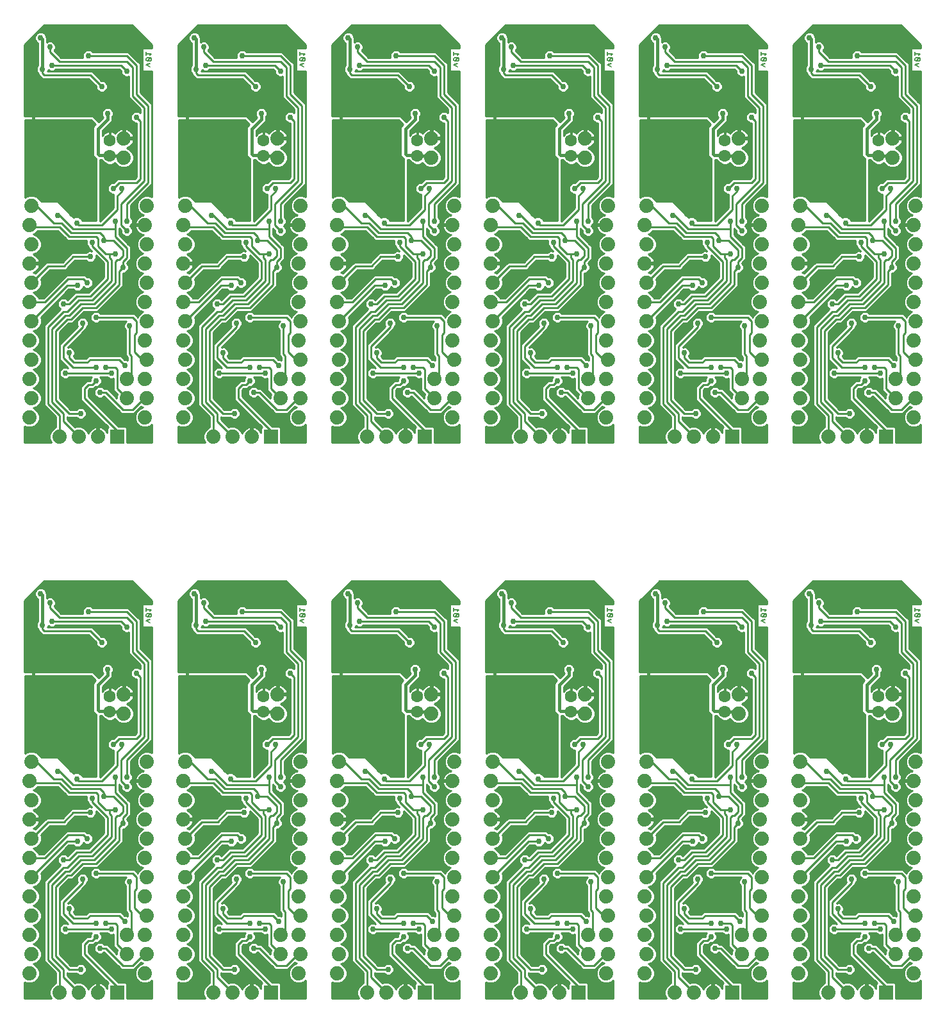
<source format=gbl>
G75*
%MOIN*%
%OFA0B0*%
%FSLAX25Y25*%
%IPPOS*%
%LPD*%
%AMOC8*
5,1,8,0,0,1.08239X$1,22.5*
%
%ADD10C,0.00500*%
%ADD11C,0.07400*%
%ADD12C,0.06299*%
%ADD13R,0.07400X0.07400*%
%ADD14C,0.01000*%
%ADD15C,0.03000*%
%ADD16C,0.01600*%
D10*
X0401650Y0229651D02*
X0403452Y0230552D01*
X0403902Y0231697D02*
X0404352Y0232147D01*
X0404352Y0233048D01*
X0403902Y0233498D01*
X0402100Y0231697D01*
X0401650Y0232147D01*
X0401650Y0233048D01*
X0402100Y0233498D01*
X0403902Y0233498D01*
X0403452Y0234643D02*
X0404352Y0235544D01*
X0401650Y0235544D01*
X0401650Y0234643D02*
X0401650Y0236445D01*
X0402100Y0231697D02*
X0403902Y0231697D01*
X0403452Y0228750D02*
X0401650Y0229651D01*
X0481650Y0229651D02*
X0483452Y0230552D01*
X0483902Y0231697D02*
X0484352Y0232147D01*
X0484352Y0233048D01*
X0483902Y0233498D01*
X0482100Y0231697D01*
X0481650Y0232147D01*
X0481650Y0233048D01*
X0482100Y0233498D01*
X0483902Y0233498D01*
X0483452Y0234643D02*
X0484352Y0235544D01*
X0481650Y0235544D01*
X0481650Y0234643D02*
X0481650Y0236445D01*
X0482100Y0231697D02*
X0483902Y0231697D01*
X0483452Y0228750D02*
X0481650Y0229651D01*
X0561650Y0229651D02*
X0563452Y0230552D01*
X0563902Y0231697D02*
X0564352Y0232147D01*
X0564352Y0233048D01*
X0563902Y0233498D01*
X0562100Y0231697D01*
X0561650Y0232147D01*
X0561650Y0233048D01*
X0562100Y0233498D01*
X0563902Y0233498D01*
X0563452Y0234643D02*
X0564352Y0235544D01*
X0561650Y0235544D01*
X0561650Y0234643D02*
X0561650Y0236445D01*
X0562100Y0231697D02*
X0563902Y0231697D01*
X0563452Y0228750D02*
X0561650Y0229651D01*
X0641650Y0229651D02*
X0643452Y0230552D01*
X0643902Y0231697D02*
X0644352Y0232147D01*
X0644352Y0233048D01*
X0643902Y0233498D01*
X0642100Y0231697D01*
X0641650Y0232147D01*
X0641650Y0233048D01*
X0642100Y0233498D01*
X0643902Y0233498D01*
X0643452Y0234643D02*
X0644352Y0235544D01*
X0641650Y0235544D01*
X0641650Y0234643D02*
X0641650Y0236445D01*
X0642100Y0231697D02*
X0643902Y0231697D01*
X0643452Y0228750D02*
X0641650Y0229651D01*
X0721650Y0229651D02*
X0723452Y0230552D01*
X0723902Y0231697D02*
X0724352Y0232147D01*
X0724352Y0233048D01*
X0723902Y0233498D01*
X0722100Y0231697D01*
X0721650Y0232147D01*
X0721650Y0233048D01*
X0722100Y0233498D01*
X0723902Y0233498D01*
X0723452Y0234643D02*
X0724352Y0235544D01*
X0721650Y0235544D01*
X0721650Y0234643D02*
X0721650Y0236445D01*
X0722100Y0231697D02*
X0723902Y0231697D01*
X0723452Y0228750D02*
X0721650Y0229651D01*
X0801650Y0229651D02*
X0803452Y0230552D01*
X0803902Y0231697D02*
X0804352Y0232147D01*
X0804352Y0233048D01*
X0803902Y0233498D01*
X0802100Y0231697D01*
X0801650Y0232147D01*
X0801650Y0233048D01*
X0802100Y0233498D01*
X0803902Y0233498D01*
X0803452Y0234643D02*
X0804352Y0235544D01*
X0801650Y0235544D01*
X0801650Y0234643D02*
X0801650Y0236445D01*
X0802100Y0231697D02*
X0803902Y0231697D01*
X0803452Y0228750D02*
X0801650Y0229651D01*
X0803452Y0517750D02*
X0801650Y0518651D01*
X0803452Y0519552D01*
X0803902Y0520697D02*
X0804352Y0521147D01*
X0804352Y0522048D01*
X0803902Y0522498D01*
X0802100Y0520697D01*
X0801650Y0521147D01*
X0801650Y0522048D01*
X0802100Y0522498D01*
X0803902Y0522498D01*
X0803452Y0523643D02*
X0804352Y0524544D01*
X0801650Y0524544D01*
X0801650Y0523643D02*
X0801650Y0525445D01*
X0802100Y0520697D02*
X0803902Y0520697D01*
X0724352Y0521147D02*
X0724352Y0522048D01*
X0723902Y0522498D01*
X0722100Y0520697D01*
X0721650Y0521147D01*
X0721650Y0522048D01*
X0722100Y0522498D01*
X0723902Y0522498D01*
X0723452Y0523643D02*
X0724352Y0524544D01*
X0721650Y0524544D01*
X0721650Y0523643D02*
X0721650Y0525445D01*
X0722100Y0520697D02*
X0723902Y0520697D01*
X0724352Y0521147D01*
X0723452Y0519552D02*
X0721650Y0518651D01*
X0723452Y0517750D01*
X0644352Y0521147D02*
X0644352Y0522048D01*
X0643902Y0522498D01*
X0642100Y0520697D01*
X0641650Y0521147D01*
X0641650Y0522048D01*
X0642100Y0522498D01*
X0643902Y0522498D01*
X0643452Y0523643D02*
X0644352Y0524544D01*
X0641650Y0524544D01*
X0641650Y0523643D02*
X0641650Y0525445D01*
X0642100Y0520697D02*
X0643902Y0520697D01*
X0644352Y0521147D01*
X0643452Y0519552D02*
X0641650Y0518651D01*
X0643452Y0517750D01*
X0564352Y0521147D02*
X0564352Y0522048D01*
X0563902Y0522498D01*
X0562100Y0520697D01*
X0561650Y0521147D01*
X0561650Y0522048D01*
X0562100Y0522498D01*
X0563902Y0522498D01*
X0563452Y0523643D02*
X0564352Y0524544D01*
X0561650Y0524544D01*
X0561650Y0523643D02*
X0561650Y0525445D01*
X0562100Y0520697D02*
X0563902Y0520697D01*
X0564352Y0521147D01*
X0563452Y0519552D02*
X0561650Y0518651D01*
X0563452Y0517750D01*
X0484352Y0521147D02*
X0484352Y0522048D01*
X0483902Y0522498D01*
X0482100Y0520697D01*
X0481650Y0521147D01*
X0481650Y0522048D01*
X0482100Y0522498D01*
X0483902Y0522498D01*
X0483452Y0523643D02*
X0484352Y0524544D01*
X0481650Y0524544D01*
X0481650Y0523643D02*
X0481650Y0525445D01*
X0482100Y0520697D02*
X0483902Y0520697D01*
X0484352Y0521147D01*
X0483452Y0519552D02*
X0481650Y0518651D01*
X0483452Y0517750D01*
X0404352Y0521147D02*
X0404352Y0522048D01*
X0403902Y0522498D01*
X0402100Y0520697D01*
X0401650Y0521147D01*
X0401650Y0522048D01*
X0402100Y0522498D01*
X0403902Y0522498D01*
X0403452Y0523643D02*
X0404352Y0524544D01*
X0401650Y0524544D01*
X0401650Y0523643D02*
X0401650Y0525445D01*
X0402100Y0520697D02*
X0403902Y0520697D01*
X0404352Y0521147D01*
X0403452Y0519552D02*
X0401650Y0518651D01*
X0403452Y0517750D01*
D11*
X0390000Y0480500D03*
X0390000Y0470500D03*
X0402000Y0445500D03*
X0401000Y0435500D03*
X0402000Y0425500D03*
X0401000Y0415500D03*
X0402000Y0405500D03*
X0401000Y0395500D03*
X0402000Y0385500D03*
X0401000Y0375500D03*
X0402000Y0365500D03*
X0401000Y0355500D03*
X0391500Y0355500D03*
X0391500Y0345500D03*
X0402000Y0345500D03*
X0401000Y0335500D03*
X0421000Y0335500D03*
X0422000Y0345500D03*
X0421000Y0355500D03*
X0422000Y0365500D03*
X0421000Y0375500D03*
X0422000Y0385500D03*
X0421000Y0395500D03*
X0422000Y0405500D03*
X0421000Y0415500D03*
X0422000Y0425500D03*
X0421000Y0435500D03*
X0422000Y0445500D03*
X0470000Y0470500D03*
X0470000Y0480500D03*
X0482000Y0445500D03*
X0481000Y0435500D03*
X0482000Y0425500D03*
X0481000Y0415500D03*
X0482000Y0405500D03*
X0481000Y0395500D03*
X0482000Y0385500D03*
X0481000Y0375500D03*
X0482000Y0365500D03*
X0481000Y0355500D03*
X0471500Y0355500D03*
X0471500Y0345500D03*
X0482000Y0345500D03*
X0481000Y0335500D03*
X0501000Y0335500D03*
X0502000Y0345500D03*
X0501000Y0355500D03*
X0502000Y0365500D03*
X0501000Y0375500D03*
X0502000Y0385500D03*
X0501000Y0395500D03*
X0502000Y0405500D03*
X0501000Y0415500D03*
X0502000Y0425500D03*
X0501000Y0435500D03*
X0502000Y0445500D03*
X0550000Y0470500D03*
X0550000Y0480500D03*
X0562000Y0445500D03*
X0561000Y0435500D03*
X0562000Y0425500D03*
X0561000Y0415500D03*
X0562000Y0405500D03*
X0561000Y0395500D03*
X0562000Y0385500D03*
X0561000Y0375500D03*
X0562000Y0365500D03*
X0561000Y0355500D03*
X0551500Y0355500D03*
X0551500Y0345500D03*
X0562000Y0345500D03*
X0561000Y0335500D03*
X0581000Y0335500D03*
X0582000Y0345500D03*
X0581000Y0355500D03*
X0582000Y0365500D03*
X0581000Y0375500D03*
X0582000Y0385500D03*
X0581000Y0395500D03*
X0582000Y0405500D03*
X0581000Y0415500D03*
X0582000Y0425500D03*
X0581000Y0435500D03*
X0582000Y0445500D03*
X0630000Y0470500D03*
X0630000Y0480500D03*
X0642000Y0445500D03*
X0641000Y0435500D03*
X0642000Y0425500D03*
X0641000Y0415500D03*
X0642000Y0405500D03*
X0641000Y0395500D03*
X0642000Y0385500D03*
X0641000Y0375500D03*
X0642000Y0365500D03*
X0641000Y0355500D03*
X0631500Y0355500D03*
X0631500Y0345500D03*
X0642000Y0345500D03*
X0641000Y0335500D03*
X0661000Y0335500D03*
X0662000Y0345500D03*
X0661000Y0355500D03*
X0662000Y0365500D03*
X0661000Y0375500D03*
X0662000Y0385500D03*
X0661000Y0395500D03*
X0662000Y0405500D03*
X0661000Y0415500D03*
X0662000Y0425500D03*
X0661000Y0435500D03*
X0662000Y0445500D03*
X0710000Y0470500D03*
X0710000Y0480500D03*
X0722000Y0445500D03*
X0721000Y0435500D03*
X0722000Y0425500D03*
X0721000Y0415500D03*
X0722000Y0405500D03*
X0721000Y0395500D03*
X0722000Y0385500D03*
X0721000Y0375500D03*
X0722000Y0365500D03*
X0721000Y0355500D03*
X0711500Y0355500D03*
X0711500Y0345500D03*
X0722000Y0345500D03*
X0721000Y0335500D03*
X0741000Y0335500D03*
X0742000Y0345500D03*
X0741000Y0355500D03*
X0742000Y0365500D03*
X0741000Y0375500D03*
X0742000Y0385500D03*
X0741000Y0395500D03*
X0742000Y0405500D03*
X0741000Y0415500D03*
X0742000Y0425500D03*
X0741000Y0435500D03*
X0742000Y0445500D03*
X0790000Y0470500D03*
X0790000Y0480500D03*
X0802000Y0445500D03*
X0801000Y0435500D03*
X0802000Y0425500D03*
X0801000Y0415500D03*
X0802000Y0405500D03*
X0801000Y0395500D03*
X0802000Y0385500D03*
X0801000Y0375500D03*
X0802000Y0365500D03*
X0801000Y0355500D03*
X0791500Y0355500D03*
X0791500Y0345500D03*
X0802000Y0345500D03*
X0801000Y0335500D03*
X0776500Y0325500D03*
X0766500Y0325500D03*
X0756500Y0325500D03*
X0696500Y0325500D03*
X0686500Y0325500D03*
X0676500Y0325500D03*
X0616500Y0325500D03*
X0606500Y0325500D03*
X0596500Y0325500D03*
X0536500Y0325500D03*
X0526500Y0325500D03*
X0516500Y0325500D03*
X0456500Y0325500D03*
X0446500Y0325500D03*
X0436500Y0325500D03*
X0376500Y0325500D03*
X0366500Y0325500D03*
X0356500Y0325500D03*
X0341000Y0335500D03*
X0342000Y0345500D03*
X0341000Y0355500D03*
X0342000Y0365500D03*
X0341000Y0375500D03*
X0342000Y0385500D03*
X0341000Y0395500D03*
X0342000Y0405500D03*
X0341000Y0415500D03*
X0342000Y0425500D03*
X0341000Y0435500D03*
X0342000Y0445500D03*
X0390000Y0191500D03*
X0390000Y0181500D03*
X0402000Y0156500D03*
X0401000Y0146500D03*
X0402000Y0136500D03*
X0401000Y0126500D03*
X0402000Y0116500D03*
X0401000Y0106500D03*
X0402000Y0096500D03*
X0401000Y0086500D03*
X0402000Y0076500D03*
X0401000Y0066500D03*
X0391500Y0066500D03*
X0391500Y0056500D03*
X0402000Y0056500D03*
X0401000Y0046500D03*
X0421000Y0046500D03*
X0422000Y0056500D03*
X0421000Y0066500D03*
X0422000Y0076500D03*
X0421000Y0086500D03*
X0422000Y0096500D03*
X0421000Y0106500D03*
X0422000Y0116500D03*
X0421000Y0126500D03*
X0422000Y0136500D03*
X0421000Y0146500D03*
X0422000Y0156500D03*
X0470000Y0181500D03*
X0470000Y0191500D03*
X0482000Y0156500D03*
X0481000Y0146500D03*
X0482000Y0136500D03*
X0481000Y0126500D03*
X0482000Y0116500D03*
X0481000Y0106500D03*
X0482000Y0096500D03*
X0481000Y0086500D03*
X0482000Y0076500D03*
X0481000Y0066500D03*
X0482000Y0056500D03*
X0481000Y0046500D03*
X0471500Y0056500D03*
X0471500Y0066500D03*
X0501000Y0066500D03*
X0502000Y0056500D03*
X0501000Y0046500D03*
X0516500Y0036500D03*
X0526500Y0036500D03*
X0536500Y0036500D03*
X0561000Y0046500D03*
X0562000Y0056500D03*
X0561000Y0066500D03*
X0551500Y0066500D03*
X0551500Y0056500D03*
X0562000Y0076500D03*
X0561000Y0086500D03*
X0562000Y0096500D03*
X0561000Y0106500D03*
X0562000Y0116500D03*
X0561000Y0126500D03*
X0562000Y0136500D03*
X0561000Y0146500D03*
X0562000Y0156500D03*
X0581000Y0146500D03*
X0582000Y0156500D03*
X0582000Y0136500D03*
X0581000Y0126500D03*
X0582000Y0116500D03*
X0581000Y0106500D03*
X0582000Y0096500D03*
X0581000Y0086500D03*
X0582000Y0076500D03*
X0581000Y0066500D03*
X0582000Y0056500D03*
X0581000Y0046500D03*
X0596500Y0036500D03*
X0606500Y0036500D03*
X0616500Y0036500D03*
X0641000Y0046500D03*
X0642000Y0056500D03*
X0641000Y0066500D03*
X0631500Y0066500D03*
X0631500Y0056500D03*
X0642000Y0076500D03*
X0641000Y0086500D03*
X0642000Y0096500D03*
X0641000Y0106500D03*
X0642000Y0116500D03*
X0641000Y0126500D03*
X0642000Y0136500D03*
X0641000Y0146500D03*
X0642000Y0156500D03*
X0662000Y0156500D03*
X0661000Y0146500D03*
X0662000Y0136500D03*
X0661000Y0126500D03*
X0662000Y0116500D03*
X0661000Y0106500D03*
X0662000Y0096500D03*
X0661000Y0086500D03*
X0662000Y0076500D03*
X0661000Y0066500D03*
X0662000Y0056500D03*
X0661000Y0046500D03*
X0676500Y0036500D03*
X0686500Y0036500D03*
X0696500Y0036500D03*
X0721000Y0046500D03*
X0722000Y0056500D03*
X0721000Y0066500D03*
X0711500Y0066500D03*
X0711500Y0056500D03*
X0722000Y0076500D03*
X0721000Y0086500D03*
X0722000Y0096500D03*
X0721000Y0106500D03*
X0722000Y0116500D03*
X0721000Y0126500D03*
X0722000Y0136500D03*
X0721000Y0146500D03*
X0722000Y0156500D03*
X0741000Y0146500D03*
X0742000Y0156500D03*
X0742000Y0136500D03*
X0741000Y0126500D03*
X0742000Y0116500D03*
X0741000Y0106500D03*
X0742000Y0096500D03*
X0741000Y0086500D03*
X0742000Y0076500D03*
X0741000Y0066500D03*
X0742000Y0056500D03*
X0741000Y0046500D03*
X0756500Y0036500D03*
X0766500Y0036500D03*
X0776500Y0036500D03*
X0801000Y0046500D03*
X0802000Y0056500D03*
X0801000Y0066500D03*
X0791500Y0066500D03*
X0791500Y0056500D03*
X0802000Y0076500D03*
X0801000Y0086500D03*
X0802000Y0096500D03*
X0801000Y0106500D03*
X0802000Y0116500D03*
X0801000Y0126500D03*
X0802000Y0136500D03*
X0801000Y0146500D03*
X0802000Y0156500D03*
X0790000Y0181500D03*
X0790000Y0191500D03*
X0710000Y0191500D03*
X0710000Y0181500D03*
X0630000Y0181500D03*
X0630000Y0191500D03*
X0550000Y0191500D03*
X0550000Y0181500D03*
X0502000Y0156500D03*
X0501000Y0146500D03*
X0502000Y0136500D03*
X0501000Y0126500D03*
X0502000Y0116500D03*
X0501000Y0106500D03*
X0502000Y0096500D03*
X0501000Y0086500D03*
X0502000Y0076500D03*
X0456500Y0036500D03*
X0446500Y0036500D03*
X0436500Y0036500D03*
X0376500Y0036500D03*
X0366500Y0036500D03*
X0356500Y0036500D03*
X0341000Y0046500D03*
X0342000Y0056500D03*
X0341000Y0066500D03*
X0342000Y0076500D03*
X0341000Y0086500D03*
X0342000Y0096500D03*
X0341000Y0106500D03*
X0342000Y0116500D03*
X0341000Y0126500D03*
X0342000Y0136500D03*
X0341000Y0146500D03*
X0342000Y0156500D03*
D12*
X0382750Y0182563D03*
X0382750Y0190437D03*
X0462750Y0190437D03*
X0462750Y0182563D03*
X0542750Y0182563D03*
X0542750Y0190437D03*
X0622750Y0190437D03*
X0622750Y0182563D03*
X0702750Y0182563D03*
X0702750Y0190437D03*
X0782750Y0190437D03*
X0782750Y0182563D03*
X0782750Y0471563D03*
X0782750Y0479437D03*
X0702750Y0479437D03*
X0702750Y0471563D03*
X0622750Y0471563D03*
X0622750Y0479437D03*
X0542750Y0479437D03*
X0542750Y0471563D03*
X0462750Y0471563D03*
X0462750Y0479437D03*
X0382750Y0479437D03*
X0382750Y0471563D03*
D13*
X0386500Y0325500D03*
X0466500Y0325500D03*
X0546500Y0325500D03*
X0626500Y0325500D03*
X0706500Y0325500D03*
X0786500Y0325500D03*
X0786500Y0036500D03*
X0706500Y0036500D03*
X0626500Y0036500D03*
X0546500Y0036500D03*
X0466500Y0036500D03*
X0386500Y0036500D03*
D14*
X0338400Y0033400D02*
X0338400Y0041949D01*
X0339966Y0041300D01*
X0342034Y0041300D01*
X0343946Y0042092D01*
X0345408Y0043554D01*
X0346200Y0045466D01*
X0346200Y0047534D01*
X0345408Y0049446D01*
X0343946Y0050908D01*
X0343000Y0051300D01*
X0343034Y0051300D01*
X0344946Y0052092D01*
X0346408Y0053554D01*
X0347200Y0055466D01*
X0347200Y0057534D01*
X0346408Y0059446D01*
X0344946Y0060908D01*
X0343034Y0061700D01*
X0343000Y0061700D01*
X0343946Y0062092D01*
X0345408Y0063554D01*
X0346200Y0065466D01*
X0346200Y0067534D01*
X0345408Y0069446D01*
X0343946Y0070908D01*
X0343000Y0071300D01*
X0343034Y0071300D01*
X0344946Y0072092D01*
X0346408Y0073554D01*
X0347200Y0075466D01*
X0347200Y0077534D01*
X0346408Y0079446D01*
X0344946Y0080908D01*
X0343034Y0081700D01*
X0343000Y0081700D01*
X0343946Y0082092D01*
X0345408Y0083554D01*
X0346200Y0085466D01*
X0346200Y0087534D01*
X0345408Y0089446D01*
X0343946Y0090908D01*
X0343000Y0091300D01*
X0343034Y0091300D01*
X0344946Y0092092D01*
X0346408Y0093554D01*
X0347200Y0095466D01*
X0347200Y0097534D01*
X0346808Y0098480D01*
X0361328Y0113000D01*
X0363757Y0113000D01*
X0364301Y0112457D01*
X0365403Y0112000D01*
X0366597Y0112000D01*
X0367699Y0112457D01*
X0368543Y0113301D01*
X0368957Y0114300D01*
X0369301Y0113957D01*
X0370403Y0113500D01*
X0371597Y0113500D01*
X0372699Y0113957D01*
X0373543Y0114801D01*
X0374000Y0115903D01*
X0374000Y0117097D01*
X0373543Y0118199D01*
X0372699Y0119043D01*
X0371597Y0119500D01*
X0370828Y0119500D01*
X0369828Y0120500D01*
X0360172Y0120500D01*
X0348172Y0108500D01*
X0345800Y0108500D01*
X0345408Y0109446D01*
X0343946Y0110908D01*
X0343000Y0111300D01*
X0343034Y0111300D01*
X0344946Y0112092D01*
X0346408Y0113554D01*
X0347200Y0115466D01*
X0347200Y0117534D01*
X0346808Y0118480D01*
X0351578Y0123250D01*
X0359828Y0123250D01*
X0361000Y0124422D01*
X0364578Y0128000D01*
X0370257Y0128000D01*
X0370801Y0127457D01*
X0371903Y0127000D01*
X0373097Y0127000D01*
X0374199Y0127457D01*
X0375043Y0128301D01*
X0375500Y0129403D01*
X0375500Y0130597D01*
X0375447Y0130725D01*
X0379500Y0126672D01*
X0379500Y0119328D01*
X0371672Y0111500D01*
X0364672Y0111500D01*
X0360707Y0107536D01*
X0360199Y0108043D01*
X0359097Y0108500D01*
X0357903Y0108500D01*
X0356801Y0108043D01*
X0355957Y0107199D01*
X0355500Y0106097D01*
X0355500Y0104903D01*
X0355957Y0103801D01*
X0356801Y0102957D01*
X0357032Y0102861D01*
X0356500Y0102328D01*
X0348500Y0094328D01*
X0348500Y0052672D01*
X0354500Y0046672D01*
X0354500Y0041300D01*
X0353554Y0040908D01*
X0352092Y0039446D01*
X0351300Y0037534D01*
X0351300Y0035466D01*
X0352092Y0033554D01*
X0352246Y0033400D01*
X0338400Y0033400D01*
X0338400Y0033497D02*
X0352149Y0033497D01*
X0351702Y0034496D02*
X0338400Y0034496D01*
X0338400Y0035494D02*
X0351300Y0035494D01*
X0351300Y0036493D02*
X0338400Y0036493D01*
X0338400Y0037491D02*
X0351300Y0037491D01*
X0351696Y0038490D02*
X0338400Y0038490D01*
X0338400Y0039488D02*
X0352134Y0039488D01*
X0353133Y0040487D02*
X0338400Y0040487D01*
X0338400Y0041485D02*
X0339519Y0041485D01*
X0342481Y0041485D02*
X0354500Y0041485D01*
X0354500Y0042484D02*
X0344338Y0042484D01*
X0345336Y0043482D02*
X0354500Y0043482D01*
X0354500Y0044481D02*
X0345792Y0044481D01*
X0346200Y0045479D02*
X0354500Y0045479D01*
X0354500Y0046478D02*
X0346200Y0046478D01*
X0346200Y0047476D02*
X0353695Y0047476D01*
X0352697Y0048475D02*
X0345810Y0048475D01*
X0345381Y0049473D02*
X0351698Y0049473D01*
X0350700Y0050472D02*
X0344382Y0050472D01*
X0343445Y0051470D02*
X0349701Y0051470D01*
X0348703Y0052469D02*
X0345323Y0052469D01*
X0346321Y0053467D02*
X0348500Y0053467D01*
X0348500Y0054466D02*
X0346786Y0054466D01*
X0347199Y0055464D02*
X0348500Y0055464D01*
X0348500Y0056463D02*
X0347200Y0056463D01*
X0347200Y0057461D02*
X0348500Y0057461D01*
X0348500Y0058460D02*
X0346817Y0058460D01*
X0346396Y0059458D02*
X0348500Y0059458D01*
X0348500Y0060457D02*
X0345397Y0060457D01*
X0343625Y0061455D02*
X0348500Y0061455D01*
X0348500Y0062454D02*
X0344308Y0062454D01*
X0345306Y0063452D02*
X0348500Y0063452D01*
X0348500Y0064451D02*
X0345780Y0064451D01*
X0346193Y0065449D02*
X0348500Y0065449D01*
X0348500Y0066448D02*
X0346200Y0066448D01*
X0346200Y0067446D02*
X0348500Y0067446D01*
X0348500Y0068445D02*
X0345823Y0068445D01*
X0345409Y0069443D02*
X0348500Y0069443D01*
X0348500Y0070442D02*
X0344412Y0070442D01*
X0343373Y0071440D02*
X0348500Y0071440D01*
X0348500Y0072439D02*
X0345293Y0072439D01*
X0346291Y0073437D02*
X0348500Y0073437D01*
X0348500Y0074436D02*
X0346773Y0074436D01*
X0347187Y0075434D02*
X0348500Y0075434D01*
X0348500Y0076433D02*
X0347200Y0076433D01*
X0347200Y0077432D02*
X0348500Y0077432D01*
X0348500Y0078430D02*
X0346829Y0078430D01*
X0346415Y0079429D02*
X0348500Y0079429D01*
X0348500Y0080427D02*
X0345427Y0080427D01*
X0343697Y0081426D02*
X0348500Y0081426D01*
X0348500Y0082424D02*
X0344278Y0082424D01*
X0345277Y0083423D02*
X0348500Y0083423D01*
X0348500Y0084421D02*
X0345767Y0084421D01*
X0346181Y0085420D02*
X0348500Y0085420D01*
X0348500Y0086418D02*
X0346200Y0086418D01*
X0346200Y0087417D02*
X0348500Y0087417D01*
X0348500Y0088415D02*
X0345835Y0088415D01*
X0345422Y0089414D02*
X0348500Y0089414D01*
X0348500Y0090412D02*
X0344442Y0090412D01*
X0343302Y0091411D02*
X0348500Y0091411D01*
X0348500Y0092409D02*
X0345263Y0092409D01*
X0346262Y0093408D02*
X0348500Y0093408D01*
X0348578Y0094406D02*
X0346761Y0094406D01*
X0347175Y0095405D02*
X0349576Y0095405D01*
X0350575Y0096403D02*
X0347200Y0096403D01*
X0347200Y0097402D02*
X0351573Y0097402D01*
X0352572Y0098400D02*
X0346841Y0098400D01*
X0347727Y0099399D02*
X0353570Y0099399D01*
X0354569Y0100397D02*
X0348726Y0100397D01*
X0349724Y0101396D02*
X0355567Y0101396D01*
X0356566Y0102394D02*
X0350723Y0102394D01*
X0351721Y0103393D02*
X0356365Y0103393D01*
X0355712Y0104391D02*
X0352720Y0104391D01*
X0353718Y0105390D02*
X0355500Y0105390D01*
X0355621Y0106388D02*
X0354717Y0106388D01*
X0355715Y0107387D02*
X0356144Y0107387D01*
X0356714Y0108385D02*
X0357627Y0108385D01*
X0357712Y0109384D02*
X0362555Y0109384D01*
X0361557Y0108385D02*
X0359373Y0108385D01*
X0358711Y0110382D02*
X0363554Y0110382D01*
X0364552Y0111381D02*
X0359709Y0111381D01*
X0360708Y0112379D02*
X0364487Y0112379D01*
X0367513Y0112379D02*
X0372551Y0112379D01*
X0373550Y0113378D02*
X0368575Y0113378D01*
X0366000Y0115000D02*
X0360500Y0115000D01*
X0342000Y0096500D01*
X0350500Y0093500D02*
X0358500Y0101500D01*
X0360500Y0101500D01*
X0366500Y0107500D01*
X0373500Y0107500D01*
X0383500Y0117500D01*
X0383500Y0128500D01*
X0382500Y0129500D01*
X0382500Y0131500D01*
X0385500Y0131500D01*
X0382500Y0131500D02*
X0380500Y0131500D01*
X0376500Y0135500D01*
X0376500Y0139500D01*
X0375500Y0140500D01*
X0361500Y0140500D01*
X0356500Y0145500D01*
X0342500Y0145500D01*
X0341500Y0146500D01*
X0341000Y0146500D01*
X0343000Y0141700D02*
X0343946Y0142092D01*
X0345354Y0143500D01*
X0355672Y0143500D01*
X0359500Y0139672D01*
X0360672Y0138500D01*
X0370667Y0138500D01*
X0370500Y0138097D01*
X0370500Y0136903D01*
X0370957Y0135801D01*
X0371500Y0135257D01*
X0371500Y0134672D01*
X0372672Y0133500D01*
X0373225Y0132947D01*
X0373097Y0133000D01*
X0371903Y0133000D01*
X0370801Y0132543D01*
X0370257Y0132000D01*
X0362922Y0132000D01*
X0358172Y0127250D01*
X0349922Y0127250D01*
X0343980Y0121308D01*
X0343034Y0121700D01*
X0343033Y0121700D01*
X0343725Y0122053D01*
X0344388Y0122534D01*
X0344966Y0123112D01*
X0345447Y0123775D01*
X0345819Y0124504D01*
X0346072Y0125282D01*
X0346186Y0126000D01*
X0341500Y0126000D01*
X0341500Y0127000D01*
X0346186Y0127000D01*
X0346072Y0127718D01*
X0345819Y0128496D01*
X0345447Y0129225D01*
X0344966Y0129888D01*
X0344388Y0130466D01*
X0343725Y0130947D01*
X0343033Y0131300D01*
X0343034Y0131300D01*
X0344946Y0132092D01*
X0346408Y0133554D01*
X0347200Y0135466D01*
X0347200Y0137534D01*
X0346408Y0139446D01*
X0344946Y0140908D01*
X0343034Y0141700D01*
X0343000Y0141700D01*
X0343913Y0141336D02*
X0357835Y0141336D01*
X0356837Y0142335D02*
X0344189Y0142335D01*
X0345187Y0143333D02*
X0355838Y0143333D01*
X0358834Y0140338D02*
X0345516Y0140338D01*
X0346452Y0139339D02*
X0359832Y0139339D01*
X0362500Y0142500D02*
X0377500Y0142500D01*
X0379500Y0140500D01*
X0379500Y0138500D01*
X0384500Y0138500D01*
X0389500Y0133500D01*
X0389500Y0130500D01*
X0387500Y0128500D01*
X0386500Y0128500D01*
X0385500Y0127500D01*
X0385500Y0116500D01*
X0374500Y0105500D01*
X0367500Y0105500D01*
X0361500Y0099500D01*
X0359500Y0099500D01*
X0352500Y0092500D01*
X0352500Y0054500D01*
X0358500Y0048500D01*
X0358500Y0044500D01*
X0366500Y0036500D01*
X0364520Y0041308D02*
X0360500Y0045328D01*
X0360500Y0046672D01*
X0360672Y0046500D01*
X0365257Y0046500D01*
X0365801Y0045957D01*
X0366903Y0045500D01*
X0368097Y0045500D01*
X0369199Y0045957D01*
X0370043Y0046801D01*
X0370500Y0047903D01*
X0370500Y0049097D01*
X0370043Y0050199D01*
X0369199Y0051043D01*
X0368097Y0051500D01*
X0366903Y0051500D01*
X0365801Y0051043D01*
X0365257Y0050500D01*
X0362328Y0050500D01*
X0356500Y0056328D01*
X0356500Y0090672D01*
X0361328Y0095500D01*
X0363328Y0095500D01*
X0364500Y0096672D01*
X0369328Y0101500D01*
X0376328Y0101500D01*
X0377500Y0102672D01*
X0389500Y0114672D01*
X0389500Y0121500D01*
X0390097Y0121500D01*
X0391199Y0121957D01*
X0392043Y0122801D01*
X0392500Y0123903D01*
X0392500Y0125097D01*
X0392043Y0126199D01*
X0391536Y0126707D01*
X0393500Y0128672D01*
X0393500Y0135328D01*
X0392328Y0136500D01*
X0387500Y0141328D01*
X0387500Y0144672D01*
X0387672Y0144500D01*
X0388500Y0143672D01*
X0388500Y0142903D01*
X0388957Y0141801D01*
X0389801Y0140957D01*
X0390903Y0140500D01*
X0392097Y0140500D01*
X0393199Y0140957D01*
X0394043Y0141801D01*
X0394500Y0142903D01*
X0394500Y0144097D01*
X0394043Y0145199D01*
X0393243Y0146000D01*
X0394043Y0146801D01*
X0394500Y0147903D01*
X0394500Y0149097D01*
X0394043Y0150199D01*
X0393500Y0150743D01*
X0393500Y0156672D01*
X0403328Y0166500D01*
X0404500Y0167672D01*
X0404500Y0209328D01*
X0398500Y0215328D01*
X0398500Y0230328D01*
X0397328Y0231500D01*
X0392328Y0236500D01*
X0373743Y0236500D01*
X0373199Y0237043D01*
X0372097Y0237500D01*
X0370903Y0237500D01*
X0369801Y0237043D01*
X0368957Y0236199D01*
X0368500Y0235097D01*
X0368500Y0233903D01*
X0368667Y0233500D01*
X0357328Y0233500D01*
X0353786Y0237043D01*
X0354043Y0237301D01*
X0354500Y0238403D01*
X0354500Y0239597D01*
X0354043Y0240699D01*
X0353199Y0241543D01*
X0352097Y0242000D01*
X0350903Y0242000D01*
X0349801Y0241543D01*
X0349800Y0241543D01*
X0349800Y0243953D01*
X0349750Y0244003D01*
X0349750Y0244347D01*
X0349293Y0245449D01*
X0348449Y0246293D01*
X0347347Y0246750D01*
X0346153Y0246750D01*
X0345051Y0246293D01*
X0344207Y0245449D01*
X0343750Y0244347D01*
X0343750Y0243153D01*
X0344207Y0242051D01*
X0345051Y0241207D01*
X0345200Y0241145D01*
X0345200Y0229443D01*
X0344957Y0229199D01*
X0344500Y0228097D01*
X0344500Y0226903D01*
X0344957Y0225801D01*
X0345500Y0225257D01*
X0345500Y0224672D01*
X0346672Y0223500D01*
X0347672Y0222500D01*
X0371672Y0222500D01*
X0375500Y0218672D01*
X0375500Y0217903D01*
X0375957Y0216801D01*
X0376801Y0215957D01*
X0377903Y0215500D01*
X0379097Y0215500D01*
X0380199Y0215957D01*
X0381043Y0216801D01*
X0381500Y0217903D01*
X0381500Y0219097D01*
X0381043Y0220199D01*
X0380199Y0221043D01*
X0379097Y0221500D01*
X0378328Y0221500D01*
X0374500Y0225328D01*
X0373328Y0226500D01*
X0350333Y0226500D01*
X0350500Y0226903D01*
X0350500Y0227257D01*
X0350801Y0226957D01*
X0351903Y0226500D01*
X0353097Y0226500D01*
X0354199Y0226957D01*
X0354743Y0227500D01*
X0387672Y0227500D01*
X0388500Y0226672D01*
X0388500Y0225903D01*
X0388957Y0224801D01*
X0389801Y0223957D01*
X0390903Y0223500D01*
X0392097Y0223500D01*
X0392500Y0223667D01*
X0392500Y0212672D01*
X0398500Y0206672D01*
X0398500Y0204743D01*
X0398199Y0205043D01*
X0397097Y0205500D01*
X0395903Y0205500D01*
X0394801Y0205043D01*
X0393957Y0204199D01*
X0393500Y0203097D01*
X0393500Y0201903D01*
X0393957Y0200801D01*
X0394801Y0199957D01*
X0395903Y0199500D01*
X0396500Y0199500D01*
X0396500Y0171328D01*
X0395672Y0170500D01*
X0386672Y0170500D01*
X0385500Y0169328D01*
X0384672Y0168500D01*
X0383903Y0168500D01*
X0382801Y0168043D01*
X0381957Y0167199D01*
X0381500Y0166097D01*
X0381500Y0164903D01*
X0381957Y0163801D01*
X0382801Y0162957D01*
X0383903Y0162500D01*
X0384672Y0162500D01*
X0384500Y0162328D01*
X0384500Y0155328D01*
X0377672Y0148500D01*
X0377500Y0148500D01*
X0377500Y0180450D01*
X0378593Y0180450D01*
X0378808Y0179929D01*
X0380116Y0178621D01*
X0381825Y0177913D01*
X0383675Y0177913D01*
X0385384Y0178621D01*
X0385511Y0178749D01*
X0385592Y0178554D01*
X0387054Y0177092D01*
X0388966Y0176300D01*
X0391034Y0176300D01*
X0392946Y0177092D01*
X0394408Y0178554D01*
X0395200Y0180466D01*
X0395200Y0182534D01*
X0394408Y0184446D01*
X0392946Y0185908D01*
X0391483Y0186514D01*
X0391996Y0186681D01*
X0392725Y0187053D01*
X0393388Y0187534D01*
X0393966Y0188112D01*
X0394447Y0188775D01*
X0394819Y0189504D01*
X0395072Y0190282D01*
X0395186Y0191000D01*
X0390500Y0191000D01*
X0390500Y0192000D01*
X0389500Y0192000D01*
X0389500Y0196686D01*
X0388782Y0196572D01*
X0388004Y0196319D01*
X0387275Y0195947D01*
X0386612Y0195466D01*
X0386034Y0194888D01*
X0385553Y0194225D01*
X0385524Y0194169D01*
X0385187Y0194414D01*
X0384535Y0194746D01*
X0383839Y0194972D01*
X0383116Y0195087D01*
X0382939Y0195087D01*
X0382939Y0190626D01*
X0382561Y0190626D01*
X0382561Y0195087D01*
X0382384Y0195087D01*
X0381661Y0194972D01*
X0380965Y0194746D01*
X0380313Y0194414D01*
X0379721Y0193984D01*
X0379203Y0193466D01*
X0378800Y0192911D01*
X0378800Y0195547D01*
X0382453Y0199200D01*
X0383800Y0200547D01*
X0383800Y0202557D01*
X0384043Y0202801D01*
X0384500Y0203903D01*
X0384500Y0205097D01*
X0384043Y0206199D01*
X0383199Y0207043D01*
X0382097Y0207500D01*
X0380903Y0207500D01*
X0379801Y0207043D01*
X0378957Y0206199D01*
X0378500Y0205097D01*
X0378500Y0203903D01*
X0378957Y0202801D01*
X0379200Y0202557D01*
X0379200Y0202453D01*
X0376874Y0200126D01*
X0374000Y0203000D01*
X0338400Y0203000D01*
X0338400Y0240213D01*
X0348687Y0250500D01*
X0394313Y0250500D01*
X0404600Y0240213D01*
X0404600Y0238500D01*
X0399500Y0238500D01*
X0399500Y0226500D01*
X0404600Y0226500D01*
X0404600Y0161051D01*
X0403034Y0161700D01*
X0400966Y0161700D01*
X0399054Y0160908D01*
X0397592Y0159446D01*
X0396800Y0157534D01*
X0396800Y0155466D01*
X0397592Y0153554D01*
X0399054Y0152092D01*
X0400163Y0151632D01*
X0399782Y0151572D01*
X0399004Y0151319D01*
X0398275Y0150947D01*
X0397612Y0150466D01*
X0397034Y0149888D01*
X0396553Y0149225D01*
X0396181Y0148496D01*
X0395928Y0147718D01*
X0395814Y0147000D01*
X0400500Y0147000D01*
X0400500Y0146000D01*
X0395814Y0146000D01*
X0395928Y0145282D01*
X0396181Y0144504D01*
X0396553Y0143775D01*
X0397034Y0143112D01*
X0397612Y0142534D01*
X0398275Y0142053D01*
X0399004Y0141681D01*
X0399782Y0141428D01*
X0400163Y0141368D01*
X0399054Y0140908D01*
X0397592Y0139446D01*
X0396800Y0137534D01*
X0396800Y0135466D01*
X0397592Y0133554D01*
X0399054Y0132092D01*
X0400000Y0131700D01*
X0399966Y0131700D01*
X0398054Y0130908D01*
X0396592Y0129446D01*
X0395800Y0127534D01*
X0395800Y0125466D01*
X0396592Y0123554D01*
X0398054Y0122092D01*
X0399966Y0121300D01*
X0400000Y0121300D01*
X0399054Y0120908D01*
X0397592Y0119446D01*
X0396800Y0117534D01*
X0396800Y0115466D01*
X0397592Y0113554D01*
X0399054Y0112092D01*
X0400000Y0111700D01*
X0399966Y0111700D01*
X0398054Y0110908D01*
X0396592Y0109446D01*
X0395800Y0107534D01*
X0395800Y0105466D01*
X0396592Y0103554D01*
X0398054Y0102092D01*
X0399966Y0101300D01*
X0400000Y0101300D01*
X0399054Y0100908D01*
X0397592Y0099446D01*
X0397238Y0098591D01*
X0396500Y0099328D01*
X0395328Y0100500D01*
X0377743Y0100500D01*
X0377199Y0101043D01*
X0376097Y0101500D01*
X0374903Y0101500D01*
X0373801Y0101043D01*
X0372957Y0100199D01*
X0372500Y0099097D01*
X0372500Y0097903D01*
X0372957Y0096801D01*
X0373801Y0095957D01*
X0374903Y0095500D01*
X0376097Y0095500D01*
X0377199Y0095957D01*
X0377743Y0096500D01*
X0391257Y0096500D01*
X0390457Y0095699D01*
X0390000Y0094597D01*
X0390000Y0093403D01*
X0390457Y0092301D01*
X0391000Y0091757D01*
X0391000Y0078672D01*
X0392000Y0077672D01*
X0392000Y0076126D01*
X0391097Y0076500D01*
X0390328Y0076500D01*
X0389500Y0077328D01*
X0388328Y0078500D01*
X0371672Y0078500D01*
X0370172Y0077000D01*
X0364828Y0077000D01*
X0363786Y0078043D01*
X0364043Y0078301D01*
X0364500Y0079403D01*
X0364500Y0080597D01*
X0364043Y0081699D01*
X0363199Y0082543D01*
X0362097Y0083000D01*
X0360903Y0083000D01*
X0360775Y0082947D01*
X0369328Y0091500D01*
X0370500Y0092672D01*
X0370500Y0093257D01*
X0371043Y0093801D01*
X0371500Y0094903D01*
X0371500Y0096097D01*
X0371043Y0097199D01*
X0370199Y0098043D01*
X0369097Y0098500D01*
X0367903Y0098500D01*
X0366801Y0098043D01*
X0365957Y0097199D01*
X0365500Y0096097D01*
X0365500Y0094903D01*
X0365957Y0093801D01*
X0365964Y0093793D01*
X0356500Y0084328D01*
X0356500Y0076672D01*
X0357672Y0075500D01*
X0361078Y0072094D01*
X0360097Y0072500D01*
X0358903Y0072500D01*
X0357801Y0072043D01*
X0356957Y0071199D01*
X0356500Y0070097D01*
X0356500Y0068903D01*
X0356957Y0067801D01*
X0357801Y0066957D01*
X0358903Y0066500D01*
X0360097Y0066500D01*
X0361199Y0066957D01*
X0361743Y0067500D01*
X0373257Y0067500D01*
X0372957Y0067199D01*
X0372500Y0066097D01*
X0372500Y0065500D01*
X0370672Y0065500D01*
X0369500Y0064328D01*
X0367500Y0062328D01*
X0367500Y0055672D01*
X0368672Y0054500D01*
X0381825Y0041346D01*
X0381300Y0040821D01*
X0381300Y0038533D01*
X0380947Y0039225D01*
X0380466Y0039888D01*
X0379888Y0040466D01*
X0379225Y0040947D01*
X0378496Y0041319D01*
X0377718Y0041572D01*
X0377000Y0041686D01*
X0377000Y0037000D01*
X0376000Y0037000D01*
X0376000Y0041686D01*
X0375282Y0041572D01*
X0374504Y0041319D01*
X0373775Y0040947D01*
X0373112Y0040466D01*
X0372534Y0039888D01*
X0372053Y0039225D01*
X0371681Y0038496D01*
X0371514Y0037983D01*
X0370908Y0039446D01*
X0369446Y0040908D01*
X0367534Y0041700D01*
X0365466Y0041700D01*
X0364520Y0041308D01*
X0364343Y0041485D02*
X0364947Y0041485D01*
X0363345Y0042484D02*
X0380688Y0042484D01*
X0379689Y0043482D02*
X0362346Y0043482D01*
X0361348Y0044481D02*
X0378691Y0044481D01*
X0377692Y0045479D02*
X0360500Y0045479D01*
X0360500Y0046478D02*
X0365280Y0046478D01*
X0367500Y0048500D02*
X0361500Y0048500D01*
X0354500Y0055500D01*
X0354500Y0091500D01*
X0360500Y0097500D01*
X0362500Y0097500D01*
X0368500Y0103500D01*
X0375500Y0103500D01*
X0387500Y0115500D01*
X0387500Y0122500D01*
X0389500Y0124500D01*
X0389500Y0127500D01*
X0391500Y0129500D01*
X0391500Y0134500D01*
X0385500Y0140500D01*
X0385500Y0144500D01*
X0363500Y0144500D01*
X0356500Y0151500D01*
X0355500Y0151500D01*
X0357500Y0147500D02*
X0362500Y0142500D01*
X0366500Y0146500D02*
X0365500Y0147500D01*
X0366500Y0146500D02*
X0378500Y0146500D01*
X0386500Y0154500D01*
X0386500Y0161500D01*
X0389000Y0164000D01*
X0389000Y0165500D01*
X0387500Y0168500D02*
X0396500Y0168500D01*
X0398500Y0170500D01*
X0398500Y0200500D01*
X0396500Y0202500D01*
X0397722Y0205241D02*
X0398500Y0205241D01*
X0398500Y0206239D02*
X0384003Y0206239D01*
X0384440Y0205241D02*
X0395278Y0205241D01*
X0394000Y0204242D02*
X0384500Y0204242D01*
X0384227Y0203244D02*
X0393561Y0203244D01*
X0393500Y0202245D02*
X0383800Y0202245D01*
X0383800Y0201247D02*
X0393772Y0201247D01*
X0394509Y0200248D02*
X0383501Y0200248D01*
X0382503Y0199250D02*
X0396500Y0199250D01*
X0396500Y0198251D02*
X0381504Y0198251D01*
X0380506Y0197253D02*
X0396500Y0197253D01*
X0396500Y0196254D02*
X0392123Y0196254D01*
X0391996Y0196319D02*
X0391218Y0196572D01*
X0390500Y0196686D01*
X0390500Y0192000D01*
X0395186Y0192000D01*
X0395072Y0192718D01*
X0394819Y0193496D01*
X0394447Y0194225D01*
X0393966Y0194888D01*
X0393388Y0195466D01*
X0392725Y0195947D01*
X0391996Y0196319D01*
X0390500Y0196254D02*
X0389500Y0196254D01*
X0389500Y0195256D02*
X0390500Y0195256D01*
X0390500Y0194257D02*
X0389500Y0194257D01*
X0389500Y0193259D02*
X0390500Y0193259D01*
X0390500Y0192260D02*
X0389500Y0192260D01*
X0390500Y0191262D02*
X0396500Y0191262D01*
X0396500Y0192260D02*
X0395144Y0192260D01*
X0394896Y0193259D02*
X0396500Y0193259D01*
X0396500Y0194257D02*
X0394424Y0194257D01*
X0393598Y0195256D02*
X0396500Y0195256D01*
X0396500Y0190263D02*
X0395066Y0190263D01*
X0394697Y0189265D02*
X0396500Y0189265D01*
X0396500Y0188266D02*
X0394078Y0188266D01*
X0393022Y0187268D02*
X0396500Y0187268D01*
X0396500Y0186269D02*
X0392074Y0186269D01*
X0393583Y0185271D02*
X0396500Y0185271D01*
X0396500Y0184272D02*
X0394480Y0184272D01*
X0394894Y0183274D02*
X0396500Y0183274D01*
X0396500Y0182275D02*
X0395200Y0182275D01*
X0395200Y0181277D02*
X0396500Y0181277D01*
X0396500Y0180278D02*
X0395122Y0180278D01*
X0394709Y0179280D02*
X0396500Y0179280D01*
X0396500Y0178281D02*
X0394135Y0178281D01*
X0393137Y0177283D02*
X0396500Y0177283D01*
X0396500Y0176284D02*
X0377500Y0176284D01*
X0377500Y0175286D02*
X0396500Y0175286D01*
X0396500Y0174287D02*
X0377500Y0174287D01*
X0377500Y0173289D02*
X0396500Y0173289D01*
X0396500Y0172290D02*
X0377500Y0172290D01*
X0377500Y0171292D02*
X0396463Y0171292D01*
X0400500Y0169500D02*
X0400500Y0207500D01*
X0394500Y0213500D01*
X0394500Y0228500D01*
X0391500Y0231500D01*
X0356500Y0231500D01*
X0351500Y0236500D01*
X0351500Y0239000D01*
X0354255Y0240189D02*
X0404600Y0240189D01*
X0404600Y0239190D02*
X0354500Y0239190D01*
X0354412Y0238192D02*
X0399500Y0238192D01*
X0399500Y0237193D02*
X0372837Y0237193D01*
X0370163Y0237193D02*
X0353936Y0237193D01*
X0354634Y0236195D02*
X0368955Y0236195D01*
X0368541Y0235196D02*
X0355632Y0235196D01*
X0356631Y0234198D02*
X0368500Y0234198D01*
X0371500Y0234500D02*
X0391500Y0234500D01*
X0396500Y0229500D01*
X0396500Y0214500D01*
X0402500Y0208500D01*
X0402500Y0168500D01*
X0391500Y0157500D01*
X0391500Y0148500D01*
X0394261Y0147327D02*
X0395866Y0147327D01*
X0396126Y0148326D02*
X0394500Y0148326D01*
X0394406Y0149324D02*
X0396624Y0149324D01*
X0397469Y0150323D02*
X0393920Y0150323D01*
X0393500Y0151321D02*
X0399011Y0151321D01*
X0398826Y0152320D02*
X0393500Y0152320D01*
X0393500Y0153318D02*
X0397828Y0153318D01*
X0397276Y0154317D02*
X0393500Y0154317D01*
X0393500Y0155315D02*
X0396862Y0155315D01*
X0396800Y0156314D02*
X0393500Y0156314D01*
X0394141Y0157312D02*
X0396800Y0157312D01*
X0397122Y0158311D02*
X0395139Y0158311D01*
X0396138Y0159309D02*
X0397535Y0159309D01*
X0397136Y0160308D02*
X0398454Y0160308D01*
X0398135Y0161306D02*
X0400016Y0161306D01*
X0399133Y0162305D02*
X0404600Y0162305D01*
X0404600Y0163303D02*
X0400132Y0163303D01*
X0401130Y0164302D02*
X0404600Y0164302D01*
X0404600Y0165301D02*
X0402129Y0165301D01*
X0403127Y0166299D02*
X0404600Y0166299D01*
X0404600Y0167298D02*
X0404126Y0167298D01*
X0404500Y0168296D02*
X0404600Y0168296D01*
X0404600Y0169295D02*
X0404500Y0169295D01*
X0404500Y0170293D02*
X0404600Y0170293D01*
X0404600Y0171292D02*
X0404500Y0171292D01*
X0404500Y0172290D02*
X0404600Y0172290D01*
X0404600Y0173289D02*
X0404500Y0173289D01*
X0404500Y0174287D02*
X0404600Y0174287D01*
X0404600Y0175286D02*
X0404500Y0175286D01*
X0404500Y0176284D02*
X0404600Y0176284D01*
X0404600Y0177283D02*
X0404500Y0177283D01*
X0404500Y0178281D02*
X0404600Y0178281D01*
X0404600Y0179280D02*
X0404500Y0179280D01*
X0404500Y0180278D02*
X0404600Y0180278D01*
X0404600Y0181277D02*
X0404500Y0181277D01*
X0404500Y0182275D02*
X0404600Y0182275D01*
X0404600Y0183274D02*
X0404500Y0183274D01*
X0404500Y0184272D02*
X0404600Y0184272D01*
X0404600Y0185271D02*
X0404500Y0185271D01*
X0404500Y0186269D02*
X0404600Y0186269D01*
X0404600Y0187268D02*
X0404500Y0187268D01*
X0404500Y0188266D02*
X0404600Y0188266D01*
X0404600Y0189265D02*
X0404500Y0189265D01*
X0404500Y0190263D02*
X0404600Y0190263D01*
X0404600Y0191262D02*
X0404500Y0191262D01*
X0404500Y0192260D02*
X0404600Y0192260D01*
X0404600Y0193259D02*
X0404500Y0193259D01*
X0404500Y0194257D02*
X0404600Y0194257D01*
X0404600Y0195256D02*
X0404500Y0195256D01*
X0404500Y0196254D02*
X0404600Y0196254D01*
X0404600Y0197253D02*
X0404500Y0197253D01*
X0404500Y0198251D02*
X0404600Y0198251D01*
X0404600Y0199250D02*
X0404500Y0199250D01*
X0404500Y0200248D02*
X0404600Y0200248D01*
X0404600Y0201247D02*
X0404500Y0201247D01*
X0404500Y0202245D02*
X0404600Y0202245D01*
X0404600Y0203244D02*
X0404500Y0203244D01*
X0404500Y0204242D02*
X0404600Y0204242D01*
X0404600Y0205241D02*
X0404500Y0205241D01*
X0404500Y0206239D02*
X0404600Y0206239D01*
X0404600Y0207238D02*
X0404500Y0207238D01*
X0404500Y0208237D02*
X0404600Y0208237D01*
X0404600Y0209235D02*
X0404500Y0209235D01*
X0404600Y0210234D02*
X0403595Y0210234D01*
X0402596Y0211232D02*
X0404600Y0211232D01*
X0404600Y0212231D02*
X0401598Y0212231D01*
X0400599Y0213229D02*
X0404600Y0213229D01*
X0404600Y0214228D02*
X0399601Y0214228D01*
X0398602Y0215226D02*
X0404600Y0215226D01*
X0404600Y0216225D02*
X0398500Y0216225D01*
X0398500Y0217223D02*
X0404600Y0217223D01*
X0404600Y0218222D02*
X0398500Y0218222D01*
X0398500Y0219220D02*
X0404600Y0219220D01*
X0404600Y0220219D02*
X0398500Y0220219D01*
X0398500Y0221217D02*
X0404600Y0221217D01*
X0404600Y0222216D02*
X0398500Y0222216D01*
X0398500Y0223214D02*
X0404600Y0223214D01*
X0404600Y0224213D02*
X0398500Y0224213D01*
X0398500Y0225211D02*
X0404600Y0225211D01*
X0404600Y0226210D02*
X0398500Y0226210D01*
X0398500Y0227208D02*
X0399500Y0227208D01*
X0399500Y0228207D02*
X0398500Y0228207D01*
X0398500Y0229205D02*
X0399500Y0229205D01*
X0399500Y0230204D02*
X0398500Y0230204D01*
X0397626Y0231202D02*
X0399500Y0231202D01*
X0399500Y0232201D02*
X0396628Y0232201D01*
X0395629Y0233199D02*
X0399500Y0233199D01*
X0399500Y0234198D02*
X0394631Y0234198D01*
X0393632Y0235196D02*
X0399500Y0235196D01*
X0399500Y0236195D02*
X0392634Y0236195D01*
X0388500Y0229500D02*
X0391500Y0226500D01*
X0388787Y0225211D02*
X0374617Y0225211D01*
X0373619Y0226210D02*
X0388500Y0226210D01*
X0387963Y0227208D02*
X0354451Y0227208D01*
X0352500Y0229500D02*
X0388500Y0229500D01*
X0389545Y0224213D02*
X0375616Y0224213D01*
X0376614Y0223214D02*
X0392500Y0223214D01*
X0392500Y0222216D02*
X0377613Y0222216D01*
X0379780Y0221217D02*
X0392500Y0221217D01*
X0392500Y0220219D02*
X0381024Y0220219D01*
X0381449Y0219220D02*
X0392500Y0219220D01*
X0392500Y0218222D02*
X0381500Y0218222D01*
X0381218Y0217223D02*
X0392500Y0217223D01*
X0392500Y0216225D02*
X0380467Y0216225D01*
X0378500Y0218500D02*
X0372500Y0224500D01*
X0348500Y0224500D01*
X0347500Y0225500D01*
X0347500Y0227500D01*
X0344787Y0226210D02*
X0338400Y0226210D01*
X0338400Y0227208D02*
X0344500Y0227208D01*
X0344546Y0228207D02*
X0338400Y0228207D01*
X0338400Y0229205D02*
X0344963Y0229205D01*
X0345200Y0230204D02*
X0338400Y0230204D01*
X0338400Y0231202D02*
X0345200Y0231202D01*
X0345200Y0232201D02*
X0338400Y0232201D01*
X0338400Y0233199D02*
X0345200Y0233199D01*
X0345200Y0234198D02*
X0338400Y0234198D01*
X0338400Y0235196D02*
X0345200Y0235196D01*
X0345200Y0236195D02*
X0338400Y0236195D01*
X0338400Y0237193D02*
X0345200Y0237193D01*
X0345200Y0238192D02*
X0338400Y0238192D01*
X0338400Y0239190D02*
X0345200Y0239190D01*
X0345200Y0240189D02*
X0338400Y0240189D01*
X0339374Y0241187D02*
X0345097Y0241187D01*
X0344151Y0242186D02*
X0340373Y0242186D01*
X0341371Y0243184D02*
X0343750Y0243184D01*
X0343750Y0244183D02*
X0342370Y0244183D01*
X0343368Y0245181D02*
X0344096Y0245181D01*
X0344367Y0246180D02*
X0344937Y0246180D01*
X0345365Y0247178D02*
X0397635Y0247178D01*
X0398633Y0246180D02*
X0348563Y0246180D01*
X0349404Y0245181D02*
X0399632Y0245181D01*
X0400630Y0244183D02*
X0349750Y0244183D01*
X0349800Y0243184D02*
X0401629Y0243184D01*
X0402627Y0242186D02*
X0349800Y0242186D01*
X0353555Y0241187D02*
X0403626Y0241187D01*
X0396636Y0248177D02*
X0346364Y0248177D01*
X0347362Y0249175D02*
X0395638Y0249175D01*
X0394639Y0250174D02*
X0348361Y0250174D01*
X0350500Y0227208D02*
X0350549Y0227208D01*
X0346957Y0223214D02*
X0338400Y0223214D01*
X0338400Y0222216D02*
X0371956Y0222216D01*
X0372954Y0221217D02*
X0338400Y0221217D01*
X0338400Y0220219D02*
X0373953Y0220219D01*
X0374951Y0219220D02*
X0338400Y0219220D01*
X0338400Y0218222D02*
X0375500Y0218222D01*
X0375782Y0217223D02*
X0338400Y0217223D01*
X0338400Y0216225D02*
X0376533Y0216225D01*
X0380271Y0207238D02*
X0338400Y0207238D01*
X0338400Y0208237D02*
X0396935Y0208237D01*
X0395937Y0209235D02*
X0338400Y0209235D01*
X0338400Y0210234D02*
X0394938Y0210234D01*
X0393940Y0211232D02*
X0338400Y0211232D01*
X0338400Y0212231D02*
X0392941Y0212231D01*
X0392500Y0213229D02*
X0338400Y0213229D01*
X0338400Y0214228D02*
X0392500Y0214228D01*
X0392500Y0215226D02*
X0338400Y0215226D01*
X0338400Y0224213D02*
X0345959Y0224213D01*
X0345500Y0225211D02*
X0338400Y0225211D01*
X0338400Y0206239D02*
X0378997Y0206239D01*
X0378560Y0205241D02*
X0338400Y0205241D01*
X0338400Y0204242D02*
X0378500Y0204242D01*
X0378773Y0203244D02*
X0338400Y0203244D01*
X0338600Y0201000D02*
X0373000Y0201000D01*
X0375232Y0198768D01*
X0374381Y0197916D01*
X0374000Y0196997D01*
X0374000Y0183003D01*
X0374381Y0182084D01*
X0375084Y0181381D01*
X0375500Y0180964D01*
X0375500Y0148700D01*
X0368467Y0148700D01*
X0368213Y0149313D01*
X0367313Y0150213D01*
X0366137Y0150700D01*
X0364863Y0150700D01*
X0363935Y0150315D01*
X0362750Y0151500D01*
X0355750Y0158750D01*
X0346913Y0158750D01*
X0346578Y0159559D01*
X0345059Y0161078D01*
X0343074Y0161900D01*
X0340926Y0161900D01*
X0338941Y0161078D01*
X0338600Y0160737D01*
X0338600Y0201000D01*
X0338600Y0200248D02*
X0373752Y0200248D01*
X0374750Y0199250D02*
X0338600Y0199250D01*
X0338600Y0198251D02*
X0374716Y0198251D01*
X0374106Y0197253D02*
X0338600Y0197253D01*
X0338600Y0196254D02*
X0374000Y0196254D01*
X0374000Y0195256D02*
X0338600Y0195256D01*
X0338600Y0194257D02*
X0374000Y0194257D01*
X0374000Y0193259D02*
X0338600Y0193259D01*
X0338600Y0192260D02*
X0374000Y0192260D01*
X0374000Y0191262D02*
X0338600Y0191262D01*
X0338600Y0190263D02*
X0374000Y0190263D01*
X0374000Y0189265D02*
X0338600Y0189265D01*
X0338600Y0188266D02*
X0374000Y0188266D01*
X0374000Y0187268D02*
X0338600Y0187268D01*
X0338600Y0186269D02*
X0374000Y0186269D01*
X0374000Y0185271D02*
X0338600Y0185271D01*
X0338600Y0184272D02*
X0374000Y0184272D01*
X0374000Y0183274D02*
X0338600Y0183274D01*
X0338600Y0182275D02*
X0374301Y0182275D01*
X0375188Y0181277D02*
X0338600Y0181277D01*
X0338600Y0180278D02*
X0375500Y0180278D01*
X0375500Y0179280D02*
X0338600Y0179280D01*
X0338600Y0178281D02*
X0375500Y0178281D01*
X0375500Y0177283D02*
X0338600Y0177283D01*
X0338600Y0176284D02*
X0375500Y0176284D01*
X0375500Y0175286D02*
X0338600Y0175286D01*
X0338600Y0174287D02*
X0375500Y0174287D01*
X0375500Y0173289D02*
X0338600Y0173289D01*
X0338600Y0172290D02*
X0375500Y0172290D01*
X0375500Y0171292D02*
X0338600Y0171292D01*
X0338600Y0170293D02*
X0375500Y0170293D01*
X0375500Y0169295D02*
X0338600Y0169295D01*
X0338600Y0168296D02*
X0375500Y0168296D01*
X0375500Y0167298D02*
X0338600Y0167298D01*
X0338600Y0166299D02*
X0375500Y0166299D01*
X0375500Y0165301D02*
X0338600Y0165301D01*
X0338600Y0164302D02*
X0375500Y0164302D01*
X0375500Y0163303D02*
X0338600Y0163303D01*
X0338600Y0162305D02*
X0375500Y0162305D01*
X0375500Y0161306D02*
X0344507Y0161306D01*
X0345829Y0160308D02*
X0375500Y0160308D01*
X0375500Y0159309D02*
X0346681Y0159309D01*
X0344500Y0156500D02*
X0342000Y0156500D01*
X0344500Y0156500D02*
X0353500Y0147500D01*
X0357500Y0147500D01*
X0361958Y0152320D02*
X0375500Y0152320D01*
X0375500Y0153318D02*
X0360994Y0153318D01*
X0360030Y0154317D02*
X0375500Y0154317D01*
X0375500Y0155315D02*
X0359066Y0155315D01*
X0358102Y0156314D02*
X0375500Y0156314D01*
X0375500Y0157312D02*
X0357138Y0157312D01*
X0356174Y0158311D02*
X0375500Y0158311D01*
X0377500Y0158311D02*
X0384500Y0158311D01*
X0384500Y0159309D02*
X0377500Y0159309D01*
X0377500Y0160308D02*
X0384500Y0160308D01*
X0384500Y0161306D02*
X0377500Y0161306D01*
X0377500Y0162305D02*
X0384500Y0162305D01*
X0382454Y0163303D02*
X0377500Y0163303D01*
X0377500Y0164302D02*
X0381749Y0164302D01*
X0381500Y0165301D02*
X0377500Y0165301D01*
X0377500Y0166299D02*
X0381584Y0166299D01*
X0382055Y0167298D02*
X0377500Y0167298D01*
X0377500Y0168296D02*
X0383411Y0168296D01*
X0385466Y0169295D02*
X0377500Y0169295D01*
X0377500Y0170293D02*
X0386465Y0170293D01*
X0387500Y0168500D02*
X0384500Y0165500D01*
X0384500Y0157312D02*
X0377500Y0157312D01*
X0377500Y0156314D02*
X0384500Y0156314D01*
X0384487Y0155315D02*
X0377500Y0155315D01*
X0377500Y0154317D02*
X0383488Y0154317D01*
X0382490Y0153318D02*
X0377500Y0153318D01*
X0377500Y0152320D02*
X0381491Y0152320D01*
X0380493Y0151321D02*
X0377500Y0151321D01*
X0377500Y0150323D02*
X0379494Y0150323D01*
X0378496Y0149324D02*
X0377500Y0149324D01*
X0375500Y0149324D02*
X0368201Y0149324D01*
X0367047Y0150323D02*
X0375500Y0150323D01*
X0375500Y0151321D02*
X0362929Y0151321D01*
X0363927Y0150323D02*
X0363953Y0150323D01*
X0370601Y0138341D02*
X0346866Y0138341D01*
X0347200Y0137342D02*
X0370500Y0137342D01*
X0370732Y0136344D02*
X0347200Y0136344D01*
X0347150Y0135345D02*
X0371412Y0135345D01*
X0371825Y0134347D02*
X0346736Y0134347D01*
X0346202Y0133348D02*
X0372823Y0133348D01*
X0373500Y0135500D02*
X0373500Y0137500D01*
X0373500Y0135500D02*
X0381500Y0127500D01*
X0381500Y0118500D01*
X0372500Y0109500D01*
X0365500Y0109500D01*
X0361500Y0105500D01*
X0358500Y0105500D01*
X0352051Y0112379D02*
X0345233Y0112379D01*
X0346232Y0113378D02*
X0353050Y0113378D01*
X0354048Y0114376D02*
X0346749Y0114376D01*
X0347162Y0115375D02*
X0355047Y0115375D01*
X0356045Y0116373D02*
X0347200Y0116373D01*
X0347200Y0117372D02*
X0357044Y0117372D01*
X0358042Y0118370D02*
X0346854Y0118370D01*
X0347697Y0119369D02*
X0359041Y0119369D01*
X0360039Y0120368D02*
X0348696Y0120368D01*
X0349694Y0121366D02*
X0379500Y0121366D01*
X0379500Y0120368D02*
X0369961Y0120368D01*
X0369000Y0118500D02*
X0371000Y0116500D01*
X0369000Y0118500D02*
X0361000Y0118500D01*
X0349000Y0106500D01*
X0341000Y0106500D01*
X0344472Y0110382D02*
X0350054Y0110382D01*
X0349055Y0109384D02*
X0345434Y0109384D01*
X0343230Y0111381D02*
X0351052Y0111381D01*
X0342000Y0116500D02*
X0350750Y0125250D01*
X0359000Y0125250D01*
X0363750Y0130000D01*
X0372500Y0130000D01*
X0370607Y0132350D02*
X0345204Y0132350D01*
X0344501Y0130353D02*
X0361274Y0130353D01*
X0362273Y0131351D02*
X0343158Y0131351D01*
X0345354Y0129354D02*
X0360276Y0129354D01*
X0359277Y0128356D02*
X0345865Y0128356D01*
X0346129Y0127357D02*
X0358279Y0127357D01*
X0360940Y0124362D02*
X0379500Y0124362D01*
X0379500Y0125360D02*
X0361938Y0125360D01*
X0362937Y0126359D02*
X0379500Y0126359D01*
X0378814Y0127357D02*
X0373959Y0127357D01*
X0375066Y0128356D02*
X0377816Y0128356D01*
X0376817Y0129354D02*
X0375480Y0129354D01*
X0375500Y0130353D02*
X0375819Y0130353D01*
X0371041Y0127357D02*
X0363936Y0127357D01*
X0359941Y0123363D02*
X0379500Y0123363D01*
X0379500Y0122365D02*
X0350693Y0122365D01*
X0348032Y0125360D02*
X0346084Y0125360D01*
X0345746Y0124362D02*
X0347033Y0124362D01*
X0346035Y0123363D02*
X0345148Y0123363D01*
X0345036Y0122365D02*
X0344155Y0122365D01*
X0344038Y0121366D02*
X0343841Y0121366D01*
X0341500Y0126359D02*
X0349030Y0126359D01*
X0371913Y0119369D02*
X0379500Y0119369D01*
X0378542Y0118370D02*
X0373372Y0118370D01*
X0373886Y0117372D02*
X0377544Y0117372D01*
X0376545Y0116373D02*
X0374000Y0116373D01*
X0373781Y0115375D02*
X0375547Y0115375D01*
X0374548Y0114376D02*
X0373119Y0114376D01*
X0381217Y0106388D02*
X0395800Y0106388D01*
X0395831Y0105390D02*
X0380218Y0105390D01*
X0379220Y0104391D02*
X0396245Y0104391D01*
X0396753Y0103393D02*
X0378221Y0103393D01*
X0377223Y0102394D02*
X0397752Y0102394D01*
X0398543Y0100397D02*
X0395431Y0100397D01*
X0396430Y0099399D02*
X0397572Y0099399D01*
X0399734Y0101396D02*
X0376348Y0101396D01*
X0374652Y0101396D02*
X0369224Y0101396D01*
X0368226Y0100397D02*
X0373155Y0100397D01*
X0372625Y0099399D02*
X0367227Y0099399D01*
X0367662Y0098400D02*
X0366229Y0098400D01*
X0366159Y0097402D02*
X0365230Y0097402D01*
X0365627Y0096403D02*
X0364232Y0096403D01*
X0365500Y0095405D02*
X0361233Y0095405D01*
X0360235Y0094406D02*
X0365706Y0094406D01*
X0365579Y0093408D02*
X0359236Y0093408D01*
X0358238Y0092409D02*
X0364581Y0092409D01*
X0363582Y0091411D02*
X0357239Y0091411D01*
X0356500Y0090412D02*
X0362584Y0090412D01*
X0361585Y0089414D02*
X0356500Y0089414D01*
X0356500Y0088415D02*
X0360587Y0088415D01*
X0359588Y0087417D02*
X0356500Y0087417D01*
X0356500Y0086418D02*
X0358590Y0086418D01*
X0357591Y0085420D02*
X0356500Y0085420D01*
X0356500Y0084421D02*
X0356593Y0084421D01*
X0356500Y0083423D02*
X0356500Y0083423D01*
X0356500Y0082424D02*
X0356500Y0082424D01*
X0356500Y0081426D02*
X0356500Y0081426D01*
X0356500Y0080427D02*
X0356500Y0080427D01*
X0356500Y0079429D02*
X0356500Y0079429D01*
X0356500Y0078430D02*
X0356500Y0078430D01*
X0356500Y0077432D02*
X0356500Y0077432D01*
X0356500Y0076433D02*
X0356739Y0076433D01*
X0356500Y0075434D02*
X0357737Y0075434D01*
X0358736Y0074436D02*
X0356500Y0074436D01*
X0356500Y0073437D02*
X0359734Y0073437D01*
X0360244Y0072439D02*
X0360733Y0072439D01*
X0358756Y0072439D02*
X0356500Y0072439D01*
X0356500Y0071440D02*
X0357198Y0071440D01*
X0356643Y0070442D02*
X0356500Y0070442D01*
X0356500Y0069443D02*
X0356500Y0069443D01*
X0356500Y0068445D02*
X0356690Y0068445D01*
X0356500Y0067446D02*
X0357311Y0067446D01*
X0356500Y0066448D02*
X0372645Y0066448D01*
X0373204Y0067446D02*
X0361689Y0067446D01*
X0359500Y0069500D02*
X0383500Y0069500D01*
X0381311Y0067446D02*
X0377796Y0067446D01*
X0377743Y0067500D02*
X0381257Y0067500D01*
X0381801Y0066957D01*
X0382903Y0066500D01*
X0384097Y0066500D01*
X0384500Y0066667D01*
X0384500Y0060672D01*
X0386692Y0058480D01*
X0386300Y0057534D01*
X0386300Y0056528D01*
X0382500Y0060328D01*
X0382500Y0060328D01*
X0381328Y0061500D01*
X0379743Y0061500D01*
X0379199Y0062043D01*
X0378097Y0062500D01*
X0376903Y0062500D01*
X0375801Y0062043D01*
X0374957Y0061199D01*
X0374500Y0060097D01*
X0374500Y0058903D01*
X0374957Y0057801D01*
X0375801Y0056957D01*
X0376903Y0056500D01*
X0378097Y0056500D01*
X0379199Y0056957D01*
X0379707Y0057464D01*
X0387500Y0049672D01*
X0388672Y0048500D01*
X0395328Y0048500D01*
X0398987Y0052159D01*
X0399054Y0052092D01*
X0400000Y0051700D01*
X0399966Y0051700D01*
X0398054Y0050908D01*
X0396592Y0049446D01*
X0395800Y0047534D01*
X0395800Y0045466D01*
X0396592Y0043554D01*
X0398054Y0042092D01*
X0399966Y0041300D01*
X0402034Y0041300D01*
X0403946Y0042092D01*
X0404600Y0042746D01*
X0404600Y0033400D01*
X0391700Y0033400D01*
X0391700Y0040821D01*
X0390821Y0041700D01*
X0387128Y0041700D01*
X0371500Y0057328D01*
X0371500Y0060672D01*
X0372328Y0061500D01*
X0374328Y0061500D01*
X0375328Y0062500D01*
X0376097Y0062500D01*
X0377199Y0062957D01*
X0378043Y0063801D01*
X0378500Y0064903D01*
X0378500Y0066097D01*
X0378043Y0067199D01*
X0377743Y0067500D01*
X0378355Y0066448D02*
X0384500Y0066448D01*
X0384500Y0065449D02*
X0378500Y0065449D01*
X0378313Y0064451D02*
X0384500Y0064451D01*
X0384500Y0063452D02*
X0377695Y0063452D01*
X0378208Y0062454D02*
X0384500Y0062454D01*
X0384500Y0061455D02*
X0381373Y0061455D01*
X0382372Y0060457D02*
X0384715Y0060457D01*
X0385713Y0059458D02*
X0383370Y0059458D01*
X0384369Y0058460D02*
X0386683Y0058460D01*
X0386300Y0057461D02*
X0385367Y0057461D01*
X0382706Y0054466D02*
X0374363Y0054466D01*
X0375361Y0053467D02*
X0383704Y0053467D01*
X0384703Y0052469D02*
X0376360Y0052469D01*
X0377358Y0051470D02*
X0385701Y0051470D01*
X0386700Y0050472D02*
X0378357Y0050472D01*
X0379355Y0049473D02*
X0387698Y0049473D01*
X0389500Y0050500D02*
X0380500Y0059500D01*
X0377500Y0059500D01*
X0374500Y0059458D02*
X0371500Y0059458D01*
X0371500Y0058460D02*
X0374684Y0058460D01*
X0375296Y0057461D02*
X0371500Y0057461D01*
X0372366Y0056463D02*
X0380709Y0056463D01*
X0379710Y0057461D02*
X0379704Y0057461D01*
X0381707Y0055464D02*
X0373364Y0055464D01*
X0369500Y0056500D02*
X0369500Y0061500D01*
X0371500Y0063500D01*
X0373500Y0063500D01*
X0375500Y0065500D01*
X0375282Y0062454D02*
X0376792Y0062454D01*
X0375213Y0061455D02*
X0372284Y0061455D01*
X0371500Y0060457D02*
X0374649Y0060457D01*
X0370621Y0065449D02*
X0356500Y0065449D01*
X0356500Y0064451D02*
X0369622Y0064451D01*
X0368624Y0063452D02*
X0356500Y0063452D01*
X0356500Y0062454D02*
X0367625Y0062454D01*
X0367500Y0061455D02*
X0356500Y0061455D01*
X0356500Y0060457D02*
X0367500Y0060457D01*
X0367500Y0059458D02*
X0356500Y0059458D01*
X0356500Y0058460D02*
X0367500Y0058460D01*
X0367500Y0057461D02*
X0356500Y0057461D01*
X0356500Y0056463D02*
X0367500Y0056463D01*
X0367707Y0055464D02*
X0357364Y0055464D01*
X0358363Y0054466D02*
X0368706Y0054466D01*
X0369704Y0053467D02*
X0359361Y0053467D01*
X0360360Y0052469D02*
X0370703Y0052469D01*
X0371701Y0051470D02*
X0368169Y0051470D01*
X0366831Y0051470D02*
X0361358Y0051470D01*
X0356500Y0047500D02*
X0356500Y0036500D01*
X0368053Y0041485D02*
X0375015Y0041485D01*
X0376000Y0041485D02*
X0377000Y0041485D01*
X0377985Y0041485D02*
X0381686Y0041485D01*
X0381300Y0040487D02*
X0379860Y0040487D01*
X0380757Y0039488D02*
X0381300Y0039488D01*
X0377000Y0039488D02*
X0376000Y0039488D01*
X0376000Y0038490D02*
X0377000Y0038490D01*
X0377000Y0037491D02*
X0376000Y0037491D01*
X0376000Y0040487D02*
X0377000Y0040487D01*
X0373140Y0040487D02*
X0369867Y0040487D01*
X0370866Y0039488D02*
X0372243Y0039488D01*
X0371679Y0038490D02*
X0371304Y0038490D01*
X0369720Y0046478D02*
X0376694Y0046478D01*
X0375695Y0047476D02*
X0370323Y0047476D01*
X0370500Y0048475D02*
X0374697Y0048475D01*
X0373698Y0049473D02*
X0370344Y0049473D01*
X0369771Y0050472D02*
X0372700Y0050472D01*
X0369500Y0056500D02*
X0386500Y0039500D01*
X0386500Y0036500D01*
X0391700Y0036493D02*
X0404600Y0036493D01*
X0404600Y0037491D02*
X0391700Y0037491D01*
X0391700Y0038490D02*
X0404600Y0038490D01*
X0404600Y0039488D02*
X0391700Y0039488D01*
X0391700Y0040487D02*
X0404600Y0040487D01*
X0404600Y0041485D02*
X0402481Y0041485D01*
X0404338Y0042484D02*
X0404600Y0042484D01*
X0399519Y0041485D02*
X0391036Y0041485D01*
X0386345Y0042484D02*
X0397662Y0042484D01*
X0396664Y0043482D02*
X0385346Y0043482D01*
X0384348Y0044481D02*
X0396208Y0044481D01*
X0395800Y0045479D02*
X0383349Y0045479D01*
X0382351Y0046478D02*
X0395800Y0046478D01*
X0395800Y0047476D02*
X0381352Y0047476D01*
X0380354Y0048475D02*
X0396190Y0048475D01*
X0396302Y0049473D02*
X0396619Y0049473D01*
X0397300Y0050472D02*
X0397618Y0050472D01*
X0398299Y0051470D02*
X0399411Y0051470D01*
X0394500Y0050500D02*
X0400500Y0056500D01*
X0402000Y0056500D01*
X0394500Y0050500D02*
X0389500Y0050500D01*
X0391500Y0056500D02*
X0386500Y0061500D01*
X0386500Y0071500D01*
X0385500Y0072500D01*
X0380500Y0072500D01*
X0375500Y0072500D02*
X0363500Y0072500D01*
X0358500Y0077500D01*
X0358500Y0083500D01*
X0368500Y0093500D01*
X0368500Y0095500D01*
X0370650Y0093408D02*
X0390000Y0093408D01*
X0390000Y0094406D02*
X0371294Y0094406D01*
X0371500Y0095405D02*
X0390335Y0095405D01*
X0391161Y0096403D02*
X0377646Y0096403D01*
X0375500Y0098500D02*
X0394500Y0098500D01*
X0396500Y0096500D01*
X0396500Y0090500D01*
X0395500Y0089500D01*
X0395500Y0080500D01*
X0399500Y0076500D01*
X0402000Y0076500D01*
X0394000Y0078500D02*
X0394000Y0069000D01*
X0391500Y0066500D01*
X0390500Y0073500D02*
X0387500Y0076500D01*
X0372500Y0076500D01*
X0371000Y0075000D01*
X0364000Y0075000D01*
X0361500Y0077500D01*
X0361500Y0080000D01*
X0364157Y0081426D02*
X0391000Y0081426D01*
X0391000Y0082424D02*
X0363319Y0082424D01*
X0362250Y0084421D02*
X0391000Y0084421D01*
X0391000Y0083423D02*
X0361251Y0083423D01*
X0363248Y0085420D02*
X0391000Y0085420D01*
X0391000Y0086418D02*
X0364247Y0086418D01*
X0365245Y0087417D02*
X0391000Y0087417D01*
X0391000Y0088415D02*
X0366244Y0088415D01*
X0367242Y0089414D02*
X0391000Y0089414D01*
X0391000Y0090412D02*
X0368241Y0090412D01*
X0369239Y0091411D02*
X0391000Y0091411D01*
X0390412Y0092409D02*
X0370238Y0092409D01*
X0371373Y0096403D02*
X0373354Y0096403D01*
X0372708Y0097402D02*
X0370841Y0097402D01*
X0369338Y0098400D02*
X0372500Y0098400D01*
X0382215Y0107387D02*
X0395800Y0107387D01*
X0396153Y0108385D02*
X0383214Y0108385D01*
X0384212Y0109384D02*
X0396566Y0109384D01*
X0397528Y0110382D02*
X0385211Y0110382D01*
X0386209Y0111381D02*
X0399195Y0111381D01*
X0398767Y0112379D02*
X0387208Y0112379D01*
X0388206Y0113378D02*
X0397768Y0113378D01*
X0397251Y0114376D02*
X0389205Y0114376D01*
X0389500Y0115375D02*
X0396838Y0115375D01*
X0396800Y0116373D02*
X0389500Y0116373D01*
X0389500Y0117372D02*
X0396800Y0117372D01*
X0397146Y0118370D02*
X0389500Y0118370D01*
X0389500Y0119369D02*
X0397560Y0119369D01*
X0398514Y0120368D02*
X0389500Y0120368D01*
X0389500Y0121366D02*
X0399806Y0121366D01*
X0397782Y0122365D02*
X0391607Y0122365D01*
X0392276Y0123363D02*
X0396783Y0123363D01*
X0396257Y0124362D02*
X0392500Y0124362D01*
X0392391Y0125360D02*
X0395844Y0125360D01*
X0395800Y0126359D02*
X0391884Y0126359D01*
X0392185Y0127357D02*
X0395800Y0127357D01*
X0396140Y0128356D02*
X0393184Y0128356D01*
X0393500Y0129354D02*
X0396554Y0129354D01*
X0397499Y0130353D02*
X0393500Y0130353D01*
X0393500Y0131351D02*
X0399123Y0131351D01*
X0398796Y0132350D02*
X0393500Y0132350D01*
X0393500Y0133348D02*
X0397798Y0133348D01*
X0397263Y0134347D02*
X0393500Y0134347D01*
X0393483Y0135345D02*
X0396850Y0135345D01*
X0396800Y0136344D02*
X0392485Y0136344D01*
X0391486Y0137342D02*
X0396800Y0137342D01*
X0397134Y0138341D02*
X0390488Y0138341D01*
X0389489Y0139339D02*
X0397548Y0139339D01*
X0398484Y0140338D02*
X0388491Y0140338D01*
X0389421Y0141336D02*
X0387500Y0141336D01*
X0387500Y0142335D02*
X0388735Y0142335D01*
X0388500Y0143333D02*
X0387500Y0143333D01*
X0387500Y0144332D02*
X0387840Y0144332D01*
X0388500Y0146500D02*
X0391500Y0143500D01*
X0394265Y0142335D02*
X0397886Y0142335D01*
X0396873Y0143333D02*
X0394500Y0143333D01*
X0394403Y0144332D02*
X0396269Y0144332D01*
X0395920Y0145330D02*
X0393912Y0145330D01*
X0393571Y0146329D02*
X0400500Y0146329D01*
X0400088Y0141336D02*
X0393579Y0141336D01*
X0388500Y0146500D02*
X0388500Y0157500D01*
X0400500Y0169500D01*
X0403984Y0161306D02*
X0404600Y0161306D01*
X0418600Y0161306D02*
X0419493Y0161306D01*
X0418941Y0161078D02*
X0418600Y0160737D01*
X0418600Y0201000D01*
X0453000Y0201000D01*
X0455232Y0198768D01*
X0454381Y0197916D01*
X0454000Y0196997D01*
X0454000Y0183003D01*
X0454381Y0182084D01*
X0455084Y0181381D01*
X0455500Y0180964D01*
X0455500Y0148700D01*
X0448467Y0148700D01*
X0448213Y0149313D01*
X0447313Y0150213D01*
X0446137Y0150700D01*
X0444863Y0150700D01*
X0443935Y0150315D01*
X0442750Y0151500D01*
X0435750Y0158750D01*
X0426913Y0158750D01*
X0426578Y0159559D01*
X0425059Y0161078D01*
X0423074Y0161900D01*
X0420926Y0161900D01*
X0418941Y0161078D01*
X0418600Y0162305D02*
X0455500Y0162305D01*
X0455500Y0163303D02*
X0418600Y0163303D01*
X0418600Y0164302D02*
X0455500Y0164302D01*
X0455500Y0165301D02*
X0418600Y0165301D01*
X0418600Y0166299D02*
X0455500Y0166299D01*
X0455500Y0167298D02*
X0418600Y0167298D01*
X0418600Y0168296D02*
X0455500Y0168296D01*
X0455500Y0169295D02*
X0418600Y0169295D01*
X0418600Y0170293D02*
X0455500Y0170293D01*
X0455500Y0171292D02*
X0418600Y0171292D01*
X0418600Y0172290D02*
X0455500Y0172290D01*
X0455500Y0173289D02*
X0418600Y0173289D01*
X0418600Y0174287D02*
X0455500Y0174287D01*
X0455500Y0175286D02*
X0418600Y0175286D01*
X0418600Y0176284D02*
X0455500Y0176284D01*
X0455500Y0177283D02*
X0418600Y0177283D01*
X0418600Y0178281D02*
X0455500Y0178281D01*
X0455500Y0179280D02*
X0418600Y0179280D01*
X0418600Y0180278D02*
X0455500Y0180278D01*
X0455188Y0181277D02*
X0418600Y0181277D01*
X0418600Y0182275D02*
X0454301Y0182275D01*
X0454000Y0183274D02*
X0418600Y0183274D01*
X0418600Y0184272D02*
X0454000Y0184272D01*
X0454000Y0185271D02*
X0418600Y0185271D01*
X0418600Y0186269D02*
X0454000Y0186269D01*
X0454000Y0187268D02*
X0418600Y0187268D01*
X0418600Y0188266D02*
X0454000Y0188266D01*
X0454000Y0189265D02*
X0418600Y0189265D01*
X0418600Y0190263D02*
X0454000Y0190263D01*
X0454000Y0191262D02*
X0418600Y0191262D01*
X0418600Y0192260D02*
X0454000Y0192260D01*
X0454000Y0193259D02*
X0418600Y0193259D01*
X0418600Y0194257D02*
X0454000Y0194257D01*
X0454000Y0195256D02*
X0418600Y0195256D01*
X0418600Y0196254D02*
X0454000Y0196254D01*
X0454106Y0197253D02*
X0418600Y0197253D01*
X0418600Y0198251D02*
X0454716Y0198251D01*
X0454750Y0199250D02*
X0418600Y0199250D01*
X0418600Y0200248D02*
X0453752Y0200248D01*
X0454755Y0202245D02*
X0458993Y0202245D01*
X0459200Y0202453D02*
X0456874Y0200126D01*
X0454000Y0203000D01*
X0418400Y0203000D01*
X0418400Y0240213D01*
X0428687Y0250500D01*
X0474313Y0250500D01*
X0484600Y0240213D01*
X0484600Y0238500D01*
X0479500Y0238500D01*
X0479500Y0226500D01*
X0484600Y0226500D01*
X0484600Y0161051D01*
X0483034Y0161700D01*
X0480966Y0161700D01*
X0479054Y0160908D01*
X0477592Y0159446D01*
X0476800Y0157534D01*
X0476800Y0155466D01*
X0477592Y0153554D01*
X0479054Y0152092D01*
X0480163Y0151632D01*
X0479782Y0151572D01*
X0479004Y0151319D01*
X0478275Y0150947D01*
X0477612Y0150466D01*
X0477034Y0149888D01*
X0476553Y0149225D01*
X0476181Y0148496D01*
X0475928Y0147718D01*
X0475814Y0147000D01*
X0480500Y0147000D01*
X0480500Y0146000D01*
X0475814Y0146000D01*
X0475928Y0145282D01*
X0476181Y0144504D01*
X0476553Y0143775D01*
X0477034Y0143112D01*
X0477612Y0142534D01*
X0478275Y0142053D01*
X0479004Y0141681D01*
X0479782Y0141428D01*
X0480163Y0141368D01*
X0479054Y0140908D01*
X0477592Y0139446D01*
X0476800Y0137534D01*
X0476800Y0135466D01*
X0477592Y0133554D01*
X0479054Y0132092D01*
X0480000Y0131700D01*
X0479966Y0131700D01*
X0478054Y0130908D01*
X0476592Y0129446D01*
X0475800Y0127534D01*
X0475800Y0125466D01*
X0476592Y0123554D01*
X0478054Y0122092D01*
X0479966Y0121300D01*
X0480000Y0121300D01*
X0479054Y0120908D01*
X0477592Y0119446D01*
X0476800Y0117534D01*
X0476800Y0115466D01*
X0477592Y0113554D01*
X0479054Y0112092D01*
X0480000Y0111700D01*
X0479966Y0111700D01*
X0478054Y0110908D01*
X0476592Y0109446D01*
X0475800Y0107534D01*
X0475800Y0105466D01*
X0476592Y0103554D01*
X0478054Y0102092D01*
X0479966Y0101300D01*
X0480000Y0101300D01*
X0479054Y0100908D01*
X0477592Y0099446D01*
X0477238Y0098591D01*
X0476500Y0099328D01*
X0476500Y0099328D01*
X0475328Y0100500D01*
X0457743Y0100500D01*
X0457199Y0101043D01*
X0456097Y0101500D01*
X0454903Y0101500D01*
X0453801Y0101043D01*
X0452957Y0100199D01*
X0452500Y0099097D01*
X0452500Y0097903D01*
X0452957Y0096801D01*
X0453801Y0095957D01*
X0454903Y0095500D01*
X0456097Y0095500D01*
X0457199Y0095957D01*
X0457743Y0096500D01*
X0471257Y0096500D01*
X0470457Y0095699D01*
X0470000Y0094597D01*
X0470000Y0093403D01*
X0470457Y0092301D01*
X0471000Y0091757D01*
X0471000Y0078672D01*
X0472000Y0077672D01*
X0472000Y0076126D01*
X0471097Y0076500D01*
X0470328Y0076500D01*
X0469500Y0077328D01*
X0468328Y0078500D01*
X0451672Y0078500D01*
X0450172Y0077000D01*
X0444828Y0077000D01*
X0443786Y0078043D01*
X0444043Y0078301D01*
X0444500Y0079403D01*
X0444500Y0080597D01*
X0444043Y0081699D01*
X0443199Y0082543D01*
X0442097Y0083000D01*
X0440903Y0083000D01*
X0440775Y0082947D01*
X0449328Y0091500D01*
X0449328Y0091500D01*
X0450500Y0092672D01*
X0450500Y0093257D01*
X0451043Y0093801D01*
X0451500Y0094903D01*
X0451500Y0096097D01*
X0451043Y0097199D01*
X0450199Y0098043D01*
X0449097Y0098500D01*
X0447903Y0098500D01*
X0446801Y0098043D01*
X0445957Y0097199D01*
X0445500Y0096097D01*
X0445500Y0094903D01*
X0445957Y0093801D01*
X0445964Y0093793D01*
X0436500Y0084328D01*
X0436500Y0076672D01*
X0441078Y0072094D01*
X0440097Y0072500D01*
X0438903Y0072500D01*
X0437801Y0072043D01*
X0436957Y0071199D01*
X0436500Y0070097D01*
X0436500Y0068903D01*
X0436957Y0067801D01*
X0437801Y0066957D01*
X0438903Y0066500D01*
X0440097Y0066500D01*
X0441199Y0066957D01*
X0441743Y0067500D01*
X0453257Y0067500D01*
X0452957Y0067199D01*
X0452500Y0066097D01*
X0452500Y0065500D01*
X0450672Y0065500D01*
X0449500Y0064328D01*
X0447500Y0062328D01*
X0447500Y0055672D01*
X0448672Y0054500D01*
X0461825Y0041346D01*
X0461300Y0040821D01*
X0461300Y0038533D01*
X0460947Y0039225D01*
X0460466Y0039888D01*
X0459888Y0040466D01*
X0459225Y0040947D01*
X0458496Y0041319D01*
X0457718Y0041572D01*
X0457000Y0041686D01*
X0457000Y0037000D01*
X0456000Y0037000D01*
X0456000Y0041686D01*
X0455282Y0041572D01*
X0454504Y0041319D01*
X0453775Y0040947D01*
X0453112Y0040466D01*
X0452534Y0039888D01*
X0452053Y0039225D01*
X0451681Y0038496D01*
X0451514Y0037983D01*
X0450908Y0039446D01*
X0449446Y0040908D01*
X0447534Y0041700D01*
X0445466Y0041700D01*
X0444520Y0041308D01*
X0440500Y0045328D01*
X0440500Y0046672D01*
X0440672Y0046500D01*
X0445257Y0046500D01*
X0445801Y0045957D01*
X0446903Y0045500D01*
X0448097Y0045500D01*
X0449199Y0045957D01*
X0450043Y0046801D01*
X0450500Y0047903D01*
X0450500Y0049097D01*
X0450043Y0050199D01*
X0449199Y0051043D01*
X0448097Y0051500D01*
X0446903Y0051500D01*
X0445801Y0051043D01*
X0445257Y0050500D01*
X0442328Y0050500D01*
X0436500Y0056328D01*
X0436500Y0090672D01*
X0441328Y0095500D01*
X0443328Y0095500D01*
X0444500Y0096672D01*
X0449328Y0101500D01*
X0456328Y0101500D01*
X0457500Y0102672D01*
X0469500Y0114672D01*
X0469500Y0121500D01*
X0470097Y0121500D01*
X0471199Y0121957D01*
X0472043Y0122801D01*
X0472500Y0123903D01*
X0472500Y0125097D01*
X0472043Y0126199D01*
X0471536Y0126707D01*
X0473500Y0128672D01*
X0473500Y0135328D01*
X0467500Y0141328D01*
X0467500Y0144672D01*
X0467672Y0144500D01*
X0468500Y0143672D01*
X0468500Y0142903D01*
X0468957Y0141801D01*
X0469801Y0140957D01*
X0470903Y0140500D01*
X0472097Y0140500D01*
X0473199Y0140957D01*
X0474043Y0141801D01*
X0474500Y0142903D01*
X0474500Y0144097D01*
X0474043Y0145199D01*
X0473243Y0146000D01*
X0474043Y0146801D01*
X0474500Y0147903D01*
X0474500Y0149097D01*
X0474043Y0150199D01*
X0473500Y0150743D01*
X0473500Y0156672D01*
X0483328Y0166500D01*
X0484500Y0167672D01*
X0484500Y0209328D01*
X0478500Y0215328D01*
X0478500Y0230328D01*
X0477328Y0231500D01*
X0472328Y0236500D01*
X0453743Y0236500D01*
X0453199Y0237043D01*
X0452097Y0237500D01*
X0450903Y0237500D01*
X0449801Y0237043D01*
X0448957Y0236199D01*
X0448500Y0235097D01*
X0448500Y0233903D01*
X0448667Y0233500D01*
X0437328Y0233500D01*
X0433786Y0237043D01*
X0434043Y0237301D01*
X0434500Y0238403D01*
X0434500Y0239597D01*
X0434043Y0240699D01*
X0433199Y0241543D01*
X0432097Y0242000D01*
X0430903Y0242000D01*
X0429801Y0241543D01*
X0429800Y0241543D01*
X0429800Y0243953D01*
X0429750Y0244003D01*
X0429750Y0244347D01*
X0429293Y0245449D01*
X0428449Y0246293D01*
X0427347Y0246750D01*
X0426153Y0246750D01*
X0425051Y0246293D01*
X0424207Y0245449D01*
X0423750Y0244347D01*
X0423750Y0243153D01*
X0424207Y0242051D01*
X0425051Y0241207D01*
X0425200Y0241145D01*
X0425200Y0229443D01*
X0424957Y0229199D01*
X0424500Y0228097D01*
X0424500Y0226903D01*
X0424957Y0225801D01*
X0425500Y0225257D01*
X0425500Y0224672D01*
X0427672Y0222500D01*
X0451672Y0222500D01*
X0455500Y0218672D01*
X0455500Y0217903D01*
X0455957Y0216801D01*
X0456801Y0215957D01*
X0457903Y0215500D01*
X0459097Y0215500D01*
X0460199Y0215957D01*
X0461043Y0216801D01*
X0461500Y0217903D01*
X0461500Y0219097D01*
X0461043Y0220199D01*
X0460199Y0221043D01*
X0459097Y0221500D01*
X0458328Y0221500D01*
X0454500Y0225328D01*
X0453328Y0226500D01*
X0430333Y0226500D01*
X0430500Y0226903D01*
X0430500Y0227257D01*
X0430801Y0226957D01*
X0431903Y0226500D01*
X0433097Y0226500D01*
X0434199Y0226957D01*
X0434743Y0227500D01*
X0467672Y0227500D01*
X0468500Y0226672D01*
X0468500Y0225903D01*
X0468957Y0224801D01*
X0469801Y0223957D01*
X0470903Y0223500D01*
X0472097Y0223500D01*
X0472500Y0223667D01*
X0472500Y0212672D01*
X0478500Y0206672D01*
X0478500Y0204743D01*
X0478199Y0205043D01*
X0477097Y0205500D01*
X0475903Y0205500D01*
X0474801Y0205043D01*
X0473957Y0204199D01*
X0473500Y0203097D01*
X0473500Y0201903D01*
X0473957Y0200801D01*
X0474801Y0199957D01*
X0475903Y0199500D01*
X0476500Y0199500D01*
X0476500Y0171328D01*
X0475672Y0170500D01*
X0466672Y0170500D01*
X0465500Y0169328D01*
X0464672Y0168500D01*
X0463903Y0168500D01*
X0462801Y0168043D01*
X0461957Y0167199D01*
X0461500Y0166097D01*
X0461500Y0164903D01*
X0461957Y0163801D01*
X0462801Y0162957D01*
X0463903Y0162500D01*
X0464672Y0162500D01*
X0464500Y0162328D01*
X0464500Y0155328D01*
X0457672Y0148500D01*
X0457500Y0148500D01*
X0457500Y0180450D01*
X0458593Y0180450D01*
X0458808Y0179929D01*
X0460116Y0178621D01*
X0461825Y0177913D01*
X0463675Y0177913D01*
X0465384Y0178621D01*
X0465511Y0178749D01*
X0465592Y0178554D01*
X0467054Y0177092D01*
X0468966Y0176300D01*
X0471034Y0176300D01*
X0472946Y0177092D01*
X0474408Y0178554D01*
X0475200Y0180466D01*
X0475200Y0182534D01*
X0474408Y0184446D01*
X0472946Y0185908D01*
X0471483Y0186514D01*
X0471996Y0186681D01*
X0472725Y0187053D01*
X0473388Y0187534D01*
X0473966Y0188112D01*
X0474447Y0188775D01*
X0474819Y0189504D01*
X0475072Y0190282D01*
X0475186Y0191000D01*
X0470500Y0191000D01*
X0470500Y0192000D01*
X0469500Y0192000D01*
X0469500Y0196686D01*
X0468782Y0196572D01*
X0468004Y0196319D01*
X0467275Y0195947D01*
X0466612Y0195466D01*
X0466034Y0194888D01*
X0465553Y0194225D01*
X0465524Y0194169D01*
X0465187Y0194414D01*
X0464535Y0194746D01*
X0463839Y0194972D01*
X0463116Y0195087D01*
X0462939Y0195087D01*
X0462939Y0190626D01*
X0462561Y0190626D01*
X0462561Y0195087D01*
X0462384Y0195087D01*
X0461661Y0194972D01*
X0460965Y0194746D01*
X0460313Y0194414D01*
X0459721Y0193984D01*
X0459203Y0193466D01*
X0458800Y0192911D01*
X0458800Y0195547D01*
X0462453Y0199200D01*
X0463800Y0200547D01*
X0463800Y0202557D01*
X0464043Y0202801D01*
X0464500Y0203903D01*
X0464500Y0205097D01*
X0464043Y0206199D01*
X0463199Y0207043D01*
X0462097Y0207500D01*
X0460903Y0207500D01*
X0459801Y0207043D01*
X0458957Y0206199D01*
X0458500Y0205097D01*
X0458500Y0203903D01*
X0458957Y0202801D01*
X0459200Y0202557D01*
X0459200Y0202453D01*
X0458773Y0203244D02*
X0418400Y0203244D01*
X0418400Y0204242D02*
X0458500Y0204242D01*
X0458560Y0205241D02*
X0418400Y0205241D01*
X0418400Y0206239D02*
X0458997Y0206239D01*
X0460271Y0207238D02*
X0418400Y0207238D01*
X0418400Y0208237D02*
X0476935Y0208237D01*
X0475937Y0209235D02*
X0418400Y0209235D01*
X0418400Y0210234D02*
X0474938Y0210234D01*
X0473940Y0211232D02*
X0418400Y0211232D01*
X0418400Y0212231D02*
X0472941Y0212231D01*
X0472500Y0213229D02*
X0418400Y0213229D01*
X0418400Y0214228D02*
X0472500Y0214228D01*
X0472500Y0215226D02*
X0418400Y0215226D01*
X0418400Y0216225D02*
X0456533Y0216225D01*
X0455782Y0217223D02*
X0418400Y0217223D01*
X0418400Y0218222D02*
X0455500Y0218222D01*
X0454951Y0219220D02*
X0418400Y0219220D01*
X0418400Y0220219D02*
X0453953Y0220219D01*
X0452954Y0221217D02*
X0418400Y0221217D01*
X0418400Y0222216D02*
X0451956Y0222216D01*
X0452500Y0224500D02*
X0428500Y0224500D01*
X0427500Y0225500D01*
X0427500Y0227500D01*
X0424787Y0226210D02*
X0418400Y0226210D01*
X0418400Y0227208D02*
X0424500Y0227208D01*
X0424546Y0228207D02*
X0418400Y0228207D01*
X0418400Y0229205D02*
X0424963Y0229205D01*
X0425200Y0230204D02*
X0418400Y0230204D01*
X0418400Y0231202D02*
X0425200Y0231202D01*
X0425200Y0232201D02*
X0418400Y0232201D01*
X0418400Y0233199D02*
X0425200Y0233199D01*
X0425200Y0234198D02*
X0418400Y0234198D01*
X0418400Y0235196D02*
X0425200Y0235196D01*
X0425200Y0236195D02*
X0418400Y0236195D01*
X0418400Y0237193D02*
X0425200Y0237193D01*
X0425200Y0238192D02*
X0418400Y0238192D01*
X0418400Y0239190D02*
X0425200Y0239190D01*
X0425200Y0240189D02*
X0418400Y0240189D01*
X0419374Y0241187D02*
X0425097Y0241187D01*
X0424151Y0242186D02*
X0420373Y0242186D01*
X0421371Y0243184D02*
X0423750Y0243184D01*
X0423750Y0244183D02*
X0422370Y0244183D01*
X0423368Y0245181D02*
X0424096Y0245181D01*
X0424367Y0246180D02*
X0424937Y0246180D01*
X0425365Y0247178D02*
X0477635Y0247178D01*
X0478633Y0246180D02*
X0428563Y0246180D01*
X0429404Y0245181D02*
X0479632Y0245181D01*
X0480630Y0244183D02*
X0429750Y0244183D01*
X0429800Y0243184D02*
X0481629Y0243184D01*
X0482627Y0242186D02*
X0429800Y0242186D01*
X0431500Y0239000D02*
X0431500Y0236500D01*
X0436500Y0231500D01*
X0471500Y0231500D01*
X0474500Y0228500D01*
X0474500Y0213500D01*
X0480500Y0207500D01*
X0480500Y0169500D01*
X0468500Y0157500D01*
X0468500Y0146500D01*
X0471500Y0143500D01*
X0474265Y0142335D02*
X0477886Y0142335D01*
X0476873Y0143333D02*
X0474500Y0143333D01*
X0474403Y0144332D02*
X0476269Y0144332D01*
X0475920Y0145330D02*
X0473912Y0145330D01*
X0473571Y0146329D02*
X0480500Y0146329D01*
X0475866Y0147327D02*
X0474261Y0147327D01*
X0474500Y0148326D02*
X0476126Y0148326D01*
X0476624Y0149324D02*
X0474406Y0149324D01*
X0473920Y0150323D02*
X0477469Y0150323D01*
X0479011Y0151321D02*
X0473500Y0151321D01*
X0473500Y0152320D02*
X0478826Y0152320D01*
X0477828Y0153318D02*
X0473500Y0153318D01*
X0473500Y0154317D02*
X0477276Y0154317D01*
X0476862Y0155315D02*
X0473500Y0155315D01*
X0473500Y0156314D02*
X0476800Y0156314D01*
X0476800Y0157312D02*
X0474141Y0157312D01*
X0475139Y0158311D02*
X0477122Y0158311D01*
X0477535Y0159309D02*
X0476138Y0159309D01*
X0477136Y0160308D02*
X0478454Y0160308D01*
X0478135Y0161306D02*
X0480016Y0161306D01*
X0479133Y0162305D02*
X0484600Y0162305D01*
X0484600Y0163303D02*
X0480132Y0163303D01*
X0481130Y0164302D02*
X0484600Y0164302D01*
X0484600Y0165301D02*
X0482129Y0165301D01*
X0483127Y0166299D02*
X0484600Y0166299D01*
X0484600Y0167298D02*
X0484126Y0167298D01*
X0484500Y0168296D02*
X0484600Y0168296D01*
X0484600Y0169295D02*
X0484500Y0169295D01*
X0484500Y0170293D02*
X0484600Y0170293D01*
X0484600Y0171292D02*
X0484500Y0171292D01*
X0484500Y0172290D02*
X0484600Y0172290D01*
X0484600Y0173289D02*
X0484500Y0173289D01*
X0484500Y0174287D02*
X0484600Y0174287D01*
X0484600Y0175286D02*
X0484500Y0175286D01*
X0484500Y0176284D02*
X0484600Y0176284D01*
X0484600Y0177283D02*
X0484500Y0177283D01*
X0484500Y0178281D02*
X0484600Y0178281D01*
X0484600Y0179280D02*
X0484500Y0179280D01*
X0484500Y0180278D02*
X0484600Y0180278D01*
X0484600Y0181277D02*
X0484500Y0181277D01*
X0484500Y0182275D02*
X0484600Y0182275D01*
X0484600Y0183274D02*
X0484500Y0183274D01*
X0484500Y0184272D02*
X0484600Y0184272D01*
X0484600Y0185271D02*
X0484500Y0185271D01*
X0484500Y0186269D02*
X0484600Y0186269D01*
X0484600Y0187268D02*
X0484500Y0187268D01*
X0484500Y0188266D02*
X0484600Y0188266D01*
X0484600Y0189265D02*
X0484500Y0189265D01*
X0484500Y0190263D02*
X0484600Y0190263D01*
X0484600Y0191262D02*
X0484500Y0191262D01*
X0484500Y0192260D02*
X0484600Y0192260D01*
X0484600Y0193259D02*
X0484500Y0193259D01*
X0484500Y0194257D02*
X0484600Y0194257D01*
X0484600Y0195256D02*
X0484500Y0195256D01*
X0484500Y0196254D02*
X0484600Y0196254D01*
X0484600Y0197253D02*
X0484500Y0197253D01*
X0484500Y0198251D02*
X0484600Y0198251D01*
X0484600Y0199250D02*
X0484500Y0199250D01*
X0484500Y0200248D02*
X0484600Y0200248D01*
X0484600Y0201247D02*
X0484500Y0201247D01*
X0484500Y0202245D02*
X0484600Y0202245D01*
X0484600Y0203244D02*
X0484500Y0203244D01*
X0484500Y0204242D02*
X0484600Y0204242D01*
X0484600Y0205241D02*
X0484500Y0205241D01*
X0484500Y0206239D02*
X0484600Y0206239D01*
X0484600Y0207238D02*
X0484500Y0207238D01*
X0484500Y0208237D02*
X0484600Y0208237D01*
X0484600Y0209235D02*
X0484500Y0209235D01*
X0484600Y0210234D02*
X0483595Y0210234D01*
X0482596Y0211232D02*
X0484600Y0211232D01*
X0484600Y0212231D02*
X0481598Y0212231D01*
X0480599Y0213229D02*
X0484600Y0213229D01*
X0484600Y0214228D02*
X0479601Y0214228D01*
X0478602Y0215226D02*
X0484600Y0215226D01*
X0484600Y0216225D02*
X0478500Y0216225D01*
X0478500Y0217223D02*
X0484600Y0217223D01*
X0484600Y0218222D02*
X0478500Y0218222D01*
X0478500Y0219220D02*
X0484600Y0219220D01*
X0484600Y0220219D02*
X0478500Y0220219D01*
X0478500Y0221217D02*
X0484600Y0221217D01*
X0484600Y0222216D02*
X0478500Y0222216D01*
X0478500Y0223214D02*
X0484600Y0223214D01*
X0484600Y0224213D02*
X0478500Y0224213D01*
X0478500Y0225211D02*
X0484600Y0225211D01*
X0484600Y0226210D02*
X0478500Y0226210D01*
X0478500Y0227208D02*
X0479500Y0227208D01*
X0479500Y0228207D02*
X0478500Y0228207D01*
X0478500Y0229205D02*
X0479500Y0229205D01*
X0479500Y0230204D02*
X0478500Y0230204D01*
X0477626Y0231202D02*
X0479500Y0231202D01*
X0479500Y0232201D02*
X0476628Y0232201D01*
X0475629Y0233199D02*
X0479500Y0233199D01*
X0479500Y0234198D02*
X0474631Y0234198D01*
X0473632Y0235196D02*
X0479500Y0235196D01*
X0479500Y0236195D02*
X0472634Y0236195D01*
X0471500Y0234500D02*
X0476500Y0229500D01*
X0476500Y0214500D01*
X0482500Y0208500D01*
X0482500Y0168500D01*
X0471500Y0157500D01*
X0471500Y0148500D01*
X0467840Y0144332D02*
X0467500Y0144332D01*
X0467500Y0143333D02*
X0468500Y0143333D01*
X0468735Y0142335D02*
X0467500Y0142335D01*
X0467500Y0141336D02*
X0469421Y0141336D01*
X0468491Y0140338D02*
X0478484Y0140338D01*
X0477548Y0139339D02*
X0469489Y0139339D01*
X0470488Y0138341D02*
X0477134Y0138341D01*
X0476800Y0137342D02*
X0471486Y0137342D01*
X0472485Y0136344D02*
X0476800Y0136344D01*
X0476850Y0135345D02*
X0473483Y0135345D01*
X0473500Y0134347D02*
X0477263Y0134347D01*
X0477798Y0133348D02*
X0473500Y0133348D01*
X0473500Y0132350D02*
X0478796Y0132350D01*
X0479123Y0131351D02*
X0473500Y0131351D01*
X0473500Y0130353D02*
X0477499Y0130353D01*
X0476554Y0129354D02*
X0473500Y0129354D01*
X0473184Y0128356D02*
X0476140Y0128356D01*
X0475800Y0127357D02*
X0472185Y0127357D01*
X0471884Y0126359D02*
X0475800Y0126359D01*
X0475844Y0125360D02*
X0472391Y0125360D01*
X0472500Y0124362D02*
X0476257Y0124362D01*
X0476783Y0123363D02*
X0472276Y0123363D01*
X0471607Y0122365D02*
X0477782Y0122365D01*
X0478514Y0120368D02*
X0469500Y0120368D01*
X0469500Y0121366D02*
X0479806Y0121366D01*
X0477560Y0119369D02*
X0469500Y0119369D01*
X0469500Y0118370D02*
X0477146Y0118370D01*
X0476800Y0117372D02*
X0469500Y0117372D01*
X0469500Y0116373D02*
X0476800Y0116373D01*
X0476838Y0115375D02*
X0469500Y0115375D01*
X0469205Y0114376D02*
X0477251Y0114376D01*
X0477768Y0113378D02*
X0468206Y0113378D01*
X0467208Y0112379D02*
X0478767Y0112379D01*
X0479195Y0111381D02*
X0466209Y0111381D01*
X0465211Y0110382D02*
X0477528Y0110382D01*
X0476566Y0109384D02*
X0464212Y0109384D01*
X0463214Y0108385D02*
X0476153Y0108385D01*
X0475800Y0107387D02*
X0462215Y0107387D01*
X0461217Y0106388D02*
X0475800Y0106388D01*
X0475831Y0105390D02*
X0460218Y0105390D01*
X0459220Y0104391D02*
X0476245Y0104391D01*
X0476753Y0103393D02*
X0458221Y0103393D01*
X0457223Y0102394D02*
X0477752Y0102394D01*
X0478543Y0100397D02*
X0475431Y0100397D01*
X0476430Y0099399D02*
X0477572Y0099399D01*
X0479734Y0101396D02*
X0456348Y0101396D01*
X0454652Y0101396D02*
X0449224Y0101396D01*
X0448226Y0100397D02*
X0453155Y0100397D01*
X0452625Y0099399D02*
X0447227Y0099399D01*
X0447662Y0098400D02*
X0446229Y0098400D01*
X0446159Y0097402D02*
X0445230Y0097402D01*
X0445627Y0096403D02*
X0444232Y0096403D01*
X0445500Y0095405D02*
X0441233Y0095405D01*
X0440235Y0094406D02*
X0445706Y0094406D01*
X0445579Y0093408D02*
X0439236Y0093408D01*
X0438238Y0092409D02*
X0444581Y0092409D01*
X0443582Y0091411D02*
X0437239Y0091411D01*
X0436500Y0090412D02*
X0442584Y0090412D01*
X0441585Y0089414D02*
X0436500Y0089414D01*
X0436500Y0088415D02*
X0440587Y0088415D01*
X0439588Y0087417D02*
X0436500Y0087417D01*
X0436500Y0086418D02*
X0438590Y0086418D01*
X0437591Y0085420D02*
X0436500Y0085420D01*
X0436500Y0084421D02*
X0436593Y0084421D01*
X0436500Y0083423D02*
X0436500Y0083423D01*
X0436500Y0082424D02*
X0436500Y0082424D01*
X0436500Y0081426D02*
X0436500Y0081426D01*
X0436500Y0080427D02*
X0436500Y0080427D01*
X0436500Y0079429D02*
X0436500Y0079429D01*
X0436500Y0078430D02*
X0436500Y0078430D01*
X0436500Y0077432D02*
X0436500Y0077432D01*
X0436500Y0076433D02*
X0436739Y0076433D01*
X0436500Y0075434D02*
X0437737Y0075434D01*
X0438736Y0074436D02*
X0436500Y0074436D01*
X0436500Y0073437D02*
X0439734Y0073437D01*
X0440244Y0072439D02*
X0440733Y0072439D01*
X0438756Y0072439D02*
X0436500Y0072439D01*
X0436500Y0071440D02*
X0437198Y0071440D01*
X0436643Y0070442D02*
X0436500Y0070442D01*
X0436500Y0069443D02*
X0436500Y0069443D01*
X0436500Y0068445D02*
X0436690Y0068445D01*
X0436500Y0067446D02*
X0437311Y0067446D01*
X0436500Y0066448D02*
X0452645Y0066448D01*
X0453204Y0067446D02*
X0441689Y0067446D01*
X0439500Y0069500D02*
X0463500Y0069500D01*
X0461311Y0067446D02*
X0457796Y0067446D01*
X0457743Y0067500D02*
X0461257Y0067500D01*
X0461801Y0066957D01*
X0462903Y0066500D01*
X0464097Y0066500D01*
X0464500Y0066667D01*
X0464500Y0060672D01*
X0466692Y0058480D01*
X0466300Y0057534D01*
X0466300Y0056528D01*
X0462500Y0060328D01*
X0461328Y0061500D01*
X0459743Y0061500D01*
X0459199Y0062043D01*
X0458097Y0062500D01*
X0456903Y0062500D01*
X0455801Y0062043D01*
X0454957Y0061199D01*
X0454500Y0060097D01*
X0454500Y0058903D01*
X0454957Y0057801D01*
X0455801Y0056957D01*
X0456903Y0056500D01*
X0458097Y0056500D01*
X0459199Y0056957D01*
X0459707Y0057464D01*
X0467500Y0049672D01*
X0468672Y0048500D01*
X0475328Y0048500D01*
X0478987Y0052159D01*
X0479054Y0052092D01*
X0480000Y0051700D01*
X0479966Y0051700D01*
X0478054Y0050908D01*
X0476592Y0049446D01*
X0475800Y0047534D01*
X0475800Y0045466D01*
X0476592Y0043554D01*
X0478054Y0042092D01*
X0479966Y0041300D01*
X0482034Y0041300D01*
X0483946Y0042092D01*
X0484600Y0042746D01*
X0484600Y0033400D01*
X0471700Y0033400D01*
X0471700Y0040821D01*
X0470821Y0041700D01*
X0467128Y0041700D01*
X0451500Y0057328D01*
X0451500Y0060672D01*
X0452328Y0061500D01*
X0454328Y0061500D01*
X0455328Y0062500D01*
X0456097Y0062500D01*
X0457199Y0062957D01*
X0458043Y0063801D01*
X0458500Y0064903D01*
X0458500Y0066097D01*
X0458043Y0067199D01*
X0457743Y0067500D01*
X0458355Y0066448D02*
X0464500Y0066448D01*
X0464500Y0065449D02*
X0458500Y0065449D01*
X0458313Y0064451D02*
X0464500Y0064451D01*
X0464500Y0063452D02*
X0457695Y0063452D01*
X0458208Y0062454D02*
X0464500Y0062454D01*
X0464500Y0061455D02*
X0461373Y0061455D01*
X0462372Y0060457D02*
X0464715Y0060457D01*
X0465713Y0059458D02*
X0463370Y0059458D01*
X0464369Y0058460D02*
X0466683Y0058460D01*
X0466300Y0057461D02*
X0465367Y0057461D01*
X0462706Y0054466D02*
X0454363Y0054466D01*
X0455361Y0053467D02*
X0463704Y0053467D01*
X0464703Y0052469D02*
X0456360Y0052469D01*
X0457358Y0051470D02*
X0465701Y0051470D01*
X0466700Y0050472D02*
X0458357Y0050472D01*
X0459355Y0049473D02*
X0467698Y0049473D01*
X0469500Y0050500D02*
X0474500Y0050500D01*
X0480500Y0056500D01*
X0482000Y0056500D01*
X0479411Y0051470D02*
X0478299Y0051470D01*
X0477618Y0050472D02*
X0477300Y0050472D01*
X0476619Y0049473D02*
X0476302Y0049473D01*
X0476190Y0048475D02*
X0460354Y0048475D01*
X0461352Y0047476D02*
X0475800Y0047476D01*
X0475800Y0046478D02*
X0462351Y0046478D01*
X0463349Y0045479D02*
X0475800Y0045479D01*
X0476208Y0044481D02*
X0464348Y0044481D01*
X0465346Y0043482D02*
X0476664Y0043482D01*
X0477662Y0042484D02*
X0466345Y0042484D01*
X0466500Y0039500D02*
X0466500Y0036500D01*
X0466500Y0039500D02*
X0449500Y0056500D01*
X0449500Y0061500D01*
X0451500Y0063500D01*
X0453500Y0063500D01*
X0455500Y0065500D01*
X0455282Y0062454D02*
X0456792Y0062454D01*
X0455213Y0061455D02*
X0452284Y0061455D01*
X0451500Y0060457D02*
X0454649Y0060457D01*
X0454500Y0059458D02*
X0451500Y0059458D01*
X0451500Y0058460D02*
X0454684Y0058460D01*
X0455296Y0057461D02*
X0451500Y0057461D01*
X0452366Y0056463D02*
X0460709Y0056463D01*
X0459710Y0057461D02*
X0459704Y0057461D01*
X0460500Y0059500D02*
X0457500Y0059500D01*
X0460500Y0059500D02*
X0469500Y0050500D01*
X0471500Y0056500D02*
X0466500Y0061500D01*
X0466500Y0071500D01*
X0465500Y0072500D01*
X0460500Y0072500D01*
X0455500Y0072500D02*
X0443500Y0072500D01*
X0438500Y0077500D01*
X0438500Y0083500D01*
X0448500Y0093500D01*
X0448500Y0095500D01*
X0450650Y0093408D02*
X0470000Y0093408D01*
X0470000Y0094406D02*
X0451294Y0094406D01*
X0451500Y0095405D02*
X0470335Y0095405D01*
X0471161Y0096403D02*
X0457646Y0096403D01*
X0455500Y0098500D02*
X0474500Y0098500D01*
X0476500Y0096500D01*
X0476500Y0090500D01*
X0475500Y0089500D01*
X0475500Y0080500D01*
X0479500Y0076500D01*
X0482000Y0076500D01*
X0474000Y0078500D02*
X0474000Y0069000D01*
X0471500Y0066500D01*
X0461707Y0055464D02*
X0453364Y0055464D01*
X0450703Y0052469D02*
X0440360Y0052469D01*
X0441358Y0051470D02*
X0446831Y0051470D01*
X0448169Y0051470D02*
X0451701Y0051470D01*
X0452700Y0050472D02*
X0449771Y0050472D01*
X0450344Y0049473D02*
X0453698Y0049473D01*
X0454697Y0048475D02*
X0450500Y0048475D01*
X0450323Y0047476D02*
X0455695Y0047476D01*
X0456694Y0046478D02*
X0449720Y0046478D01*
X0447500Y0048500D02*
X0441500Y0048500D01*
X0434500Y0055500D01*
X0434500Y0091500D01*
X0440500Y0097500D01*
X0442500Y0097500D01*
X0448500Y0103500D01*
X0455500Y0103500D01*
X0467500Y0115500D01*
X0467500Y0122500D01*
X0469500Y0124500D01*
X0469500Y0127500D01*
X0471500Y0129500D01*
X0471500Y0134500D01*
X0465500Y0140500D01*
X0465500Y0144500D01*
X0443500Y0144500D01*
X0436500Y0151500D01*
X0435500Y0151500D01*
X0437500Y0147500D02*
X0442500Y0142500D01*
X0457500Y0142500D01*
X0459500Y0140500D01*
X0459500Y0138500D01*
X0464500Y0138500D01*
X0469500Y0133500D01*
X0469500Y0130500D01*
X0467500Y0128500D01*
X0466500Y0128500D01*
X0465500Y0127500D01*
X0465500Y0116500D01*
X0454500Y0105500D01*
X0447500Y0105500D01*
X0441500Y0099500D01*
X0439500Y0099500D01*
X0432500Y0092500D01*
X0432500Y0054500D01*
X0438500Y0048500D01*
X0438500Y0044500D01*
X0446500Y0036500D01*
X0451304Y0038490D02*
X0451679Y0038490D01*
X0452243Y0039488D02*
X0450866Y0039488D01*
X0449867Y0040487D02*
X0453140Y0040487D01*
X0455015Y0041485D02*
X0448053Y0041485D01*
X0444947Y0041485D02*
X0444343Y0041485D01*
X0443345Y0042484D02*
X0460688Y0042484D01*
X0459689Y0043482D02*
X0442346Y0043482D01*
X0441348Y0044481D02*
X0458691Y0044481D01*
X0457692Y0045479D02*
X0440500Y0045479D01*
X0440500Y0046478D02*
X0445280Y0046478D01*
X0449704Y0053467D02*
X0439361Y0053467D01*
X0438363Y0054466D02*
X0448706Y0054466D01*
X0447707Y0055464D02*
X0437364Y0055464D01*
X0436500Y0056463D02*
X0447500Y0056463D01*
X0447500Y0057461D02*
X0436500Y0057461D01*
X0436500Y0058460D02*
X0447500Y0058460D01*
X0447500Y0059458D02*
X0436500Y0059458D01*
X0436500Y0060457D02*
X0447500Y0060457D01*
X0447500Y0061455D02*
X0436500Y0061455D01*
X0436500Y0062454D02*
X0447625Y0062454D01*
X0448624Y0063452D02*
X0436500Y0063452D01*
X0436500Y0064451D02*
X0449622Y0064451D01*
X0450621Y0065449D02*
X0436500Y0065449D01*
X0428500Y0065449D02*
X0426193Y0065449D01*
X0426200Y0065466D02*
X0426200Y0067534D01*
X0425408Y0069446D01*
X0423946Y0070908D01*
X0423000Y0071300D01*
X0423034Y0071300D01*
X0424946Y0072092D01*
X0426408Y0073554D01*
X0427200Y0075466D01*
X0427200Y0077534D01*
X0426408Y0079446D01*
X0424946Y0080908D01*
X0423034Y0081700D01*
X0423000Y0081700D01*
X0423946Y0082092D01*
X0425408Y0083554D01*
X0426200Y0085466D01*
X0426200Y0087534D01*
X0425408Y0089446D01*
X0423946Y0090908D01*
X0423000Y0091300D01*
X0423034Y0091300D01*
X0424946Y0092092D01*
X0426408Y0093554D01*
X0427200Y0095466D01*
X0427200Y0097534D01*
X0426808Y0098480D01*
X0441328Y0113000D01*
X0443757Y0113000D01*
X0444301Y0112457D01*
X0445403Y0112000D01*
X0446597Y0112000D01*
X0447699Y0112457D01*
X0448543Y0113301D01*
X0448957Y0114300D01*
X0449301Y0113957D01*
X0450403Y0113500D01*
X0451597Y0113500D01*
X0452699Y0113957D01*
X0453543Y0114801D01*
X0454000Y0115903D01*
X0454000Y0117097D01*
X0453543Y0118199D01*
X0452699Y0119043D01*
X0451597Y0119500D01*
X0450828Y0119500D01*
X0449828Y0120500D01*
X0440172Y0120500D01*
X0428172Y0108500D01*
X0425800Y0108500D01*
X0425408Y0109446D01*
X0423946Y0110908D01*
X0423000Y0111300D01*
X0423034Y0111300D01*
X0424946Y0112092D01*
X0426408Y0113554D01*
X0427200Y0115466D01*
X0427200Y0117534D01*
X0426808Y0118480D01*
X0431578Y0123250D01*
X0439828Y0123250D01*
X0441000Y0124422D01*
X0444578Y0128000D01*
X0450257Y0128000D01*
X0450801Y0127457D01*
X0451903Y0127000D01*
X0453097Y0127000D01*
X0454199Y0127457D01*
X0455043Y0128301D01*
X0455500Y0129403D01*
X0455500Y0130597D01*
X0455447Y0130725D01*
X0459500Y0126672D01*
X0459500Y0119328D01*
X0451672Y0111500D01*
X0444672Y0111500D01*
X0440707Y0107536D01*
X0440199Y0108043D01*
X0439097Y0108500D01*
X0437903Y0108500D01*
X0436801Y0108043D01*
X0435957Y0107199D01*
X0435500Y0106097D01*
X0435500Y0104903D01*
X0435957Y0103801D01*
X0436801Y0102957D01*
X0437032Y0102861D01*
X0436500Y0102328D01*
X0428500Y0094328D01*
X0428500Y0052672D01*
X0434500Y0046672D01*
X0434500Y0041300D01*
X0433554Y0040908D01*
X0432092Y0039446D01*
X0431300Y0037534D01*
X0431300Y0035466D01*
X0432092Y0033554D01*
X0432246Y0033400D01*
X0418400Y0033400D01*
X0418400Y0041949D01*
X0419966Y0041300D01*
X0422034Y0041300D01*
X0423946Y0042092D01*
X0425408Y0043554D01*
X0426200Y0045466D01*
X0426200Y0047534D01*
X0425408Y0049446D01*
X0423946Y0050908D01*
X0423000Y0051300D01*
X0423034Y0051300D01*
X0424946Y0052092D01*
X0426408Y0053554D01*
X0427200Y0055466D01*
X0427200Y0057534D01*
X0426408Y0059446D01*
X0424946Y0060908D01*
X0423034Y0061700D01*
X0423000Y0061700D01*
X0423946Y0062092D01*
X0425408Y0063554D01*
X0426200Y0065466D01*
X0426200Y0066448D02*
X0428500Y0066448D01*
X0428500Y0067446D02*
X0426200Y0067446D01*
X0425823Y0068445D02*
X0428500Y0068445D01*
X0428500Y0069443D02*
X0425409Y0069443D01*
X0424412Y0070442D02*
X0428500Y0070442D01*
X0428500Y0071440D02*
X0423373Y0071440D01*
X0425293Y0072439D02*
X0428500Y0072439D01*
X0428500Y0073437D02*
X0426291Y0073437D01*
X0426773Y0074436D02*
X0428500Y0074436D01*
X0428500Y0075434D02*
X0427187Y0075434D01*
X0427200Y0076433D02*
X0428500Y0076433D01*
X0428500Y0077432D02*
X0427200Y0077432D01*
X0426829Y0078430D02*
X0428500Y0078430D01*
X0428500Y0079429D02*
X0426415Y0079429D01*
X0425427Y0080427D02*
X0428500Y0080427D01*
X0428500Y0081426D02*
X0423697Y0081426D01*
X0424278Y0082424D02*
X0428500Y0082424D01*
X0428500Y0083423D02*
X0425277Y0083423D01*
X0425767Y0084421D02*
X0428500Y0084421D01*
X0428500Y0085420D02*
X0426181Y0085420D01*
X0426200Y0086418D02*
X0428500Y0086418D01*
X0428500Y0087417D02*
X0426200Y0087417D01*
X0425835Y0088415D02*
X0428500Y0088415D01*
X0428500Y0089414D02*
X0425422Y0089414D01*
X0424442Y0090412D02*
X0428500Y0090412D01*
X0428500Y0091411D02*
X0423302Y0091411D01*
X0425263Y0092409D02*
X0428500Y0092409D01*
X0428500Y0093408D02*
X0426262Y0093408D01*
X0426761Y0094406D02*
X0428578Y0094406D01*
X0429576Y0095405D02*
X0427175Y0095405D01*
X0427200Y0096403D02*
X0430575Y0096403D01*
X0431573Y0097402D02*
X0427200Y0097402D01*
X0426841Y0098400D02*
X0432572Y0098400D01*
X0433570Y0099399D02*
X0427727Y0099399D01*
X0428726Y0100397D02*
X0434569Y0100397D01*
X0435567Y0101396D02*
X0429724Y0101396D01*
X0430723Y0102394D02*
X0436566Y0102394D01*
X0436365Y0103393D02*
X0431721Y0103393D01*
X0432720Y0104391D02*
X0435712Y0104391D01*
X0435500Y0105390D02*
X0433718Y0105390D01*
X0434717Y0106388D02*
X0435621Y0106388D01*
X0435715Y0107387D02*
X0436144Y0107387D01*
X0436714Y0108385D02*
X0437627Y0108385D01*
X0437712Y0109384D02*
X0442555Y0109384D01*
X0441557Y0108385D02*
X0439373Y0108385D01*
X0438711Y0110382D02*
X0443554Y0110382D01*
X0444552Y0111381D02*
X0439709Y0111381D01*
X0440708Y0112379D02*
X0444487Y0112379D01*
X0447513Y0112379D02*
X0452551Y0112379D01*
X0453550Y0113378D02*
X0448575Y0113378D01*
X0446000Y0115000D02*
X0440500Y0115000D01*
X0422000Y0096500D01*
X0430500Y0093500D02*
X0438500Y0101500D01*
X0440500Y0101500D01*
X0446500Y0107500D01*
X0453500Y0107500D01*
X0463500Y0117500D01*
X0463500Y0128500D01*
X0462500Y0129500D01*
X0462500Y0131500D01*
X0465500Y0131500D01*
X0462500Y0131500D02*
X0460500Y0131500D01*
X0456500Y0135500D01*
X0456500Y0139500D01*
X0455500Y0140500D01*
X0441500Y0140500D01*
X0436500Y0145500D01*
X0422500Y0145500D01*
X0421500Y0146500D01*
X0421000Y0146500D01*
X0423000Y0141700D02*
X0423946Y0142092D01*
X0425354Y0143500D01*
X0435672Y0143500D01*
X0439500Y0139672D01*
X0440672Y0138500D01*
X0450667Y0138500D01*
X0450500Y0138097D01*
X0450500Y0136903D01*
X0450957Y0135801D01*
X0451500Y0135257D01*
X0451500Y0134672D01*
X0452672Y0133500D01*
X0453225Y0132947D01*
X0453097Y0133000D01*
X0451903Y0133000D01*
X0450801Y0132543D01*
X0450257Y0132000D01*
X0442922Y0132000D01*
X0438172Y0127250D01*
X0429922Y0127250D01*
X0423980Y0121308D01*
X0423034Y0121700D01*
X0423033Y0121700D01*
X0423725Y0122053D01*
X0424388Y0122534D01*
X0424966Y0123112D01*
X0425447Y0123775D01*
X0425819Y0124504D01*
X0426072Y0125282D01*
X0426186Y0126000D01*
X0421500Y0126000D01*
X0421500Y0127000D01*
X0426186Y0127000D01*
X0426072Y0127718D01*
X0425819Y0128496D01*
X0425447Y0129225D01*
X0424966Y0129888D01*
X0424388Y0130466D01*
X0423725Y0130947D01*
X0423033Y0131300D01*
X0423034Y0131300D01*
X0424946Y0132092D01*
X0426408Y0133554D01*
X0427200Y0135466D01*
X0427200Y0137534D01*
X0426408Y0139446D01*
X0424946Y0140908D01*
X0423034Y0141700D01*
X0423000Y0141700D01*
X0423912Y0141336D02*
X0437835Y0141336D01*
X0436837Y0142335D02*
X0424189Y0142335D01*
X0425187Y0143333D02*
X0435838Y0143333D01*
X0438834Y0140338D02*
X0425516Y0140338D01*
X0426452Y0139339D02*
X0439832Y0139339D01*
X0442273Y0131351D02*
X0423158Y0131351D01*
X0424501Y0130353D02*
X0441274Y0130353D01*
X0440276Y0129354D02*
X0425354Y0129354D01*
X0425865Y0128356D02*
X0439277Y0128356D01*
X0438279Y0127357D02*
X0426129Y0127357D01*
X0426084Y0125360D02*
X0428032Y0125360D01*
X0429030Y0126359D02*
X0421500Y0126359D01*
X0425746Y0124362D02*
X0427033Y0124362D01*
X0426035Y0123363D02*
X0425148Y0123363D01*
X0425036Y0122365D02*
X0424155Y0122365D01*
X0424038Y0121366D02*
X0423841Y0121366D01*
X0426854Y0118370D02*
X0438042Y0118370D01*
X0437044Y0117372D02*
X0427200Y0117372D01*
X0427200Y0116373D02*
X0436045Y0116373D01*
X0435047Y0115375D02*
X0427162Y0115375D01*
X0426749Y0114376D02*
X0434048Y0114376D01*
X0433050Y0113378D02*
X0426232Y0113378D01*
X0425233Y0112379D02*
X0432051Y0112379D01*
X0431052Y0111381D02*
X0423230Y0111381D01*
X0424472Y0110382D02*
X0430054Y0110382D01*
X0429055Y0109384D02*
X0425434Y0109384D01*
X0429000Y0106500D02*
X0441000Y0118500D01*
X0449000Y0118500D01*
X0451000Y0116500D01*
X0453119Y0114376D02*
X0454548Y0114376D01*
X0453781Y0115375D02*
X0455547Y0115375D01*
X0456545Y0116373D02*
X0454000Y0116373D01*
X0453886Y0117372D02*
X0457544Y0117372D01*
X0458542Y0118370D02*
X0453372Y0118370D01*
X0451913Y0119369D02*
X0459500Y0119369D01*
X0459500Y0120368D02*
X0449961Y0120368D01*
X0451041Y0127357D02*
X0443936Y0127357D01*
X0442937Y0126359D02*
X0459500Y0126359D01*
X0459500Y0125360D02*
X0441938Y0125360D01*
X0440940Y0124362D02*
X0459500Y0124362D01*
X0459500Y0123363D02*
X0439941Y0123363D01*
X0439000Y0125250D02*
X0430750Y0125250D01*
X0422000Y0116500D01*
X0427697Y0119369D02*
X0439041Y0119369D01*
X0440039Y0120368D02*
X0428696Y0120368D01*
X0429694Y0121366D02*
X0459500Y0121366D01*
X0459500Y0122365D02*
X0430693Y0122365D01*
X0439000Y0125250D02*
X0443750Y0130000D01*
X0452500Y0130000D01*
X0450607Y0132350D02*
X0425204Y0132350D01*
X0426202Y0133348D02*
X0452823Y0133348D01*
X0451825Y0134347D02*
X0426736Y0134347D01*
X0427150Y0135345D02*
X0451412Y0135345D01*
X0450732Y0136344D02*
X0427200Y0136344D01*
X0427200Y0137342D02*
X0450500Y0137342D01*
X0450601Y0138341D02*
X0426866Y0138341D01*
X0433500Y0147500D02*
X0437500Y0147500D01*
X0433500Y0147500D02*
X0424500Y0156500D01*
X0422000Y0156500D01*
X0425829Y0160308D02*
X0455500Y0160308D01*
X0455500Y0161306D02*
X0424507Y0161306D01*
X0426681Y0159309D02*
X0455500Y0159309D01*
X0455500Y0158311D02*
X0436174Y0158311D01*
X0437138Y0157312D02*
X0455500Y0157312D01*
X0455500Y0156314D02*
X0438102Y0156314D01*
X0439066Y0155315D02*
X0455500Y0155315D01*
X0455500Y0154317D02*
X0440030Y0154317D01*
X0440994Y0153318D02*
X0455500Y0153318D01*
X0455500Y0152320D02*
X0441958Y0152320D01*
X0442929Y0151321D02*
X0455500Y0151321D01*
X0455500Y0150323D02*
X0447047Y0150323D01*
X0448201Y0149324D02*
X0455500Y0149324D01*
X0457500Y0149324D02*
X0458496Y0149324D01*
X0457500Y0150323D02*
X0459494Y0150323D01*
X0460493Y0151321D02*
X0457500Y0151321D01*
X0457500Y0152320D02*
X0461491Y0152320D01*
X0462490Y0153318D02*
X0457500Y0153318D01*
X0457500Y0154317D02*
X0463488Y0154317D01*
X0464487Y0155315D02*
X0457500Y0155315D01*
X0457500Y0156314D02*
X0464500Y0156314D01*
X0464500Y0157312D02*
X0457500Y0157312D01*
X0457500Y0158311D02*
X0464500Y0158311D01*
X0464500Y0159309D02*
X0457500Y0159309D01*
X0457500Y0160308D02*
X0464500Y0160308D01*
X0464500Y0161306D02*
X0457500Y0161306D01*
X0457500Y0162305D02*
X0464500Y0162305D01*
X0466500Y0161500D02*
X0466500Y0154500D01*
X0458500Y0146500D01*
X0446500Y0146500D01*
X0445500Y0147500D01*
X0443953Y0150323D02*
X0443927Y0150323D01*
X0453500Y0137500D02*
X0453500Y0135500D01*
X0461500Y0127500D01*
X0461500Y0118500D01*
X0452500Y0109500D01*
X0445500Y0109500D01*
X0441500Y0105500D01*
X0438500Y0105500D01*
X0449338Y0098400D02*
X0452500Y0098400D01*
X0452708Y0097402D02*
X0450841Y0097402D01*
X0451373Y0096403D02*
X0453354Y0096403D01*
X0450238Y0092409D02*
X0470412Y0092409D01*
X0471000Y0091411D02*
X0449239Y0091411D01*
X0448241Y0090412D02*
X0471000Y0090412D01*
X0471000Y0089414D02*
X0447242Y0089414D01*
X0446244Y0088415D02*
X0471000Y0088415D01*
X0471000Y0087417D02*
X0445245Y0087417D01*
X0444247Y0086418D02*
X0471000Y0086418D01*
X0471000Y0085420D02*
X0443248Y0085420D01*
X0442250Y0084421D02*
X0471000Y0084421D01*
X0471000Y0083423D02*
X0441251Y0083423D01*
X0443319Y0082424D02*
X0471000Y0082424D01*
X0471000Y0081426D02*
X0444157Y0081426D01*
X0444500Y0080427D02*
X0471000Y0080427D01*
X0471000Y0079429D02*
X0444500Y0079429D01*
X0444097Y0078430D02*
X0451602Y0078430D01*
X0450603Y0077432D02*
X0444397Y0077432D01*
X0444000Y0075000D02*
X0441500Y0077500D01*
X0441500Y0080000D01*
X0444000Y0075000D02*
X0451000Y0075000D01*
X0452500Y0076500D01*
X0467500Y0076500D01*
X0470500Y0073500D01*
X0471258Y0076433D02*
X0472000Y0076433D01*
X0472000Y0077432D02*
X0469397Y0077432D01*
X0468398Y0078430D02*
X0471242Y0078430D01*
X0473000Y0079500D02*
X0474000Y0078500D01*
X0473000Y0079500D02*
X0473000Y0094000D01*
X0502000Y0096500D02*
X0520500Y0115000D01*
X0526000Y0115000D01*
X0523757Y0113000D02*
X0524301Y0112457D01*
X0525403Y0112000D01*
X0526597Y0112000D01*
X0527699Y0112457D01*
X0528543Y0113301D01*
X0528957Y0114300D01*
X0529301Y0113957D01*
X0530403Y0113500D01*
X0531597Y0113500D01*
X0532699Y0113957D01*
X0533543Y0114801D01*
X0534000Y0115903D01*
X0534000Y0117097D01*
X0533543Y0118199D01*
X0532699Y0119043D01*
X0531597Y0119500D01*
X0530828Y0119500D01*
X0529828Y0120500D01*
X0520172Y0120500D01*
X0508172Y0108500D01*
X0505800Y0108500D01*
X0505408Y0109446D01*
X0503946Y0110908D01*
X0503000Y0111300D01*
X0503034Y0111300D01*
X0504946Y0112092D01*
X0506408Y0113554D01*
X0507200Y0115466D01*
X0507200Y0117534D01*
X0506808Y0118480D01*
X0511578Y0123250D01*
X0519828Y0123250D01*
X0521000Y0124422D01*
X0524578Y0128000D01*
X0530257Y0128000D01*
X0530801Y0127457D01*
X0531903Y0127000D01*
X0533097Y0127000D01*
X0534199Y0127457D01*
X0535043Y0128301D01*
X0535500Y0129403D01*
X0535500Y0130597D01*
X0535447Y0130725D01*
X0539500Y0126672D01*
X0539500Y0119328D01*
X0531672Y0111500D01*
X0524672Y0111500D01*
X0520707Y0107536D01*
X0520199Y0108043D01*
X0519097Y0108500D01*
X0517903Y0108500D01*
X0516801Y0108043D01*
X0515957Y0107199D01*
X0515500Y0106097D01*
X0515500Y0104903D01*
X0515957Y0103801D01*
X0516801Y0102957D01*
X0517032Y0102861D01*
X0516500Y0102328D01*
X0508500Y0094328D01*
X0508500Y0052672D01*
X0514500Y0046672D01*
X0514500Y0041300D01*
X0513554Y0040908D01*
X0512092Y0039446D01*
X0511300Y0037534D01*
X0511300Y0035466D01*
X0512092Y0033554D01*
X0512246Y0033400D01*
X0498400Y0033400D01*
X0498400Y0041949D01*
X0499966Y0041300D01*
X0502034Y0041300D01*
X0503946Y0042092D01*
X0505408Y0043554D01*
X0506200Y0045466D01*
X0506200Y0047534D01*
X0505408Y0049446D01*
X0503946Y0050908D01*
X0503000Y0051300D01*
X0503034Y0051300D01*
X0504946Y0052092D01*
X0506408Y0053554D01*
X0507200Y0055466D01*
X0507200Y0057534D01*
X0506408Y0059446D01*
X0504946Y0060908D01*
X0503034Y0061700D01*
X0503000Y0061700D01*
X0503946Y0062092D01*
X0505408Y0063554D01*
X0506200Y0065466D01*
X0506200Y0067534D01*
X0505408Y0069446D01*
X0503946Y0070908D01*
X0503000Y0071300D01*
X0503034Y0071300D01*
X0504946Y0072092D01*
X0506408Y0073554D01*
X0507200Y0075466D01*
X0507200Y0077534D01*
X0506408Y0079446D01*
X0504946Y0080908D01*
X0503034Y0081700D01*
X0503000Y0081700D01*
X0503946Y0082092D01*
X0505408Y0083554D01*
X0506200Y0085466D01*
X0506200Y0087534D01*
X0505408Y0089446D01*
X0503946Y0090908D01*
X0503000Y0091300D01*
X0503034Y0091300D01*
X0504946Y0092092D01*
X0506408Y0093554D01*
X0507200Y0095466D01*
X0507200Y0097534D01*
X0506808Y0098480D01*
X0521328Y0113000D01*
X0523757Y0113000D01*
X0524487Y0112379D02*
X0520708Y0112379D01*
X0519709Y0111381D02*
X0524552Y0111381D01*
X0523554Y0110382D02*
X0518711Y0110382D01*
X0517712Y0109384D02*
X0522555Y0109384D01*
X0521557Y0108385D02*
X0519373Y0108385D01*
X0517627Y0108385D02*
X0516714Y0108385D01*
X0516144Y0107387D02*
X0515715Y0107387D01*
X0515621Y0106388D02*
X0514717Y0106388D01*
X0515500Y0105390D02*
X0513718Y0105390D01*
X0512720Y0104391D02*
X0515712Y0104391D01*
X0516365Y0103393D02*
X0511721Y0103393D01*
X0510723Y0102394D02*
X0516566Y0102394D01*
X0515567Y0101396D02*
X0509724Y0101396D01*
X0508726Y0100397D02*
X0514569Y0100397D01*
X0513570Y0099399D02*
X0507727Y0099399D01*
X0506841Y0098400D02*
X0512572Y0098400D01*
X0511573Y0097402D02*
X0507200Y0097402D01*
X0507200Y0096403D02*
X0510575Y0096403D01*
X0509576Y0095405D02*
X0507175Y0095405D01*
X0506761Y0094406D02*
X0508578Y0094406D01*
X0508500Y0093408D02*
X0506262Y0093408D01*
X0505263Y0092409D02*
X0508500Y0092409D01*
X0508500Y0091411D02*
X0503302Y0091411D01*
X0504442Y0090412D02*
X0508500Y0090412D01*
X0508500Y0089414D02*
X0505422Y0089414D01*
X0505835Y0088415D02*
X0508500Y0088415D01*
X0508500Y0087417D02*
X0506200Y0087417D01*
X0506200Y0086418D02*
X0508500Y0086418D01*
X0508500Y0085420D02*
X0506181Y0085420D01*
X0505767Y0084421D02*
X0508500Y0084421D01*
X0508500Y0083423D02*
X0505277Y0083423D01*
X0504278Y0082424D02*
X0508500Y0082424D01*
X0508500Y0081426D02*
X0503697Y0081426D01*
X0505427Y0080427D02*
X0508500Y0080427D01*
X0508500Y0079429D02*
X0506415Y0079429D01*
X0506829Y0078430D02*
X0508500Y0078430D01*
X0508500Y0077432D02*
X0507200Y0077432D01*
X0507200Y0076433D02*
X0508500Y0076433D01*
X0508500Y0075434D02*
X0507187Y0075434D01*
X0506773Y0074436D02*
X0508500Y0074436D01*
X0508500Y0073437D02*
X0506291Y0073437D01*
X0505293Y0072439D02*
X0508500Y0072439D01*
X0508500Y0071440D02*
X0503373Y0071440D01*
X0504412Y0070442D02*
X0508500Y0070442D01*
X0508500Y0069443D02*
X0505409Y0069443D01*
X0505823Y0068445D02*
X0508500Y0068445D01*
X0508500Y0067446D02*
X0506200Y0067446D01*
X0506200Y0066448D02*
X0508500Y0066448D01*
X0508500Y0065449D02*
X0506193Y0065449D01*
X0505780Y0064451D02*
X0508500Y0064451D01*
X0508500Y0063452D02*
X0505306Y0063452D01*
X0504308Y0062454D02*
X0508500Y0062454D01*
X0508500Y0061455D02*
X0503625Y0061455D01*
X0505397Y0060457D02*
X0508500Y0060457D01*
X0508500Y0059458D02*
X0506396Y0059458D01*
X0506817Y0058460D02*
X0508500Y0058460D01*
X0508500Y0057461D02*
X0507200Y0057461D01*
X0507200Y0056463D02*
X0508500Y0056463D01*
X0508500Y0055464D02*
X0507199Y0055464D01*
X0506786Y0054466D02*
X0508500Y0054466D01*
X0508500Y0053467D02*
X0506321Y0053467D01*
X0505323Y0052469D02*
X0508703Y0052469D01*
X0509701Y0051470D02*
X0503445Y0051470D01*
X0504382Y0050472D02*
X0510700Y0050472D01*
X0511698Y0049473D02*
X0505381Y0049473D01*
X0505810Y0048475D02*
X0512697Y0048475D01*
X0513695Y0047476D02*
X0506200Y0047476D01*
X0506200Y0046478D02*
X0514500Y0046478D01*
X0514500Y0045479D02*
X0506200Y0045479D01*
X0505792Y0044481D02*
X0514500Y0044481D01*
X0514500Y0043482D02*
X0505336Y0043482D01*
X0504338Y0042484D02*
X0514500Y0042484D01*
X0514500Y0041485D02*
X0502481Y0041485D01*
X0499519Y0041485D02*
X0498400Y0041485D01*
X0498400Y0040487D02*
X0513133Y0040487D01*
X0512134Y0039488D02*
X0498400Y0039488D01*
X0498400Y0038490D02*
X0511696Y0038490D01*
X0511300Y0037491D02*
X0498400Y0037491D01*
X0498400Y0036493D02*
X0511300Y0036493D01*
X0511300Y0035494D02*
X0498400Y0035494D01*
X0498400Y0034496D02*
X0511702Y0034496D01*
X0512149Y0033497D02*
X0498400Y0033497D01*
X0484600Y0033497D02*
X0471700Y0033497D01*
X0471700Y0034496D02*
X0484600Y0034496D01*
X0484600Y0035494D02*
X0471700Y0035494D01*
X0471700Y0036493D02*
X0484600Y0036493D01*
X0484600Y0037491D02*
X0471700Y0037491D01*
X0471700Y0038490D02*
X0484600Y0038490D01*
X0484600Y0039488D02*
X0471700Y0039488D01*
X0471700Y0040487D02*
X0484600Y0040487D01*
X0484600Y0041485D02*
X0482481Y0041485D01*
X0484338Y0042484D02*
X0484600Y0042484D01*
X0479519Y0041485D02*
X0471036Y0041485D01*
X0461686Y0041485D02*
X0457985Y0041485D01*
X0457000Y0041485D02*
X0456000Y0041485D01*
X0456000Y0040487D02*
X0457000Y0040487D01*
X0457000Y0039488D02*
X0456000Y0039488D01*
X0456000Y0038490D02*
X0457000Y0038490D01*
X0457000Y0037491D02*
X0456000Y0037491D01*
X0459860Y0040487D02*
X0461300Y0040487D01*
X0461300Y0039488D02*
X0460757Y0039488D01*
X0436500Y0036500D02*
X0436500Y0047500D01*
X0430500Y0053500D01*
X0430500Y0093500D01*
X0429000Y0106500D02*
X0421000Y0106500D01*
X0393000Y0094000D02*
X0393000Y0079500D01*
X0394000Y0078500D01*
X0392000Y0077432D02*
X0389397Y0077432D01*
X0388398Y0078430D02*
X0391242Y0078430D01*
X0391000Y0079429D02*
X0364500Y0079429D01*
X0364500Y0080427D02*
X0391000Y0080427D01*
X0391258Y0076433D02*
X0392000Y0076433D01*
X0371602Y0078430D02*
X0364097Y0078430D01*
X0364397Y0077432D02*
X0370603Y0077432D01*
X0350500Y0093500D02*
X0350500Y0053500D01*
X0356500Y0047500D01*
X0391700Y0035494D02*
X0404600Y0035494D01*
X0404600Y0034496D02*
X0391700Y0034496D01*
X0391700Y0033497D02*
X0404600Y0033497D01*
X0418400Y0033497D02*
X0432149Y0033497D01*
X0431702Y0034496D02*
X0418400Y0034496D01*
X0418400Y0035494D02*
X0431300Y0035494D01*
X0431300Y0036493D02*
X0418400Y0036493D01*
X0418400Y0037491D02*
X0431300Y0037491D01*
X0431696Y0038490D02*
X0418400Y0038490D01*
X0418400Y0039488D02*
X0432134Y0039488D01*
X0433133Y0040487D02*
X0418400Y0040487D01*
X0418400Y0041485D02*
X0419519Y0041485D01*
X0422481Y0041485D02*
X0434500Y0041485D01*
X0434500Y0042484D02*
X0424338Y0042484D01*
X0425336Y0043482D02*
X0434500Y0043482D01*
X0434500Y0044481D02*
X0425792Y0044481D01*
X0426200Y0045479D02*
X0434500Y0045479D01*
X0434500Y0046478D02*
X0426200Y0046478D01*
X0426200Y0047476D02*
X0433695Y0047476D01*
X0432697Y0048475D02*
X0425810Y0048475D01*
X0425381Y0049473D02*
X0431698Y0049473D01*
X0430700Y0050472D02*
X0424382Y0050472D01*
X0423445Y0051470D02*
X0429701Y0051470D01*
X0428703Y0052469D02*
X0425323Y0052469D01*
X0426321Y0053467D02*
X0428500Y0053467D01*
X0428500Y0054466D02*
X0426786Y0054466D01*
X0427199Y0055464D02*
X0428500Y0055464D01*
X0428500Y0056463D02*
X0427200Y0056463D01*
X0427200Y0057461D02*
X0428500Y0057461D01*
X0428500Y0058460D02*
X0426817Y0058460D01*
X0426396Y0059458D02*
X0428500Y0059458D01*
X0428500Y0060457D02*
X0425397Y0060457D01*
X0423625Y0061455D02*
X0428500Y0061455D01*
X0428500Y0062454D02*
X0424308Y0062454D01*
X0425306Y0063452D02*
X0428500Y0063452D01*
X0428500Y0064451D02*
X0425780Y0064451D01*
X0501000Y0106500D02*
X0509000Y0106500D01*
X0521000Y0118500D01*
X0529000Y0118500D01*
X0531000Y0116500D01*
X0533119Y0114376D02*
X0534548Y0114376D01*
X0533781Y0115375D02*
X0535547Y0115375D01*
X0536545Y0116373D02*
X0534000Y0116373D01*
X0533886Y0117372D02*
X0537544Y0117372D01*
X0538542Y0118370D02*
X0533372Y0118370D01*
X0531913Y0119369D02*
X0539500Y0119369D01*
X0539500Y0120368D02*
X0529961Y0120368D01*
X0531041Y0127357D02*
X0523936Y0127357D01*
X0522937Y0126359D02*
X0539500Y0126359D01*
X0539500Y0125360D02*
X0521938Y0125360D01*
X0520940Y0124362D02*
X0539500Y0124362D01*
X0539500Y0123363D02*
X0519941Y0123363D01*
X0519000Y0125250D02*
X0510750Y0125250D01*
X0502000Y0116500D01*
X0503980Y0121308D02*
X0503034Y0121700D01*
X0503033Y0121700D01*
X0503725Y0122053D01*
X0504388Y0122534D01*
X0504966Y0123112D01*
X0505447Y0123775D01*
X0505819Y0124504D01*
X0506072Y0125282D01*
X0506186Y0126000D01*
X0501500Y0126000D01*
X0501500Y0127000D01*
X0506186Y0127000D01*
X0506072Y0127718D01*
X0505819Y0128496D01*
X0505447Y0129225D01*
X0504966Y0129888D01*
X0504388Y0130466D01*
X0503725Y0130947D01*
X0503033Y0131300D01*
X0503034Y0131300D01*
X0504946Y0132092D01*
X0506408Y0133554D01*
X0507200Y0135466D01*
X0507200Y0137534D01*
X0506408Y0139446D01*
X0504946Y0140908D01*
X0503034Y0141700D01*
X0503000Y0141700D01*
X0503946Y0142092D01*
X0505354Y0143500D01*
X0515672Y0143500D01*
X0519500Y0139672D01*
X0520672Y0138500D01*
X0530667Y0138500D01*
X0530500Y0138097D01*
X0530500Y0136903D01*
X0530957Y0135801D01*
X0531500Y0135257D01*
X0531500Y0134672D01*
X0532672Y0133500D01*
X0533225Y0132947D01*
X0533097Y0133000D01*
X0531903Y0133000D01*
X0530801Y0132543D01*
X0530257Y0132000D01*
X0522922Y0132000D01*
X0518172Y0127250D01*
X0509922Y0127250D01*
X0503980Y0121308D01*
X0504038Y0121366D02*
X0503841Y0121366D01*
X0504155Y0122365D02*
X0505036Y0122365D01*
X0505148Y0123363D02*
X0506035Y0123363D01*
X0505746Y0124362D02*
X0507033Y0124362D01*
X0506084Y0125360D02*
X0508032Y0125360D01*
X0509030Y0126359D02*
X0501500Y0126359D01*
X0506129Y0127357D02*
X0518279Y0127357D01*
X0519277Y0128356D02*
X0505865Y0128356D01*
X0505354Y0129354D02*
X0520276Y0129354D01*
X0521274Y0130353D02*
X0504501Y0130353D01*
X0503158Y0131351D02*
X0522273Y0131351D01*
X0523750Y0130000D02*
X0519000Y0125250D01*
X0520039Y0120368D02*
X0508696Y0120368D01*
X0509694Y0121366D02*
X0539500Y0121366D01*
X0539500Y0122365D02*
X0510693Y0122365D01*
X0507697Y0119369D02*
X0519041Y0119369D01*
X0518042Y0118370D02*
X0506854Y0118370D01*
X0507200Y0117372D02*
X0517044Y0117372D01*
X0516045Y0116373D02*
X0507200Y0116373D01*
X0507162Y0115375D02*
X0515047Y0115375D01*
X0514048Y0114376D02*
X0506749Y0114376D01*
X0506232Y0113378D02*
X0513050Y0113378D01*
X0512051Y0112379D02*
X0505233Y0112379D01*
X0504472Y0110382D02*
X0510054Y0110382D01*
X0509055Y0109384D02*
X0505434Y0109384D01*
X0503230Y0111381D02*
X0511052Y0111381D01*
X0518500Y0105500D02*
X0521500Y0105500D01*
X0525500Y0109500D01*
X0532500Y0109500D01*
X0541500Y0118500D01*
X0541500Y0127500D01*
X0533500Y0135500D01*
X0533500Y0137500D01*
X0530732Y0136344D02*
X0507200Y0136344D01*
X0507200Y0137342D02*
X0530500Y0137342D01*
X0530601Y0138341D02*
X0506866Y0138341D01*
X0506452Y0139339D02*
X0519832Y0139339D01*
X0518834Y0140338D02*
X0505516Y0140338D01*
X0503912Y0141336D02*
X0517835Y0141336D01*
X0516837Y0142335D02*
X0504189Y0142335D01*
X0505187Y0143333D02*
X0515838Y0143333D01*
X0516500Y0145500D02*
X0521500Y0140500D01*
X0535500Y0140500D01*
X0536500Y0139500D01*
X0536500Y0135500D01*
X0540500Y0131500D01*
X0542500Y0131500D01*
X0542500Y0129500D01*
X0543500Y0128500D01*
X0543500Y0117500D01*
X0533500Y0107500D01*
X0526500Y0107500D01*
X0520500Y0101500D01*
X0518500Y0101500D01*
X0510500Y0093500D01*
X0510500Y0053500D01*
X0516500Y0047500D01*
X0516500Y0036500D01*
X0518500Y0044500D02*
X0526500Y0036500D01*
X0524520Y0041308D02*
X0520500Y0045328D01*
X0520500Y0046672D01*
X0520672Y0046500D01*
X0525257Y0046500D01*
X0525801Y0045957D01*
X0526903Y0045500D01*
X0528097Y0045500D01*
X0529199Y0045957D01*
X0530043Y0046801D01*
X0530500Y0047903D01*
X0530500Y0049097D01*
X0530043Y0050199D01*
X0529199Y0051043D01*
X0528097Y0051500D01*
X0526903Y0051500D01*
X0525801Y0051043D01*
X0525257Y0050500D01*
X0522328Y0050500D01*
X0516500Y0056328D01*
X0516500Y0090672D01*
X0521328Y0095500D01*
X0523328Y0095500D01*
X0524500Y0096672D01*
X0529328Y0101500D01*
X0536328Y0101500D01*
X0537500Y0102672D01*
X0548328Y0113500D01*
X0548328Y0113500D01*
X0549500Y0114672D01*
X0549500Y0121500D01*
X0550097Y0121500D01*
X0551199Y0121957D01*
X0552043Y0122801D01*
X0552500Y0123903D01*
X0552500Y0125097D01*
X0552043Y0126199D01*
X0551536Y0126707D01*
X0553500Y0128672D01*
X0553500Y0135328D01*
X0552328Y0136500D01*
X0547500Y0141328D01*
X0547500Y0144672D01*
X0547672Y0144500D01*
X0548500Y0143672D01*
X0548500Y0142903D01*
X0548957Y0141801D01*
X0549801Y0140957D01*
X0550903Y0140500D01*
X0552097Y0140500D01*
X0553199Y0140957D01*
X0554043Y0141801D01*
X0554500Y0142903D01*
X0554500Y0144097D01*
X0554043Y0145199D01*
X0553243Y0146000D01*
X0554043Y0146801D01*
X0554500Y0147903D01*
X0554500Y0149097D01*
X0554043Y0150199D01*
X0553500Y0150743D01*
X0553500Y0156672D01*
X0563328Y0166500D01*
X0564500Y0167672D01*
X0564500Y0209328D01*
X0558500Y0215328D01*
X0558500Y0230328D01*
X0557328Y0231500D01*
X0552328Y0236500D01*
X0533743Y0236500D01*
X0533199Y0237043D01*
X0532097Y0237500D01*
X0530903Y0237500D01*
X0529801Y0237043D01*
X0528957Y0236199D01*
X0528500Y0235097D01*
X0528500Y0233903D01*
X0528667Y0233500D01*
X0517328Y0233500D01*
X0513786Y0237043D01*
X0514043Y0237301D01*
X0514500Y0238403D01*
X0514500Y0239597D01*
X0514043Y0240699D01*
X0513199Y0241543D01*
X0512097Y0242000D01*
X0510903Y0242000D01*
X0509801Y0241543D01*
X0509800Y0241543D01*
X0509800Y0243953D01*
X0509750Y0244003D01*
X0509750Y0244347D01*
X0509293Y0245449D01*
X0508449Y0246293D01*
X0507347Y0246750D01*
X0506153Y0246750D01*
X0505051Y0246293D01*
X0504207Y0245449D01*
X0503750Y0244347D01*
X0503750Y0243153D01*
X0504207Y0242051D01*
X0505051Y0241207D01*
X0505200Y0241145D01*
X0505200Y0229443D01*
X0504957Y0229199D01*
X0504500Y0228097D01*
X0504500Y0226903D01*
X0504957Y0225801D01*
X0505500Y0225257D01*
X0505500Y0224672D01*
X0506672Y0223500D01*
X0507672Y0222500D01*
X0531672Y0222500D01*
X0535500Y0218672D01*
X0535500Y0217903D01*
X0535957Y0216801D01*
X0536801Y0215957D01*
X0537903Y0215500D01*
X0539097Y0215500D01*
X0540199Y0215957D01*
X0541043Y0216801D01*
X0541500Y0217903D01*
X0541500Y0219097D01*
X0541043Y0220199D01*
X0540199Y0221043D01*
X0539097Y0221500D01*
X0538328Y0221500D01*
X0534500Y0225328D01*
X0533328Y0226500D01*
X0510333Y0226500D01*
X0510500Y0226903D01*
X0510500Y0227257D01*
X0510801Y0226957D01*
X0511903Y0226500D01*
X0513097Y0226500D01*
X0514199Y0226957D01*
X0514743Y0227500D01*
X0547672Y0227500D01*
X0548500Y0226672D01*
X0548500Y0225903D01*
X0548957Y0224801D01*
X0549801Y0223957D01*
X0550903Y0223500D01*
X0552097Y0223500D01*
X0552500Y0223667D01*
X0552500Y0212672D01*
X0558500Y0206672D01*
X0558500Y0204743D01*
X0558199Y0205043D01*
X0557097Y0205500D01*
X0555903Y0205500D01*
X0554801Y0205043D01*
X0553957Y0204199D01*
X0553500Y0203097D01*
X0553500Y0201903D01*
X0553957Y0200801D01*
X0554801Y0199957D01*
X0555903Y0199500D01*
X0556500Y0199500D01*
X0556500Y0171328D01*
X0555672Y0170500D01*
X0546672Y0170500D01*
X0545500Y0169328D01*
X0544672Y0168500D01*
X0543903Y0168500D01*
X0542801Y0168043D01*
X0541957Y0167199D01*
X0541500Y0166097D01*
X0541500Y0164903D01*
X0541957Y0163801D01*
X0542801Y0162957D01*
X0543903Y0162500D01*
X0544672Y0162500D01*
X0544500Y0162328D01*
X0544500Y0155328D01*
X0537672Y0148500D01*
X0537500Y0148500D01*
X0537500Y0180450D01*
X0538593Y0180450D01*
X0538808Y0179929D01*
X0540116Y0178621D01*
X0541825Y0177913D01*
X0543675Y0177913D01*
X0545384Y0178621D01*
X0545511Y0178749D01*
X0545592Y0178554D01*
X0547054Y0177092D01*
X0548966Y0176300D01*
X0551034Y0176300D01*
X0552946Y0177092D01*
X0554408Y0178554D01*
X0555200Y0180466D01*
X0555200Y0182534D01*
X0554408Y0184446D01*
X0552946Y0185908D01*
X0551483Y0186514D01*
X0551996Y0186681D01*
X0552725Y0187053D01*
X0553388Y0187534D01*
X0553966Y0188112D01*
X0554447Y0188775D01*
X0554819Y0189504D01*
X0555072Y0190282D01*
X0555186Y0191000D01*
X0550500Y0191000D01*
X0550500Y0192000D01*
X0549500Y0192000D01*
X0549500Y0196686D01*
X0548782Y0196572D01*
X0548004Y0196319D01*
X0547275Y0195947D01*
X0546612Y0195466D01*
X0546034Y0194888D01*
X0545553Y0194225D01*
X0545524Y0194169D01*
X0545187Y0194414D01*
X0544535Y0194746D01*
X0543839Y0194972D01*
X0543116Y0195087D01*
X0542939Y0195087D01*
X0542939Y0190626D01*
X0542561Y0190626D01*
X0542561Y0195087D01*
X0542384Y0195087D01*
X0541661Y0194972D01*
X0540965Y0194746D01*
X0540313Y0194414D01*
X0539721Y0193984D01*
X0539203Y0193466D01*
X0538800Y0192911D01*
X0538800Y0195547D01*
X0542453Y0199200D01*
X0543800Y0200547D01*
X0543800Y0202557D01*
X0544043Y0202801D01*
X0544500Y0203903D01*
X0544500Y0205097D01*
X0544043Y0206199D01*
X0543199Y0207043D01*
X0542097Y0207500D01*
X0540903Y0207500D01*
X0539801Y0207043D01*
X0538957Y0206199D01*
X0538500Y0205097D01*
X0538500Y0203903D01*
X0538957Y0202801D01*
X0539200Y0202557D01*
X0539200Y0202453D01*
X0536874Y0200126D01*
X0534000Y0203000D01*
X0498400Y0203000D01*
X0498400Y0240213D01*
X0508687Y0250500D01*
X0554313Y0250500D01*
X0564600Y0240213D01*
X0564600Y0238500D01*
X0559500Y0238500D01*
X0559500Y0226500D01*
X0564600Y0226500D01*
X0564600Y0161051D01*
X0563034Y0161700D01*
X0560966Y0161700D01*
X0559054Y0160908D01*
X0557592Y0159446D01*
X0556800Y0157534D01*
X0556800Y0155466D01*
X0557592Y0153554D01*
X0559054Y0152092D01*
X0560163Y0151632D01*
X0559782Y0151572D01*
X0559004Y0151319D01*
X0558275Y0150947D01*
X0557612Y0150466D01*
X0557034Y0149888D01*
X0556553Y0149225D01*
X0556181Y0148496D01*
X0555928Y0147718D01*
X0555814Y0147000D01*
X0560500Y0147000D01*
X0560500Y0146000D01*
X0555814Y0146000D01*
X0555928Y0145282D01*
X0556181Y0144504D01*
X0556553Y0143775D01*
X0557034Y0143112D01*
X0557612Y0142534D01*
X0558275Y0142053D01*
X0559004Y0141681D01*
X0559782Y0141428D01*
X0560163Y0141368D01*
X0559054Y0140908D01*
X0557592Y0139446D01*
X0556800Y0137534D01*
X0556800Y0135466D01*
X0557592Y0133554D01*
X0559054Y0132092D01*
X0560000Y0131700D01*
X0559966Y0131700D01*
X0558054Y0130908D01*
X0556592Y0129446D01*
X0555800Y0127534D01*
X0555800Y0125466D01*
X0556592Y0123554D01*
X0558054Y0122092D01*
X0559966Y0121300D01*
X0560000Y0121300D01*
X0559054Y0120908D01*
X0557592Y0119446D01*
X0556800Y0117534D01*
X0556800Y0115466D01*
X0557592Y0113554D01*
X0559054Y0112092D01*
X0560000Y0111700D01*
X0559966Y0111700D01*
X0558054Y0110908D01*
X0556592Y0109446D01*
X0555800Y0107534D01*
X0555800Y0105466D01*
X0556592Y0103554D01*
X0558054Y0102092D01*
X0559966Y0101300D01*
X0560000Y0101300D01*
X0559054Y0100908D01*
X0557592Y0099446D01*
X0557238Y0098591D01*
X0555328Y0100500D01*
X0537743Y0100500D01*
X0537199Y0101043D01*
X0536097Y0101500D01*
X0534903Y0101500D01*
X0533801Y0101043D01*
X0532957Y0100199D01*
X0532500Y0099097D01*
X0532500Y0097903D01*
X0532957Y0096801D01*
X0533801Y0095957D01*
X0534903Y0095500D01*
X0536097Y0095500D01*
X0537199Y0095957D01*
X0537743Y0096500D01*
X0551257Y0096500D01*
X0550457Y0095699D01*
X0550000Y0094597D01*
X0550000Y0093403D01*
X0550457Y0092301D01*
X0551000Y0091757D01*
X0551000Y0078672D01*
X0552000Y0077672D01*
X0552000Y0076126D01*
X0551097Y0076500D01*
X0550328Y0076500D01*
X0549500Y0077328D01*
X0548328Y0078500D01*
X0531672Y0078500D01*
X0530172Y0077000D01*
X0524828Y0077000D01*
X0523786Y0078043D01*
X0524043Y0078301D01*
X0524500Y0079403D01*
X0524500Y0080597D01*
X0524043Y0081699D01*
X0523199Y0082543D01*
X0522097Y0083000D01*
X0520903Y0083000D01*
X0520775Y0082947D01*
X0529328Y0091500D01*
X0530500Y0092672D01*
X0530500Y0093257D01*
X0531043Y0093801D01*
X0531500Y0094903D01*
X0531500Y0096097D01*
X0531043Y0097199D01*
X0530199Y0098043D01*
X0529097Y0098500D01*
X0527903Y0098500D01*
X0526801Y0098043D01*
X0525957Y0097199D01*
X0525500Y0096097D01*
X0525500Y0094903D01*
X0525957Y0093801D01*
X0525964Y0093793D01*
X0516500Y0084328D01*
X0516500Y0076672D01*
X0517672Y0075500D01*
X0521078Y0072094D01*
X0520097Y0072500D01*
X0518903Y0072500D01*
X0517801Y0072043D01*
X0516957Y0071199D01*
X0516500Y0070097D01*
X0516500Y0068903D01*
X0516957Y0067801D01*
X0517801Y0066957D01*
X0518903Y0066500D01*
X0520097Y0066500D01*
X0521199Y0066957D01*
X0521743Y0067500D01*
X0533257Y0067500D01*
X0532957Y0067199D01*
X0532500Y0066097D01*
X0532500Y0065500D01*
X0530672Y0065500D01*
X0529500Y0064328D01*
X0527500Y0062328D01*
X0527500Y0055672D01*
X0528672Y0054500D01*
X0541825Y0041346D01*
X0541300Y0040821D01*
X0541300Y0038533D01*
X0540947Y0039225D01*
X0540466Y0039888D01*
X0539888Y0040466D01*
X0539225Y0040947D01*
X0538496Y0041319D01*
X0537718Y0041572D01*
X0537000Y0041686D01*
X0537000Y0037000D01*
X0536000Y0037000D01*
X0536000Y0041686D01*
X0535282Y0041572D01*
X0534504Y0041319D01*
X0533775Y0040947D01*
X0533112Y0040466D01*
X0532534Y0039888D01*
X0532053Y0039225D01*
X0531681Y0038496D01*
X0531514Y0037983D01*
X0530908Y0039446D01*
X0529446Y0040908D01*
X0527534Y0041700D01*
X0525466Y0041700D01*
X0524520Y0041308D01*
X0524343Y0041485D02*
X0524947Y0041485D01*
X0523345Y0042484D02*
X0540688Y0042484D01*
X0539689Y0043482D02*
X0522346Y0043482D01*
X0521348Y0044481D02*
X0538691Y0044481D01*
X0537692Y0045479D02*
X0520500Y0045479D01*
X0520500Y0046478D02*
X0525280Y0046478D01*
X0527500Y0048500D02*
X0521500Y0048500D01*
X0514500Y0055500D01*
X0514500Y0091500D01*
X0520500Y0097500D01*
X0522500Y0097500D01*
X0528500Y0103500D01*
X0535500Y0103500D01*
X0547500Y0115500D01*
X0547500Y0122500D01*
X0549500Y0124500D01*
X0549500Y0127500D01*
X0551500Y0129500D01*
X0551500Y0134500D01*
X0545500Y0140500D01*
X0545500Y0144500D01*
X0523500Y0144500D01*
X0516500Y0151500D01*
X0515500Y0151500D01*
X0517500Y0147500D02*
X0522500Y0142500D01*
X0537500Y0142500D01*
X0539500Y0140500D01*
X0539500Y0138500D01*
X0544500Y0138500D01*
X0549500Y0133500D01*
X0549500Y0130500D01*
X0547500Y0128500D01*
X0546500Y0128500D01*
X0545500Y0127500D01*
X0545500Y0116500D01*
X0534500Y0105500D01*
X0527500Y0105500D01*
X0521500Y0099500D01*
X0519500Y0099500D01*
X0512500Y0092500D01*
X0512500Y0054500D01*
X0518500Y0048500D01*
X0518500Y0044500D01*
X0521358Y0051470D02*
X0526831Y0051470D01*
X0528169Y0051470D02*
X0531701Y0051470D01*
X0530703Y0052469D02*
X0520360Y0052469D01*
X0519361Y0053467D02*
X0529704Y0053467D01*
X0528706Y0054466D02*
X0518363Y0054466D01*
X0517364Y0055464D02*
X0527707Y0055464D01*
X0527500Y0056463D02*
X0516500Y0056463D01*
X0516500Y0057461D02*
X0527500Y0057461D01*
X0527500Y0058460D02*
X0516500Y0058460D01*
X0516500Y0059458D02*
X0527500Y0059458D01*
X0527500Y0060457D02*
X0516500Y0060457D01*
X0516500Y0061455D02*
X0527500Y0061455D01*
X0527625Y0062454D02*
X0516500Y0062454D01*
X0516500Y0063452D02*
X0528624Y0063452D01*
X0529622Y0064451D02*
X0516500Y0064451D01*
X0516500Y0065449D02*
X0530621Y0065449D01*
X0531500Y0063500D02*
X0529500Y0061500D01*
X0529500Y0056500D01*
X0546500Y0039500D01*
X0546500Y0036500D01*
X0551700Y0036493D02*
X0564600Y0036493D01*
X0564600Y0037491D02*
X0551700Y0037491D01*
X0551700Y0038490D02*
X0564600Y0038490D01*
X0564600Y0039488D02*
X0551700Y0039488D01*
X0551700Y0040487D02*
X0564600Y0040487D01*
X0564600Y0041485D02*
X0562481Y0041485D01*
X0562034Y0041300D02*
X0563946Y0042092D01*
X0564600Y0042746D01*
X0564600Y0033400D01*
X0551700Y0033400D01*
X0551700Y0040821D01*
X0550821Y0041700D01*
X0547128Y0041700D01*
X0531500Y0057328D01*
X0531500Y0060672D01*
X0532328Y0061500D01*
X0534328Y0061500D01*
X0535328Y0062500D01*
X0536097Y0062500D01*
X0537199Y0062957D01*
X0538043Y0063801D01*
X0538500Y0064903D01*
X0538500Y0066097D01*
X0538043Y0067199D01*
X0537743Y0067500D01*
X0541257Y0067500D01*
X0541801Y0066957D01*
X0542903Y0066500D01*
X0544097Y0066500D01*
X0544500Y0066667D01*
X0544500Y0060672D01*
X0546692Y0058480D01*
X0546300Y0057534D01*
X0546300Y0056528D01*
X0542500Y0060328D01*
X0541328Y0061500D01*
X0539743Y0061500D01*
X0539199Y0062043D01*
X0538097Y0062500D01*
X0536903Y0062500D01*
X0535801Y0062043D01*
X0534957Y0061199D01*
X0534500Y0060097D01*
X0534500Y0058903D01*
X0534957Y0057801D01*
X0535801Y0056957D01*
X0536903Y0056500D01*
X0538097Y0056500D01*
X0539199Y0056957D01*
X0539707Y0057464D01*
X0547500Y0049672D01*
X0548672Y0048500D01*
X0555328Y0048500D01*
X0558987Y0052159D01*
X0559054Y0052092D01*
X0560000Y0051700D01*
X0559966Y0051700D01*
X0558054Y0050908D01*
X0556592Y0049446D01*
X0555800Y0047534D01*
X0555800Y0045466D01*
X0556592Y0043554D01*
X0558054Y0042092D01*
X0559966Y0041300D01*
X0562034Y0041300D01*
X0559519Y0041485D02*
X0551036Y0041485D01*
X0546345Y0042484D02*
X0557662Y0042484D01*
X0556664Y0043482D02*
X0545346Y0043482D01*
X0544348Y0044481D02*
X0556208Y0044481D01*
X0555800Y0045479D02*
X0543349Y0045479D01*
X0542351Y0046478D02*
X0555800Y0046478D01*
X0555800Y0047476D02*
X0541352Y0047476D01*
X0540354Y0048475D02*
X0556190Y0048475D01*
X0556302Y0049473D02*
X0556619Y0049473D01*
X0557300Y0050472D02*
X0557618Y0050472D01*
X0558299Y0051470D02*
X0559411Y0051470D01*
X0554500Y0050500D02*
X0560500Y0056500D01*
X0562000Y0056500D01*
X0554500Y0050500D02*
X0549500Y0050500D01*
X0540500Y0059500D01*
X0537500Y0059500D01*
X0534500Y0059458D02*
X0531500Y0059458D01*
X0531500Y0058460D02*
X0534684Y0058460D01*
X0535296Y0057461D02*
X0531500Y0057461D01*
X0532366Y0056463D02*
X0540709Y0056463D01*
X0539710Y0057461D02*
X0539704Y0057461D01*
X0541707Y0055464D02*
X0533364Y0055464D01*
X0534363Y0054466D02*
X0542706Y0054466D01*
X0543704Y0053467D02*
X0535361Y0053467D01*
X0536360Y0052469D02*
X0544703Y0052469D01*
X0545701Y0051470D02*
X0537358Y0051470D01*
X0538357Y0050472D02*
X0546700Y0050472D01*
X0547698Y0049473D02*
X0539355Y0049473D01*
X0536694Y0046478D02*
X0529720Y0046478D01*
X0530323Y0047476D02*
X0535695Y0047476D01*
X0534697Y0048475D02*
X0530500Y0048475D01*
X0530344Y0049473D02*
X0533698Y0049473D01*
X0532700Y0050472D02*
X0529771Y0050472D01*
X0531500Y0060457D02*
X0534649Y0060457D01*
X0535213Y0061455D02*
X0532284Y0061455D01*
X0531500Y0063500D02*
X0533500Y0063500D01*
X0535500Y0065500D01*
X0538500Y0065449D02*
X0544500Y0065449D01*
X0544500Y0064451D02*
X0538313Y0064451D01*
X0537695Y0063452D02*
X0544500Y0063452D01*
X0544500Y0062454D02*
X0538208Y0062454D01*
X0536792Y0062454D02*
X0535282Y0062454D01*
X0532645Y0066448D02*
X0516500Y0066448D01*
X0516500Y0067446D02*
X0517311Y0067446D01*
X0516690Y0068445D02*
X0516500Y0068445D01*
X0516500Y0069443D02*
X0516500Y0069443D01*
X0516500Y0070442D02*
X0516643Y0070442D01*
X0516500Y0071440D02*
X0517198Y0071440D01*
X0516500Y0072439D02*
X0518756Y0072439D01*
X0519734Y0073437D02*
X0516500Y0073437D01*
X0516500Y0074436D02*
X0518736Y0074436D01*
X0517737Y0075434D02*
X0516500Y0075434D01*
X0516500Y0076433D02*
X0516739Y0076433D01*
X0516500Y0077432D02*
X0516500Y0077432D01*
X0516500Y0078430D02*
X0516500Y0078430D01*
X0516500Y0079429D02*
X0516500Y0079429D01*
X0516500Y0080427D02*
X0516500Y0080427D01*
X0516500Y0081426D02*
X0516500Y0081426D01*
X0516500Y0082424D02*
X0516500Y0082424D01*
X0516500Y0083423D02*
X0516500Y0083423D01*
X0516500Y0084421D02*
X0516593Y0084421D01*
X0516500Y0085420D02*
X0517591Y0085420D01*
X0518590Y0086418D02*
X0516500Y0086418D01*
X0516500Y0087417D02*
X0519588Y0087417D01*
X0520587Y0088415D02*
X0516500Y0088415D01*
X0516500Y0089414D02*
X0521585Y0089414D01*
X0522584Y0090412D02*
X0516500Y0090412D01*
X0517239Y0091411D02*
X0523582Y0091411D01*
X0524581Y0092409D02*
X0518238Y0092409D01*
X0519236Y0093408D02*
X0525579Y0093408D01*
X0525706Y0094406D02*
X0520235Y0094406D01*
X0521233Y0095405D02*
X0525500Y0095405D01*
X0525627Y0096403D02*
X0524232Y0096403D01*
X0525230Y0097402D02*
X0526159Y0097402D01*
X0526229Y0098400D02*
X0527662Y0098400D01*
X0527227Y0099399D02*
X0532625Y0099399D01*
X0532500Y0098400D02*
X0529338Y0098400D01*
X0530841Y0097402D02*
X0532708Y0097402D01*
X0533354Y0096403D02*
X0531373Y0096403D01*
X0531500Y0095405D02*
X0550335Y0095405D01*
X0550000Y0094406D02*
X0531294Y0094406D01*
X0530650Y0093408D02*
X0550000Y0093408D01*
X0550412Y0092409D02*
X0530238Y0092409D01*
X0529239Y0091411D02*
X0551000Y0091411D01*
X0551000Y0090412D02*
X0528241Y0090412D01*
X0527242Y0089414D02*
X0551000Y0089414D01*
X0551000Y0088415D02*
X0526244Y0088415D01*
X0525245Y0087417D02*
X0551000Y0087417D01*
X0551000Y0086418D02*
X0524247Y0086418D01*
X0523248Y0085420D02*
X0551000Y0085420D01*
X0551000Y0084421D02*
X0522250Y0084421D01*
X0521251Y0083423D02*
X0551000Y0083423D01*
X0551000Y0082424D02*
X0523319Y0082424D01*
X0524157Y0081426D02*
X0551000Y0081426D01*
X0551000Y0080427D02*
X0524500Y0080427D01*
X0524500Y0079429D02*
X0551000Y0079429D01*
X0551242Y0078430D02*
X0548398Y0078430D01*
X0549397Y0077432D02*
X0552000Y0077432D01*
X0552000Y0076433D02*
X0551258Y0076433D01*
X0550500Y0073500D02*
X0547500Y0076500D01*
X0532500Y0076500D01*
X0531000Y0075000D01*
X0524000Y0075000D01*
X0521500Y0077500D01*
X0521500Y0080000D01*
X0524097Y0078430D02*
X0531602Y0078430D01*
X0530603Y0077432D02*
X0524397Y0077432D01*
X0523500Y0072500D02*
X0518500Y0077500D01*
X0518500Y0083500D01*
X0528500Y0093500D01*
X0528500Y0095500D01*
X0528226Y0100397D02*
X0533155Y0100397D01*
X0534652Y0101396D02*
X0529224Y0101396D01*
X0535500Y0098500D02*
X0554500Y0098500D01*
X0556500Y0096500D01*
X0556500Y0090500D01*
X0555500Y0089500D01*
X0555500Y0080500D01*
X0559500Y0076500D01*
X0562000Y0076500D01*
X0554000Y0078500D02*
X0554000Y0069000D01*
X0551500Y0066500D01*
X0544500Y0066448D02*
X0538355Y0066448D01*
X0537796Y0067446D02*
X0541311Y0067446D01*
X0543500Y0069500D02*
X0519500Y0069500D01*
X0521689Y0067446D02*
X0533204Y0067446D01*
X0535500Y0072500D02*
X0523500Y0072500D01*
X0520733Y0072439D02*
X0520244Y0072439D01*
X0540500Y0072500D02*
X0545500Y0072500D01*
X0546500Y0071500D01*
X0546500Y0061500D01*
X0551500Y0056500D01*
X0546683Y0058460D02*
X0544369Y0058460D01*
X0545367Y0057461D02*
X0546300Y0057461D01*
X0545713Y0059458D02*
X0543370Y0059458D01*
X0542372Y0060457D02*
X0544715Y0060457D01*
X0544500Y0061455D02*
X0541373Y0061455D01*
X0554000Y0078500D02*
X0553000Y0079500D01*
X0553000Y0094000D01*
X0551161Y0096403D02*
X0537646Y0096403D01*
X0536348Y0101396D02*
X0559734Y0101396D01*
X0558543Y0100397D02*
X0555431Y0100397D01*
X0556430Y0099399D02*
X0557572Y0099399D01*
X0557752Y0102394D02*
X0537223Y0102394D01*
X0538221Y0103393D02*
X0556753Y0103393D01*
X0556245Y0104391D02*
X0539220Y0104391D01*
X0540218Y0105390D02*
X0555831Y0105390D01*
X0555800Y0106388D02*
X0541217Y0106388D01*
X0542215Y0107387D02*
X0555800Y0107387D01*
X0556153Y0108385D02*
X0543214Y0108385D01*
X0544212Y0109384D02*
X0556566Y0109384D01*
X0557528Y0110382D02*
X0545211Y0110382D01*
X0546209Y0111381D02*
X0559195Y0111381D01*
X0558767Y0112379D02*
X0547208Y0112379D01*
X0548206Y0113378D02*
X0557768Y0113378D01*
X0557251Y0114376D02*
X0549205Y0114376D01*
X0549500Y0115375D02*
X0556838Y0115375D01*
X0556800Y0116373D02*
X0549500Y0116373D01*
X0549500Y0117372D02*
X0556800Y0117372D01*
X0557146Y0118370D02*
X0549500Y0118370D01*
X0549500Y0119369D02*
X0557560Y0119369D01*
X0558514Y0120368D02*
X0549500Y0120368D01*
X0549500Y0121366D02*
X0559806Y0121366D01*
X0557782Y0122365D02*
X0551607Y0122365D01*
X0552276Y0123363D02*
X0556783Y0123363D01*
X0556257Y0124362D02*
X0552500Y0124362D01*
X0552391Y0125360D02*
X0555844Y0125360D01*
X0555800Y0126359D02*
X0551884Y0126359D01*
X0552185Y0127357D02*
X0555800Y0127357D01*
X0556140Y0128356D02*
X0553184Y0128356D01*
X0553500Y0129354D02*
X0556554Y0129354D01*
X0557499Y0130353D02*
X0553500Y0130353D01*
X0553500Y0131351D02*
X0559123Y0131351D01*
X0558796Y0132350D02*
X0553500Y0132350D01*
X0553500Y0133348D02*
X0557798Y0133348D01*
X0557263Y0134347D02*
X0553500Y0134347D01*
X0553483Y0135345D02*
X0556850Y0135345D01*
X0556800Y0136344D02*
X0552485Y0136344D01*
X0551486Y0137342D02*
X0556800Y0137342D01*
X0557134Y0138341D02*
X0550488Y0138341D01*
X0549489Y0139339D02*
X0557548Y0139339D01*
X0558484Y0140338D02*
X0548491Y0140338D01*
X0549421Y0141336D02*
X0547500Y0141336D01*
X0547500Y0142335D02*
X0548735Y0142335D01*
X0548500Y0143333D02*
X0547500Y0143333D01*
X0547500Y0144332D02*
X0547840Y0144332D01*
X0548500Y0146500D02*
X0548500Y0157500D01*
X0560500Y0169500D01*
X0560500Y0207500D01*
X0554500Y0213500D01*
X0554500Y0228500D01*
X0551500Y0231500D01*
X0516500Y0231500D01*
X0511500Y0236500D01*
X0511500Y0239000D01*
X0514255Y0240189D02*
X0564600Y0240189D01*
X0564600Y0239190D02*
X0514500Y0239190D01*
X0514412Y0238192D02*
X0559500Y0238192D01*
X0559500Y0237193D02*
X0532837Y0237193D01*
X0530163Y0237193D02*
X0513936Y0237193D01*
X0514634Y0236195D02*
X0528955Y0236195D01*
X0528541Y0235196D02*
X0515632Y0235196D01*
X0516631Y0234198D02*
X0528500Y0234198D01*
X0531500Y0234500D02*
X0551500Y0234500D01*
X0556500Y0229500D01*
X0556500Y0214500D01*
X0562500Y0208500D01*
X0562500Y0168500D01*
X0551500Y0157500D01*
X0551500Y0148500D01*
X0554261Y0147327D02*
X0555866Y0147327D01*
X0556126Y0148326D02*
X0554500Y0148326D01*
X0554406Y0149324D02*
X0556624Y0149324D01*
X0557469Y0150323D02*
X0553920Y0150323D01*
X0553500Y0151321D02*
X0559011Y0151321D01*
X0558826Y0152320D02*
X0553500Y0152320D01*
X0553500Y0153318D02*
X0557828Y0153318D01*
X0557276Y0154317D02*
X0553500Y0154317D01*
X0553500Y0155315D02*
X0556862Y0155315D01*
X0556800Y0156314D02*
X0553500Y0156314D01*
X0554141Y0157312D02*
X0556800Y0157312D01*
X0557122Y0158311D02*
X0555139Y0158311D01*
X0556138Y0159309D02*
X0557535Y0159309D01*
X0557136Y0160308D02*
X0558454Y0160308D01*
X0558135Y0161306D02*
X0560016Y0161306D01*
X0559133Y0162305D02*
X0564600Y0162305D01*
X0564600Y0163303D02*
X0560132Y0163303D01*
X0561130Y0164302D02*
X0564600Y0164302D01*
X0564600Y0165301D02*
X0562129Y0165301D01*
X0563127Y0166299D02*
X0564600Y0166299D01*
X0564600Y0167298D02*
X0564126Y0167298D01*
X0564500Y0168296D02*
X0564600Y0168296D01*
X0564600Y0169295D02*
X0564500Y0169295D01*
X0564500Y0170293D02*
X0564600Y0170293D01*
X0564600Y0171292D02*
X0564500Y0171292D01*
X0564500Y0172290D02*
X0564600Y0172290D01*
X0564600Y0173289D02*
X0564500Y0173289D01*
X0564500Y0174287D02*
X0564600Y0174287D01*
X0564600Y0175286D02*
X0564500Y0175286D01*
X0564500Y0176284D02*
X0564600Y0176284D01*
X0564600Y0177283D02*
X0564500Y0177283D01*
X0564500Y0178281D02*
X0564600Y0178281D01*
X0564600Y0179280D02*
X0564500Y0179280D01*
X0564500Y0180278D02*
X0564600Y0180278D01*
X0564600Y0181277D02*
X0564500Y0181277D01*
X0564500Y0182275D02*
X0564600Y0182275D01*
X0564600Y0183274D02*
X0564500Y0183274D01*
X0564500Y0184272D02*
X0564600Y0184272D01*
X0564600Y0185271D02*
X0564500Y0185271D01*
X0564500Y0186269D02*
X0564600Y0186269D01*
X0564600Y0187268D02*
X0564500Y0187268D01*
X0564500Y0188266D02*
X0564600Y0188266D01*
X0564600Y0189265D02*
X0564500Y0189265D01*
X0564500Y0190263D02*
X0564600Y0190263D01*
X0564600Y0191262D02*
X0564500Y0191262D01*
X0564500Y0192260D02*
X0564600Y0192260D01*
X0564600Y0193259D02*
X0564500Y0193259D01*
X0564500Y0194257D02*
X0564600Y0194257D01*
X0564600Y0195256D02*
X0564500Y0195256D01*
X0564500Y0196254D02*
X0564600Y0196254D01*
X0564600Y0197253D02*
X0564500Y0197253D01*
X0564500Y0198251D02*
X0564600Y0198251D01*
X0564600Y0199250D02*
X0564500Y0199250D01*
X0564500Y0200248D02*
X0564600Y0200248D01*
X0564600Y0201247D02*
X0564500Y0201247D01*
X0564500Y0202245D02*
X0564600Y0202245D01*
X0564600Y0203244D02*
X0564500Y0203244D01*
X0564500Y0204242D02*
X0564600Y0204242D01*
X0564600Y0205241D02*
X0564500Y0205241D01*
X0564500Y0206239D02*
X0564600Y0206239D01*
X0564600Y0207238D02*
X0564500Y0207238D01*
X0564500Y0208237D02*
X0564600Y0208237D01*
X0564600Y0209235D02*
X0564500Y0209235D01*
X0564600Y0210234D02*
X0563595Y0210234D01*
X0562596Y0211232D02*
X0564600Y0211232D01*
X0564600Y0212231D02*
X0561598Y0212231D01*
X0560599Y0213229D02*
X0564600Y0213229D01*
X0564600Y0214228D02*
X0559601Y0214228D01*
X0558602Y0215226D02*
X0564600Y0215226D01*
X0564600Y0216225D02*
X0558500Y0216225D01*
X0558500Y0217223D02*
X0564600Y0217223D01*
X0564600Y0218222D02*
X0558500Y0218222D01*
X0558500Y0219220D02*
X0564600Y0219220D01*
X0564600Y0220219D02*
X0558500Y0220219D01*
X0558500Y0221217D02*
X0564600Y0221217D01*
X0564600Y0222216D02*
X0558500Y0222216D01*
X0558500Y0223214D02*
X0564600Y0223214D01*
X0564600Y0224213D02*
X0558500Y0224213D01*
X0558500Y0225211D02*
X0564600Y0225211D01*
X0564600Y0226210D02*
X0558500Y0226210D01*
X0558500Y0227208D02*
X0559500Y0227208D01*
X0559500Y0228207D02*
X0558500Y0228207D01*
X0558500Y0229205D02*
X0559500Y0229205D01*
X0559500Y0230204D02*
X0558500Y0230204D01*
X0557626Y0231202D02*
X0559500Y0231202D01*
X0559500Y0232201D02*
X0556628Y0232201D01*
X0555629Y0233199D02*
X0559500Y0233199D01*
X0559500Y0234198D02*
X0554631Y0234198D01*
X0553632Y0235196D02*
X0559500Y0235196D01*
X0559500Y0236195D02*
X0552634Y0236195D01*
X0548500Y0229500D02*
X0551500Y0226500D01*
X0548787Y0225211D02*
X0534617Y0225211D01*
X0533619Y0226210D02*
X0548500Y0226210D01*
X0547963Y0227208D02*
X0514451Y0227208D01*
X0512500Y0229500D02*
X0548500Y0229500D01*
X0549545Y0224213D02*
X0535616Y0224213D01*
X0536614Y0223214D02*
X0552500Y0223214D01*
X0552500Y0222216D02*
X0537613Y0222216D01*
X0539780Y0221217D02*
X0552500Y0221217D01*
X0552500Y0220219D02*
X0541024Y0220219D01*
X0541449Y0219220D02*
X0552500Y0219220D01*
X0552500Y0218222D02*
X0541500Y0218222D01*
X0541218Y0217223D02*
X0552500Y0217223D01*
X0552500Y0216225D02*
X0540467Y0216225D01*
X0538500Y0218500D02*
X0532500Y0224500D01*
X0508500Y0224500D01*
X0507500Y0225500D01*
X0507500Y0227500D01*
X0504787Y0226210D02*
X0498400Y0226210D01*
X0498400Y0227208D02*
X0504500Y0227208D01*
X0504546Y0228207D02*
X0498400Y0228207D01*
X0498400Y0229205D02*
X0504963Y0229205D01*
X0505200Y0230204D02*
X0498400Y0230204D01*
X0498400Y0231202D02*
X0505200Y0231202D01*
X0505200Y0232201D02*
X0498400Y0232201D01*
X0498400Y0233199D02*
X0505200Y0233199D01*
X0505200Y0234198D02*
X0498400Y0234198D01*
X0498400Y0235196D02*
X0505200Y0235196D01*
X0505200Y0236195D02*
X0498400Y0236195D01*
X0498400Y0237193D02*
X0505200Y0237193D01*
X0505200Y0238192D02*
X0498400Y0238192D01*
X0498400Y0239190D02*
X0505200Y0239190D01*
X0505200Y0240189D02*
X0498400Y0240189D01*
X0499374Y0241187D02*
X0505097Y0241187D01*
X0504151Y0242186D02*
X0500373Y0242186D01*
X0501371Y0243184D02*
X0503750Y0243184D01*
X0503750Y0244183D02*
X0502370Y0244183D01*
X0503368Y0245181D02*
X0504096Y0245181D01*
X0504367Y0246180D02*
X0504937Y0246180D01*
X0505365Y0247178D02*
X0557635Y0247178D01*
X0558633Y0246180D02*
X0508563Y0246180D01*
X0509404Y0245181D02*
X0559632Y0245181D01*
X0560630Y0244183D02*
X0509750Y0244183D01*
X0509800Y0243184D02*
X0561629Y0243184D01*
X0562627Y0242186D02*
X0509800Y0242186D01*
X0513555Y0241187D02*
X0563626Y0241187D01*
X0556636Y0248177D02*
X0506364Y0248177D01*
X0507362Y0249175D02*
X0555638Y0249175D01*
X0554639Y0250174D02*
X0508361Y0250174D01*
X0484600Y0240189D02*
X0434255Y0240189D01*
X0434500Y0239190D02*
X0484600Y0239190D01*
X0483626Y0241187D02*
X0433555Y0241187D01*
X0434412Y0238192D02*
X0479500Y0238192D01*
X0479500Y0237193D02*
X0452837Y0237193D01*
X0450163Y0237193D02*
X0433936Y0237193D01*
X0434634Y0236195D02*
X0448955Y0236195D01*
X0448541Y0235196D02*
X0435632Y0235196D01*
X0436631Y0234198D02*
X0448500Y0234198D01*
X0451500Y0234500D02*
X0471500Y0234500D01*
X0468500Y0229500D02*
X0471500Y0226500D01*
X0468787Y0225211D02*
X0454617Y0225211D01*
X0453619Y0226210D02*
X0468500Y0226210D01*
X0467963Y0227208D02*
X0434451Y0227208D01*
X0432500Y0229500D02*
X0468500Y0229500D01*
X0469545Y0224213D02*
X0455616Y0224213D01*
X0456614Y0223214D02*
X0472500Y0223214D01*
X0472500Y0222216D02*
X0457613Y0222216D01*
X0459780Y0221217D02*
X0472500Y0221217D01*
X0472500Y0220219D02*
X0461024Y0220219D01*
X0461449Y0219220D02*
X0472500Y0219220D01*
X0472500Y0218222D02*
X0461500Y0218222D01*
X0461218Y0217223D02*
X0472500Y0217223D01*
X0472500Y0216225D02*
X0460467Y0216225D01*
X0458500Y0218500D02*
X0452500Y0224500D01*
X0462729Y0207238D02*
X0477934Y0207238D01*
X0478500Y0206239D02*
X0464003Y0206239D01*
X0464440Y0205241D02*
X0475278Y0205241D01*
X0474000Y0204242D02*
X0464500Y0204242D01*
X0464227Y0203244D02*
X0473561Y0203244D01*
X0473500Y0202245D02*
X0463800Y0202245D01*
X0463800Y0201247D02*
X0473772Y0201247D01*
X0474509Y0200248D02*
X0463501Y0200248D01*
X0462503Y0199250D02*
X0476500Y0199250D01*
X0476500Y0198251D02*
X0461504Y0198251D01*
X0460506Y0197253D02*
X0476500Y0197253D01*
X0476500Y0196254D02*
X0472123Y0196254D01*
X0471996Y0196319D02*
X0472725Y0195947D01*
X0473388Y0195466D01*
X0473966Y0194888D01*
X0474447Y0194225D01*
X0474819Y0193496D01*
X0475072Y0192718D01*
X0475186Y0192000D01*
X0470500Y0192000D01*
X0470500Y0196686D01*
X0471218Y0196572D01*
X0471996Y0196319D01*
X0470500Y0196254D02*
X0469500Y0196254D01*
X0469500Y0195256D02*
X0470500Y0195256D01*
X0470500Y0194257D02*
X0469500Y0194257D01*
X0469500Y0193259D02*
X0470500Y0193259D01*
X0470500Y0192260D02*
X0469500Y0192260D01*
X0470500Y0191262D02*
X0476500Y0191262D01*
X0476500Y0192260D02*
X0475144Y0192260D01*
X0474896Y0193259D02*
X0476500Y0193259D01*
X0476500Y0194257D02*
X0474424Y0194257D01*
X0473598Y0195256D02*
X0476500Y0195256D01*
X0476500Y0190263D02*
X0475066Y0190263D01*
X0474697Y0189265D02*
X0476500Y0189265D01*
X0476500Y0188266D02*
X0474078Y0188266D01*
X0473022Y0187268D02*
X0476500Y0187268D01*
X0476500Y0186269D02*
X0472074Y0186269D01*
X0473583Y0185271D02*
X0476500Y0185271D01*
X0476500Y0184272D02*
X0474480Y0184272D01*
X0474894Y0183274D02*
X0476500Y0183274D01*
X0476500Y0182275D02*
X0475200Y0182275D01*
X0475200Y0181277D02*
X0476500Y0181277D01*
X0476500Y0180278D02*
X0475122Y0180278D01*
X0474709Y0179280D02*
X0476500Y0179280D01*
X0476500Y0178281D02*
X0474135Y0178281D01*
X0473137Y0177283D02*
X0476500Y0177283D01*
X0476500Y0176284D02*
X0457500Y0176284D01*
X0457500Y0175286D02*
X0476500Y0175286D01*
X0476500Y0174287D02*
X0457500Y0174287D01*
X0457500Y0173289D02*
X0476500Y0173289D01*
X0476500Y0172290D02*
X0457500Y0172290D01*
X0457500Y0171292D02*
X0476463Y0171292D01*
X0478500Y0170500D02*
X0478500Y0200500D01*
X0476500Y0202500D01*
X0477722Y0205241D02*
X0478500Y0205241D01*
X0467877Y0196254D02*
X0459507Y0196254D01*
X0458800Y0195256D02*
X0466402Y0195256D01*
X0465576Y0194257D02*
X0465402Y0194257D01*
X0462939Y0194257D02*
X0462561Y0194257D01*
X0462561Y0193259D02*
X0462939Y0193259D01*
X0462939Y0192260D02*
X0462561Y0192260D01*
X0462561Y0191262D02*
X0462939Y0191262D01*
X0460098Y0194257D02*
X0458800Y0194257D01*
X0458800Y0193259D02*
X0459053Y0193259D01*
X0456996Y0200248D02*
X0456752Y0200248D01*
X0455753Y0201247D02*
X0457994Y0201247D01*
X0462563Y0182750D02*
X0462750Y0182563D01*
X0459458Y0179280D02*
X0457500Y0179280D01*
X0457500Y0180278D02*
X0458664Y0180278D01*
X0457500Y0178281D02*
X0460937Y0178281D01*
X0457500Y0177283D02*
X0466863Y0177283D01*
X0465865Y0178281D02*
X0464563Y0178281D01*
X0476500Y0168500D02*
X0478500Y0170500D01*
X0476500Y0168500D02*
X0467500Y0168500D01*
X0464500Y0165500D01*
X0461749Y0164302D02*
X0457500Y0164302D01*
X0457500Y0163303D02*
X0462454Y0163303D01*
X0461500Y0165301D02*
X0457500Y0165301D01*
X0457500Y0166299D02*
X0461584Y0166299D01*
X0462055Y0167298D02*
X0457500Y0167298D01*
X0457500Y0168296D02*
X0463411Y0168296D01*
X0465466Y0169295D02*
X0457500Y0169295D01*
X0457500Y0170293D02*
X0466465Y0170293D01*
X0469000Y0165500D02*
X0469000Y0164000D01*
X0466500Y0161500D01*
X0465500Y0148500D02*
X0465500Y0144500D01*
X0473579Y0141336D02*
X0480088Y0141336D01*
X0457816Y0128356D02*
X0455066Y0128356D01*
X0455480Y0129354D02*
X0456817Y0129354D01*
X0455819Y0130353D02*
X0455500Y0130353D01*
X0453959Y0127357D02*
X0458814Y0127357D01*
X0501000Y0146500D02*
X0501500Y0146500D01*
X0502500Y0145500D01*
X0516500Y0145500D01*
X0517500Y0147500D02*
X0513500Y0147500D01*
X0504500Y0156500D01*
X0502000Y0156500D01*
X0505829Y0160308D02*
X0535500Y0160308D01*
X0535500Y0161306D02*
X0504507Y0161306D01*
X0505059Y0161078D02*
X0503074Y0161900D01*
X0500926Y0161900D01*
X0498941Y0161078D01*
X0498600Y0160737D01*
X0498600Y0201000D01*
X0533000Y0201000D01*
X0535232Y0198768D01*
X0534381Y0197916D01*
X0534000Y0196997D01*
X0534000Y0183003D01*
X0534381Y0182084D01*
X0535084Y0181381D01*
X0535500Y0180964D01*
X0535500Y0148700D01*
X0528467Y0148700D01*
X0528213Y0149313D01*
X0527313Y0150213D01*
X0526137Y0150700D01*
X0524863Y0150700D01*
X0523935Y0150315D01*
X0522750Y0151500D01*
X0515750Y0158750D01*
X0506913Y0158750D01*
X0506578Y0159559D01*
X0505059Y0161078D01*
X0506681Y0159309D02*
X0535500Y0159309D01*
X0535500Y0158311D02*
X0516174Y0158311D01*
X0517138Y0157312D02*
X0535500Y0157312D01*
X0535500Y0156314D02*
X0518102Y0156314D01*
X0519066Y0155315D02*
X0535500Y0155315D01*
X0535500Y0154317D02*
X0520030Y0154317D01*
X0520994Y0153318D02*
X0535500Y0153318D01*
X0535500Y0152320D02*
X0521958Y0152320D01*
X0522929Y0151321D02*
X0535500Y0151321D01*
X0535500Y0150323D02*
X0527047Y0150323D01*
X0528201Y0149324D02*
X0535500Y0149324D01*
X0537500Y0149324D02*
X0538496Y0149324D01*
X0537500Y0150323D02*
X0539494Y0150323D01*
X0540493Y0151321D02*
X0537500Y0151321D01*
X0537500Y0152320D02*
X0541491Y0152320D01*
X0542490Y0153318D02*
X0537500Y0153318D01*
X0537500Y0154317D02*
X0543488Y0154317D01*
X0544487Y0155315D02*
X0537500Y0155315D01*
X0537500Y0156314D02*
X0544500Y0156314D01*
X0544500Y0157312D02*
X0537500Y0157312D01*
X0537500Y0158311D02*
X0544500Y0158311D01*
X0544500Y0159309D02*
X0537500Y0159309D01*
X0537500Y0160308D02*
X0544500Y0160308D01*
X0544500Y0161306D02*
X0537500Y0161306D01*
X0537500Y0162305D02*
X0544500Y0162305D01*
X0546500Y0161500D02*
X0546500Y0154500D01*
X0538500Y0146500D01*
X0526500Y0146500D01*
X0525500Y0147500D01*
X0523953Y0150323D02*
X0523927Y0150323D01*
X0535500Y0162305D02*
X0498600Y0162305D01*
X0498600Y0163303D02*
X0535500Y0163303D01*
X0535500Y0164302D02*
X0498600Y0164302D01*
X0498600Y0165301D02*
X0535500Y0165301D01*
X0535500Y0166299D02*
X0498600Y0166299D01*
X0498600Y0167298D02*
X0535500Y0167298D01*
X0535500Y0168296D02*
X0498600Y0168296D01*
X0498600Y0169295D02*
X0535500Y0169295D01*
X0535500Y0170293D02*
X0498600Y0170293D01*
X0498600Y0171292D02*
X0535500Y0171292D01*
X0535500Y0172290D02*
X0498600Y0172290D01*
X0498600Y0173289D02*
X0535500Y0173289D01*
X0535500Y0174287D02*
X0498600Y0174287D01*
X0498600Y0175286D02*
X0535500Y0175286D01*
X0535500Y0176284D02*
X0498600Y0176284D01*
X0498600Y0177283D02*
X0535500Y0177283D01*
X0535500Y0178281D02*
X0498600Y0178281D01*
X0498600Y0179280D02*
X0535500Y0179280D01*
X0535500Y0180278D02*
X0498600Y0180278D01*
X0498600Y0181277D02*
X0535188Y0181277D01*
X0534301Y0182275D02*
X0498600Y0182275D01*
X0498600Y0183274D02*
X0534000Y0183274D01*
X0534000Y0184272D02*
X0498600Y0184272D01*
X0498600Y0185271D02*
X0534000Y0185271D01*
X0534000Y0186269D02*
X0498600Y0186269D01*
X0498600Y0187268D02*
X0534000Y0187268D01*
X0534000Y0188266D02*
X0498600Y0188266D01*
X0498600Y0189265D02*
X0534000Y0189265D01*
X0534000Y0190263D02*
X0498600Y0190263D01*
X0498600Y0191262D02*
X0534000Y0191262D01*
X0534000Y0192260D02*
X0498600Y0192260D01*
X0498600Y0193259D02*
X0534000Y0193259D01*
X0534000Y0194257D02*
X0498600Y0194257D01*
X0498600Y0195256D02*
X0534000Y0195256D01*
X0534000Y0196254D02*
X0498600Y0196254D01*
X0498600Y0197253D02*
X0534106Y0197253D01*
X0534716Y0198251D02*
X0498600Y0198251D01*
X0498600Y0199250D02*
X0534750Y0199250D01*
X0533752Y0200248D02*
X0498600Y0200248D01*
X0498400Y0203244D02*
X0538773Y0203244D01*
X0538993Y0202245D02*
X0534755Y0202245D01*
X0535753Y0201247D02*
X0537994Y0201247D01*
X0536996Y0200248D02*
X0536752Y0200248D01*
X0538500Y0204242D02*
X0498400Y0204242D01*
X0498400Y0205241D02*
X0538560Y0205241D01*
X0538997Y0206239D02*
X0498400Y0206239D01*
X0498400Y0207238D02*
X0540271Y0207238D01*
X0542729Y0207238D02*
X0557934Y0207238D01*
X0558500Y0206239D02*
X0544003Y0206239D01*
X0544440Y0205241D02*
X0555278Y0205241D01*
X0554000Y0204242D02*
X0544500Y0204242D01*
X0544227Y0203244D02*
X0553561Y0203244D01*
X0553500Y0202245D02*
X0543800Y0202245D01*
X0543800Y0201247D02*
X0553772Y0201247D01*
X0554509Y0200248D02*
X0543501Y0200248D01*
X0542503Y0199250D02*
X0556500Y0199250D01*
X0556500Y0198251D02*
X0541504Y0198251D01*
X0540506Y0197253D02*
X0556500Y0197253D01*
X0556500Y0196254D02*
X0552123Y0196254D01*
X0551996Y0196319D02*
X0551218Y0196572D01*
X0550500Y0196686D01*
X0550500Y0192000D01*
X0555186Y0192000D01*
X0555072Y0192718D01*
X0554819Y0193496D01*
X0554447Y0194225D01*
X0553966Y0194888D01*
X0553388Y0195466D01*
X0552725Y0195947D01*
X0551996Y0196319D01*
X0550500Y0196254D02*
X0549500Y0196254D01*
X0549500Y0195256D02*
X0550500Y0195256D01*
X0550500Y0194257D02*
X0549500Y0194257D01*
X0549500Y0193259D02*
X0550500Y0193259D01*
X0550500Y0192260D02*
X0549500Y0192260D01*
X0550500Y0191262D02*
X0556500Y0191262D01*
X0556500Y0192260D02*
X0555144Y0192260D01*
X0554896Y0193259D02*
X0556500Y0193259D01*
X0556500Y0194257D02*
X0554424Y0194257D01*
X0553598Y0195256D02*
X0556500Y0195256D01*
X0556500Y0190263D02*
X0555066Y0190263D01*
X0554697Y0189265D02*
X0556500Y0189265D01*
X0556500Y0188266D02*
X0554078Y0188266D01*
X0553022Y0187268D02*
X0556500Y0187268D01*
X0556500Y0186269D02*
X0552074Y0186269D01*
X0553583Y0185271D02*
X0556500Y0185271D01*
X0556500Y0184272D02*
X0554480Y0184272D01*
X0554894Y0183274D02*
X0556500Y0183274D01*
X0556500Y0182275D02*
X0555200Y0182275D01*
X0555200Y0181277D02*
X0556500Y0181277D01*
X0556500Y0180278D02*
X0555122Y0180278D01*
X0554709Y0179280D02*
X0556500Y0179280D01*
X0556500Y0178281D02*
X0554135Y0178281D01*
X0553137Y0177283D02*
X0556500Y0177283D01*
X0556500Y0176284D02*
X0537500Y0176284D01*
X0537500Y0175286D02*
X0556500Y0175286D01*
X0556500Y0174287D02*
X0537500Y0174287D01*
X0537500Y0173289D02*
X0556500Y0173289D01*
X0556500Y0172290D02*
X0537500Y0172290D01*
X0537500Y0171292D02*
X0556463Y0171292D01*
X0558500Y0170500D02*
X0558500Y0200500D01*
X0556500Y0202500D01*
X0557722Y0205241D02*
X0558500Y0205241D01*
X0556935Y0208237D02*
X0498400Y0208237D01*
X0498400Y0209235D02*
X0555937Y0209235D01*
X0554938Y0210234D02*
X0498400Y0210234D01*
X0498400Y0211232D02*
X0553940Y0211232D01*
X0552941Y0212231D02*
X0498400Y0212231D01*
X0498400Y0213229D02*
X0552500Y0213229D01*
X0552500Y0214228D02*
X0498400Y0214228D01*
X0498400Y0215226D02*
X0552500Y0215226D01*
X0536533Y0216225D02*
X0498400Y0216225D01*
X0498400Y0217223D02*
X0535782Y0217223D01*
X0535500Y0218222D02*
X0498400Y0218222D01*
X0498400Y0219220D02*
X0534951Y0219220D01*
X0533953Y0220219D02*
X0498400Y0220219D01*
X0498400Y0221217D02*
X0532954Y0221217D01*
X0531956Y0222216D02*
X0498400Y0222216D01*
X0498400Y0223214D02*
X0506957Y0223214D01*
X0505959Y0224213D02*
X0498400Y0224213D01*
X0498400Y0225211D02*
X0505500Y0225211D01*
X0510500Y0227208D02*
X0510549Y0227208D01*
X0476636Y0248177D02*
X0426364Y0248177D01*
X0427362Y0249175D02*
X0475638Y0249175D01*
X0474639Y0250174D02*
X0428361Y0250174D01*
X0430500Y0227208D02*
X0430549Y0227208D01*
X0426957Y0223214D02*
X0418400Y0223214D01*
X0418400Y0224213D02*
X0425959Y0224213D01*
X0425500Y0225211D02*
X0418400Y0225211D01*
X0397934Y0207238D02*
X0382729Y0207238D01*
X0378993Y0202245D02*
X0374755Y0202245D01*
X0375753Y0201247D02*
X0377994Y0201247D01*
X0376996Y0200248D02*
X0376752Y0200248D01*
X0379507Y0196254D02*
X0387877Y0196254D01*
X0386402Y0195256D02*
X0378800Y0195256D01*
X0378800Y0194257D02*
X0380098Y0194257D01*
X0379053Y0193259D02*
X0378800Y0193259D01*
X0382561Y0193259D02*
X0382939Y0193259D01*
X0382939Y0194257D02*
X0382561Y0194257D01*
X0382561Y0192260D02*
X0382939Y0192260D01*
X0382939Y0191262D02*
X0382561Y0191262D01*
X0385402Y0194257D02*
X0385576Y0194257D01*
X0382563Y0182750D02*
X0382750Y0182563D01*
X0379458Y0179280D02*
X0377500Y0179280D01*
X0377500Y0180278D02*
X0378664Y0180278D01*
X0377500Y0178281D02*
X0380937Y0178281D01*
X0377500Y0177283D02*
X0386863Y0177283D01*
X0385865Y0178281D02*
X0384563Y0178281D01*
X0385500Y0148500D02*
X0385500Y0144500D01*
X0339493Y0161306D02*
X0338600Y0161306D01*
X0483984Y0161306D02*
X0484600Y0161306D01*
X0498600Y0161306D02*
X0499493Y0161306D01*
X0507150Y0135345D02*
X0531412Y0135345D01*
X0531825Y0134347D02*
X0506736Y0134347D01*
X0506202Y0133348D02*
X0532823Y0133348D01*
X0530607Y0132350D02*
X0505204Y0132350D01*
X0523750Y0130000D02*
X0532500Y0130000D01*
X0533959Y0127357D02*
X0538814Y0127357D01*
X0537816Y0128356D02*
X0535066Y0128356D01*
X0535480Y0129354D02*
X0536817Y0129354D01*
X0535819Y0130353D02*
X0535500Y0130353D01*
X0542500Y0131500D02*
X0545500Y0131500D01*
X0553579Y0141336D02*
X0560088Y0141336D01*
X0557886Y0142335D02*
X0554265Y0142335D01*
X0554500Y0143333D02*
X0556873Y0143333D01*
X0556269Y0144332D02*
X0554403Y0144332D01*
X0553912Y0145330D02*
X0555920Y0145330D01*
X0553571Y0146329D02*
X0560500Y0146329D01*
X0551500Y0143500D02*
X0548500Y0146500D01*
X0545500Y0148500D02*
X0545500Y0144500D01*
X0546500Y0161500D02*
X0549000Y0164000D01*
X0549000Y0165500D01*
X0547500Y0168500D02*
X0556500Y0168500D01*
X0558500Y0170500D01*
X0563984Y0161306D02*
X0564600Y0161306D01*
X0578600Y0161306D02*
X0579493Y0161306D01*
X0578941Y0161078D02*
X0578600Y0160737D01*
X0578600Y0201000D01*
X0613000Y0201000D01*
X0615232Y0198768D01*
X0614381Y0197916D01*
X0614000Y0196997D01*
X0614000Y0183003D01*
X0614381Y0182084D01*
X0615084Y0181381D01*
X0615500Y0180964D01*
X0615500Y0148700D01*
X0608467Y0148700D01*
X0608213Y0149313D01*
X0607313Y0150213D01*
X0606137Y0150700D01*
X0604863Y0150700D01*
X0603935Y0150315D01*
X0602750Y0151500D01*
X0595750Y0158750D01*
X0586913Y0158750D01*
X0586578Y0159559D01*
X0585059Y0161078D01*
X0583074Y0161900D01*
X0580926Y0161900D01*
X0578941Y0161078D01*
X0578600Y0162305D02*
X0615500Y0162305D01*
X0615500Y0163303D02*
X0578600Y0163303D01*
X0578600Y0164302D02*
X0615500Y0164302D01*
X0615500Y0165301D02*
X0578600Y0165301D01*
X0578600Y0166299D02*
X0615500Y0166299D01*
X0615500Y0167298D02*
X0578600Y0167298D01*
X0578600Y0168296D02*
X0615500Y0168296D01*
X0615500Y0169295D02*
X0578600Y0169295D01*
X0578600Y0170293D02*
X0615500Y0170293D01*
X0615500Y0171292D02*
X0578600Y0171292D01*
X0578600Y0172290D02*
X0615500Y0172290D01*
X0615500Y0173289D02*
X0578600Y0173289D01*
X0578600Y0174287D02*
X0615500Y0174287D01*
X0615500Y0175286D02*
X0578600Y0175286D01*
X0578600Y0176284D02*
X0615500Y0176284D01*
X0615500Y0177283D02*
X0578600Y0177283D01*
X0578600Y0178281D02*
X0615500Y0178281D01*
X0615500Y0179280D02*
X0578600Y0179280D01*
X0578600Y0180278D02*
X0615500Y0180278D01*
X0615188Y0181277D02*
X0578600Y0181277D01*
X0578600Y0182275D02*
X0614301Y0182275D01*
X0614000Y0183274D02*
X0578600Y0183274D01*
X0578600Y0184272D02*
X0614000Y0184272D01*
X0614000Y0185271D02*
X0578600Y0185271D01*
X0578600Y0186269D02*
X0614000Y0186269D01*
X0614000Y0187268D02*
X0578600Y0187268D01*
X0578600Y0188266D02*
X0614000Y0188266D01*
X0614000Y0189265D02*
X0578600Y0189265D01*
X0578600Y0190263D02*
X0614000Y0190263D01*
X0614000Y0191262D02*
X0578600Y0191262D01*
X0578600Y0192260D02*
X0614000Y0192260D01*
X0614000Y0193259D02*
X0578600Y0193259D01*
X0578600Y0194257D02*
X0614000Y0194257D01*
X0614000Y0195256D02*
X0578600Y0195256D01*
X0578600Y0196254D02*
X0614000Y0196254D01*
X0614106Y0197253D02*
X0578600Y0197253D01*
X0578600Y0198251D02*
X0614716Y0198251D01*
X0614750Y0199250D02*
X0578600Y0199250D01*
X0578600Y0200248D02*
X0613752Y0200248D01*
X0614755Y0202245D02*
X0618993Y0202245D01*
X0619200Y0202453D02*
X0616874Y0200126D01*
X0614000Y0203000D01*
X0578400Y0203000D01*
X0578400Y0240213D01*
X0588687Y0250500D01*
X0634313Y0250500D01*
X0644600Y0240213D01*
X0644600Y0238500D01*
X0639500Y0238500D01*
X0639500Y0226500D01*
X0644600Y0226500D01*
X0644600Y0161051D01*
X0643034Y0161700D01*
X0640966Y0161700D01*
X0639054Y0160908D01*
X0637592Y0159446D01*
X0636800Y0157534D01*
X0636800Y0155466D01*
X0637592Y0153554D01*
X0639054Y0152092D01*
X0640163Y0151632D01*
X0639782Y0151572D01*
X0639004Y0151319D01*
X0638275Y0150947D01*
X0637612Y0150466D01*
X0637034Y0149888D01*
X0636553Y0149225D01*
X0636181Y0148496D01*
X0635928Y0147718D01*
X0635814Y0147000D01*
X0640500Y0147000D01*
X0640500Y0146000D01*
X0635814Y0146000D01*
X0635928Y0145282D01*
X0636181Y0144504D01*
X0636553Y0143775D01*
X0637034Y0143112D01*
X0637612Y0142534D01*
X0638275Y0142053D01*
X0639004Y0141681D01*
X0639782Y0141428D01*
X0640163Y0141368D01*
X0639054Y0140908D01*
X0637592Y0139446D01*
X0636800Y0137534D01*
X0636800Y0135466D01*
X0637592Y0133554D01*
X0639054Y0132092D01*
X0640000Y0131700D01*
X0639966Y0131700D01*
X0638054Y0130908D01*
X0636592Y0129446D01*
X0635800Y0127534D01*
X0635800Y0125466D01*
X0636592Y0123554D01*
X0638054Y0122092D01*
X0639966Y0121300D01*
X0640000Y0121300D01*
X0639054Y0120908D01*
X0637592Y0119446D01*
X0636800Y0117534D01*
X0636800Y0115466D01*
X0637592Y0113554D01*
X0639054Y0112092D01*
X0640000Y0111700D01*
X0639966Y0111700D01*
X0638054Y0110908D01*
X0636592Y0109446D01*
X0635800Y0107534D01*
X0635800Y0105466D01*
X0636592Y0103554D01*
X0638054Y0102092D01*
X0639966Y0101300D01*
X0640000Y0101300D01*
X0639054Y0100908D01*
X0637592Y0099446D01*
X0637238Y0098591D01*
X0636500Y0099328D01*
X0635328Y0100500D01*
X0617743Y0100500D01*
X0617199Y0101043D01*
X0616097Y0101500D01*
X0614903Y0101500D01*
X0613801Y0101043D01*
X0612957Y0100199D01*
X0612500Y0099097D01*
X0612500Y0097903D01*
X0612957Y0096801D01*
X0613801Y0095957D01*
X0614903Y0095500D01*
X0616097Y0095500D01*
X0617199Y0095957D01*
X0617743Y0096500D01*
X0631257Y0096500D01*
X0630457Y0095699D01*
X0630000Y0094597D01*
X0630000Y0093403D01*
X0630457Y0092301D01*
X0631000Y0091757D01*
X0631000Y0078672D01*
X0632000Y0077672D01*
X0632000Y0076126D01*
X0631097Y0076500D01*
X0630328Y0076500D01*
X0629500Y0077328D01*
X0628328Y0078500D01*
X0611672Y0078500D01*
X0610172Y0077000D01*
X0604828Y0077000D01*
X0603786Y0078043D01*
X0604043Y0078301D01*
X0604500Y0079403D01*
X0604500Y0080597D01*
X0604043Y0081699D01*
X0603199Y0082543D01*
X0602097Y0083000D01*
X0600903Y0083000D01*
X0600775Y0082947D01*
X0609328Y0091500D01*
X0610500Y0092672D01*
X0610500Y0093257D01*
X0611043Y0093801D01*
X0611500Y0094903D01*
X0611500Y0096097D01*
X0611043Y0097199D01*
X0610199Y0098043D01*
X0609097Y0098500D01*
X0607903Y0098500D01*
X0606801Y0098043D01*
X0605957Y0097199D01*
X0605500Y0096097D01*
X0605500Y0094903D01*
X0605957Y0093801D01*
X0605964Y0093793D01*
X0596500Y0084328D01*
X0596500Y0076672D01*
X0597672Y0075500D01*
X0601078Y0072094D01*
X0600097Y0072500D01*
X0598903Y0072500D01*
X0597801Y0072043D01*
X0596957Y0071199D01*
X0596500Y0070097D01*
X0596500Y0068903D01*
X0596957Y0067801D01*
X0597801Y0066957D01*
X0598903Y0066500D01*
X0600097Y0066500D01*
X0601199Y0066957D01*
X0601743Y0067500D01*
X0613257Y0067500D01*
X0612957Y0067199D01*
X0612500Y0066097D01*
X0612500Y0065500D01*
X0610672Y0065500D01*
X0609500Y0064328D01*
X0607500Y0062328D01*
X0607500Y0055672D01*
X0608672Y0054500D01*
X0621825Y0041346D01*
X0621300Y0040821D01*
X0621300Y0038533D01*
X0620947Y0039225D01*
X0620466Y0039888D01*
X0619888Y0040466D01*
X0619225Y0040947D01*
X0618496Y0041319D01*
X0617718Y0041572D01*
X0617000Y0041686D01*
X0617000Y0037000D01*
X0616000Y0037000D01*
X0616000Y0041686D01*
X0615282Y0041572D01*
X0614504Y0041319D01*
X0613775Y0040947D01*
X0613112Y0040466D01*
X0612534Y0039888D01*
X0612053Y0039225D01*
X0611681Y0038496D01*
X0611514Y0037983D01*
X0610908Y0039446D01*
X0609446Y0040908D01*
X0607534Y0041700D01*
X0605466Y0041700D01*
X0604520Y0041308D01*
X0600500Y0045328D01*
X0600500Y0046672D01*
X0600672Y0046500D01*
X0605257Y0046500D01*
X0605801Y0045957D01*
X0606903Y0045500D01*
X0608097Y0045500D01*
X0609199Y0045957D01*
X0610043Y0046801D01*
X0610500Y0047903D01*
X0610500Y0049097D01*
X0610043Y0050199D01*
X0609199Y0051043D01*
X0608097Y0051500D01*
X0606903Y0051500D01*
X0605801Y0051043D01*
X0605257Y0050500D01*
X0602328Y0050500D01*
X0596500Y0056328D01*
X0596500Y0090672D01*
X0601328Y0095500D01*
X0603328Y0095500D01*
X0604500Y0096672D01*
X0609328Y0101500D01*
X0616328Y0101500D01*
X0617500Y0102672D01*
X0629500Y0114672D01*
X0629500Y0121500D01*
X0630097Y0121500D01*
X0631199Y0121957D01*
X0632043Y0122801D01*
X0632500Y0123903D01*
X0632500Y0125097D01*
X0632043Y0126199D01*
X0631536Y0126707D01*
X0633500Y0128672D01*
X0633500Y0135328D01*
X0632328Y0136500D01*
X0627500Y0141328D01*
X0627500Y0144672D01*
X0627672Y0144500D01*
X0628500Y0143672D01*
X0628500Y0142903D01*
X0628957Y0141801D01*
X0629801Y0140957D01*
X0630903Y0140500D01*
X0632097Y0140500D01*
X0633199Y0140957D01*
X0634043Y0141801D01*
X0634500Y0142903D01*
X0634500Y0144097D01*
X0634043Y0145199D01*
X0633243Y0146000D01*
X0634043Y0146801D01*
X0634500Y0147903D01*
X0634500Y0149097D01*
X0634043Y0150199D01*
X0633500Y0150743D01*
X0633500Y0156672D01*
X0643328Y0166500D01*
X0644500Y0167672D01*
X0644500Y0209328D01*
X0638500Y0215328D01*
X0638500Y0230328D01*
X0637328Y0231500D01*
X0632328Y0236500D01*
X0613743Y0236500D01*
X0613199Y0237043D01*
X0612097Y0237500D01*
X0610903Y0237500D01*
X0609801Y0237043D01*
X0608957Y0236199D01*
X0608500Y0235097D01*
X0608500Y0233903D01*
X0608667Y0233500D01*
X0597328Y0233500D01*
X0593786Y0237043D01*
X0594043Y0237301D01*
X0594500Y0238403D01*
X0594500Y0239597D01*
X0594043Y0240699D01*
X0593199Y0241543D01*
X0592097Y0242000D01*
X0590903Y0242000D01*
X0589801Y0241543D01*
X0589800Y0241543D01*
X0589800Y0243953D01*
X0589750Y0244003D01*
X0589750Y0244347D01*
X0589293Y0245449D01*
X0588449Y0246293D01*
X0587347Y0246750D01*
X0586153Y0246750D01*
X0585051Y0246293D01*
X0584207Y0245449D01*
X0583750Y0244347D01*
X0583750Y0243153D01*
X0584207Y0242051D01*
X0585051Y0241207D01*
X0585200Y0241145D01*
X0585200Y0229443D01*
X0584957Y0229199D01*
X0584500Y0228097D01*
X0584500Y0226903D01*
X0584957Y0225801D01*
X0585500Y0225257D01*
X0585500Y0224672D01*
X0586672Y0223500D01*
X0587672Y0222500D01*
X0611672Y0222500D01*
X0615500Y0218672D01*
X0615500Y0217903D01*
X0615957Y0216801D01*
X0616801Y0215957D01*
X0617903Y0215500D01*
X0619097Y0215500D01*
X0620199Y0215957D01*
X0621043Y0216801D01*
X0621500Y0217903D01*
X0621500Y0219097D01*
X0621043Y0220199D01*
X0620199Y0221043D01*
X0619097Y0221500D01*
X0618328Y0221500D01*
X0614500Y0225328D01*
X0613328Y0226500D01*
X0590333Y0226500D01*
X0590500Y0226903D01*
X0590500Y0227257D01*
X0590801Y0226957D01*
X0591903Y0226500D01*
X0593097Y0226500D01*
X0594199Y0226957D01*
X0594743Y0227500D01*
X0627672Y0227500D01*
X0628500Y0226672D01*
X0628500Y0225903D01*
X0628957Y0224801D01*
X0629801Y0223957D01*
X0630903Y0223500D01*
X0632097Y0223500D01*
X0632500Y0223667D01*
X0632500Y0212672D01*
X0638500Y0206672D01*
X0638500Y0204743D01*
X0638199Y0205043D01*
X0637097Y0205500D01*
X0635903Y0205500D01*
X0634801Y0205043D01*
X0633957Y0204199D01*
X0633500Y0203097D01*
X0633500Y0201903D01*
X0633957Y0200801D01*
X0634801Y0199957D01*
X0635903Y0199500D01*
X0636500Y0199500D01*
X0636500Y0171328D01*
X0635672Y0170500D01*
X0626672Y0170500D01*
X0625500Y0169328D01*
X0624672Y0168500D01*
X0623903Y0168500D01*
X0622801Y0168043D01*
X0621957Y0167199D01*
X0621500Y0166097D01*
X0621500Y0164903D01*
X0621957Y0163801D01*
X0622801Y0162957D01*
X0623903Y0162500D01*
X0624672Y0162500D01*
X0624500Y0162328D01*
X0624500Y0155328D01*
X0617672Y0148500D01*
X0617500Y0148500D01*
X0617500Y0180450D01*
X0618593Y0180450D01*
X0618808Y0179929D01*
X0620116Y0178621D01*
X0621825Y0177913D01*
X0623675Y0177913D01*
X0625384Y0178621D01*
X0625511Y0178749D01*
X0625592Y0178554D01*
X0627054Y0177092D01*
X0628966Y0176300D01*
X0631034Y0176300D01*
X0632946Y0177092D01*
X0634408Y0178554D01*
X0635200Y0180466D01*
X0635200Y0182534D01*
X0634408Y0184446D01*
X0632946Y0185908D01*
X0631483Y0186514D01*
X0631996Y0186681D01*
X0632725Y0187053D01*
X0633388Y0187534D01*
X0633966Y0188112D01*
X0634447Y0188775D01*
X0634819Y0189504D01*
X0635072Y0190282D01*
X0635186Y0191000D01*
X0630500Y0191000D01*
X0630500Y0192000D01*
X0629500Y0192000D01*
X0629500Y0196686D01*
X0628782Y0196572D01*
X0628004Y0196319D01*
X0627275Y0195947D01*
X0626612Y0195466D01*
X0626034Y0194888D01*
X0625553Y0194225D01*
X0625524Y0194169D01*
X0625187Y0194414D01*
X0624535Y0194746D01*
X0623839Y0194972D01*
X0623116Y0195087D01*
X0622939Y0195087D01*
X0622939Y0190626D01*
X0622561Y0190626D01*
X0622561Y0195087D01*
X0622384Y0195087D01*
X0621661Y0194972D01*
X0620965Y0194746D01*
X0620313Y0194414D01*
X0619721Y0193984D01*
X0619203Y0193466D01*
X0618800Y0192911D01*
X0618800Y0195547D01*
X0622453Y0199200D01*
X0623800Y0200547D01*
X0623800Y0202557D01*
X0624043Y0202801D01*
X0624500Y0203903D01*
X0624500Y0205097D01*
X0624043Y0206199D01*
X0623199Y0207043D01*
X0622097Y0207500D01*
X0620903Y0207500D01*
X0619801Y0207043D01*
X0618957Y0206199D01*
X0618500Y0205097D01*
X0618500Y0203903D01*
X0618957Y0202801D01*
X0619200Y0202557D01*
X0619200Y0202453D01*
X0618773Y0203244D02*
X0578400Y0203244D01*
X0578400Y0204242D02*
X0618500Y0204242D01*
X0618560Y0205241D02*
X0578400Y0205241D01*
X0578400Y0206239D02*
X0618997Y0206239D01*
X0620271Y0207238D02*
X0578400Y0207238D01*
X0578400Y0208237D02*
X0636935Y0208237D01*
X0635937Y0209235D02*
X0578400Y0209235D01*
X0578400Y0210234D02*
X0634938Y0210234D01*
X0633940Y0211232D02*
X0578400Y0211232D01*
X0578400Y0212231D02*
X0632941Y0212231D01*
X0632500Y0213229D02*
X0578400Y0213229D01*
X0578400Y0214228D02*
X0632500Y0214228D01*
X0632500Y0215226D02*
X0578400Y0215226D01*
X0578400Y0216225D02*
X0616533Y0216225D01*
X0615782Y0217223D02*
X0578400Y0217223D01*
X0578400Y0218222D02*
X0615500Y0218222D01*
X0614951Y0219220D02*
X0578400Y0219220D01*
X0578400Y0220219D02*
X0613953Y0220219D01*
X0612954Y0221217D02*
X0578400Y0221217D01*
X0578400Y0222216D02*
X0611956Y0222216D01*
X0612500Y0224500D02*
X0588500Y0224500D01*
X0587500Y0225500D01*
X0587500Y0227500D01*
X0584787Y0226210D02*
X0578400Y0226210D01*
X0578400Y0227208D02*
X0584500Y0227208D01*
X0584546Y0228207D02*
X0578400Y0228207D01*
X0578400Y0229205D02*
X0584963Y0229205D01*
X0585200Y0230204D02*
X0578400Y0230204D01*
X0578400Y0231202D02*
X0585200Y0231202D01*
X0585200Y0232201D02*
X0578400Y0232201D01*
X0578400Y0233199D02*
X0585200Y0233199D01*
X0585200Y0234198D02*
X0578400Y0234198D01*
X0578400Y0235196D02*
X0585200Y0235196D01*
X0585200Y0236195D02*
X0578400Y0236195D01*
X0578400Y0237193D02*
X0585200Y0237193D01*
X0585200Y0238192D02*
X0578400Y0238192D01*
X0578400Y0239190D02*
X0585200Y0239190D01*
X0585200Y0240189D02*
X0578400Y0240189D01*
X0579374Y0241187D02*
X0585097Y0241187D01*
X0584151Y0242186D02*
X0580373Y0242186D01*
X0581371Y0243184D02*
X0583750Y0243184D01*
X0583750Y0244183D02*
X0582370Y0244183D01*
X0583368Y0245181D02*
X0584096Y0245181D01*
X0584367Y0246180D02*
X0584937Y0246180D01*
X0585365Y0247178D02*
X0637635Y0247178D01*
X0638633Y0246180D02*
X0588563Y0246180D01*
X0589404Y0245181D02*
X0639632Y0245181D01*
X0640630Y0244183D02*
X0589750Y0244183D01*
X0589800Y0243184D02*
X0641629Y0243184D01*
X0642627Y0242186D02*
X0589800Y0242186D01*
X0591500Y0239000D02*
X0591500Y0236500D01*
X0596500Y0231500D01*
X0631500Y0231500D01*
X0634500Y0228500D01*
X0634500Y0213500D01*
X0640500Y0207500D01*
X0640500Y0169500D01*
X0628500Y0157500D01*
X0628500Y0146500D01*
X0631500Y0143500D01*
X0634265Y0142335D02*
X0637886Y0142335D01*
X0636873Y0143333D02*
X0634500Y0143333D01*
X0634403Y0144332D02*
X0636269Y0144332D01*
X0635920Y0145330D02*
X0633912Y0145330D01*
X0633571Y0146329D02*
X0640500Y0146329D01*
X0635866Y0147327D02*
X0634261Y0147327D01*
X0634500Y0148326D02*
X0636126Y0148326D01*
X0636624Y0149324D02*
X0634406Y0149324D01*
X0633920Y0150323D02*
X0637469Y0150323D01*
X0639011Y0151321D02*
X0633500Y0151321D01*
X0633500Y0152320D02*
X0638826Y0152320D01*
X0637828Y0153318D02*
X0633500Y0153318D01*
X0633500Y0154317D02*
X0637276Y0154317D01*
X0636862Y0155315D02*
X0633500Y0155315D01*
X0633500Y0156314D02*
X0636800Y0156314D01*
X0636800Y0157312D02*
X0634141Y0157312D01*
X0635139Y0158311D02*
X0637122Y0158311D01*
X0637535Y0159309D02*
X0636138Y0159309D01*
X0637136Y0160308D02*
X0638454Y0160308D01*
X0638135Y0161306D02*
X0640016Y0161306D01*
X0639133Y0162305D02*
X0644600Y0162305D01*
X0644600Y0163303D02*
X0640132Y0163303D01*
X0641130Y0164302D02*
X0644600Y0164302D01*
X0644600Y0165301D02*
X0642129Y0165301D01*
X0643127Y0166299D02*
X0644600Y0166299D01*
X0644600Y0167298D02*
X0644126Y0167298D01*
X0644500Y0168296D02*
X0644600Y0168296D01*
X0644600Y0169295D02*
X0644500Y0169295D01*
X0644500Y0170293D02*
X0644600Y0170293D01*
X0644600Y0171292D02*
X0644500Y0171292D01*
X0644500Y0172290D02*
X0644600Y0172290D01*
X0644600Y0173289D02*
X0644500Y0173289D01*
X0644500Y0174287D02*
X0644600Y0174287D01*
X0644600Y0175286D02*
X0644500Y0175286D01*
X0644500Y0176284D02*
X0644600Y0176284D01*
X0644600Y0177283D02*
X0644500Y0177283D01*
X0644500Y0178281D02*
X0644600Y0178281D01*
X0644600Y0179280D02*
X0644500Y0179280D01*
X0644500Y0180278D02*
X0644600Y0180278D01*
X0644600Y0181277D02*
X0644500Y0181277D01*
X0644500Y0182275D02*
X0644600Y0182275D01*
X0644600Y0183274D02*
X0644500Y0183274D01*
X0644500Y0184272D02*
X0644600Y0184272D01*
X0644600Y0185271D02*
X0644500Y0185271D01*
X0644500Y0186269D02*
X0644600Y0186269D01*
X0644600Y0187268D02*
X0644500Y0187268D01*
X0644500Y0188266D02*
X0644600Y0188266D01*
X0644600Y0189265D02*
X0644500Y0189265D01*
X0644500Y0190263D02*
X0644600Y0190263D01*
X0644600Y0191262D02*
X0644500Y0191262D01*
X0644500Y0192260D02*
X0644600Y0192260D01*
X0644600Y0193259D02*
X0644500Y0193259D01*
X0644500Y0194257D02*
X0644600Y0194257D01*
X0644600Y0195256D02*
X0644500Y0195256D01*
X0644500Y0196254D02*
X0644600Y0196254D01*
X0644600Y0197253D02*
X0644500Y0197253D01*
X0644500Y0198251D02*
X0644600Y0198251D01*
X0644600Y0199250D02*
X0644500Y0199250D01*
X0644500Y0200248D02*
X0644600Y0200248D01*
X0644600Y0201247D02*
X0644500Y0201247D01*
X0644500Y0202245D02*
X0644600Y0202245D01*
X0644600Y0203244D02*
X0644500Y0203244D01*
X0644500Y0204242D02*
X0644600Y0204242D01*
X0644600Y0205241D02*
X0644500Y0205241D01*
X0644500Y0206239D02*
X0644600Y0206239D01*
X0644600Y0207238D02*
X0644500Y0207238D01*
X0644500Y0208237D02*
X0644600Y0208237D01*
X0644600Y0209235D02*
X0644500Y0209235D01*
X0644600Y0210234D02*
X0643595Y0210234D01*
X0642596Y0211232D02*
X0644600Y0211232D01*
X0644600Y0212231D02*
X0641598Y0212231D01*
X0640599Y0213229D02*
X0644600Y0213229D01*
X0644600Y0214228D02*
X0639601Y0214228D01*
X0638602Y0215226D02*
X0644600Y0215226D01*
X0644600Y0216225D02*
X0638500Y0216225D01*
X0638500Y0217223D02*
X0644600Y0217223D01*
X0644600Y0218222D02*
X0638500Y0218222D01*
X0638500Y0219220D02*
X0644600Y0219220D01*
X0644600Y0220219D02*
X0638500Y0220219D01*
X0638500Y0221217D02*
X0644600Y0221217D01*
X0644600Y0222216D02*
X0638500Y0222216D01*
X0638500Y0223214D02*
X0644600Y0223214D01*
X0644600Y0224213D02*
X0638500Y0224213D01*
X0638500Y0225211D02*
X0644600Y0225211D01*
X0644600Y0226210D02*
X0638500Y0226210D01*
X0638500Y0227208D02*
X0639500Y0227208D01*
X0639500Y0228207D02*
X0638500Y0228207D01*
X0638500Y0229205D02*
X0639500Y0229205D01*
X0639500Y0230204D02*
X0638500Y0230204D01*
X0637626Y0231202D02*
X0639500Y0231202D01*
X0639500Y0232201D02*
X0636628Y0232201D01*
X0635629Y0233199D02*
X0639500Y0233199D01*
X0639500Y0234198D02*
X0634631Y0234198D01*
X0633632Y0235196D02*
X0639500Y0235196D01*
X0639500Y0236195D02*
X0632634Y0236195D01*
X0631500Y0234500D02*
X0636500Y0229500D01*
X0636500Y0214500D01*
X0642500Y0208500D01*
X0642500Y0168500D01*
X0631500Y0157500D01*
X0631500Y0148500D01*
X0627840Y0144332D02*
X0627500Y0144332D01*
X0627500Y0143333D02*
X0628500Y0143333D01*
X0628735Y0142335D02*
X0627500Y0142335D01*
X0627500Y0141336D02*
X0629421Y0141336D01*
X0628491Y0140338D02*
X0638484Y0140338D01*
X0637548Y0139339D02*
X0629489Y0139339D01*
X0630488Y0138341D02*
X0637134Y0138341D01*
X0636800Y0137342D02*
X0631486Y0137342D01*
X0632485Y0136344D02*
X0636800Y0136344D01*
X0636850Y0135345D02*
X0633483Y0135345D01*
X0633500Y0134347D02*
X0637263Y0134347D01*
X0637798Y0133348D02*
X0633500Y0133348D01*
X0633500Y0132350D02*
X0638796Y0132350D01*
X0639123Y0131351D02*
X0633500Y0131351D01*
X0633500Y0130353D02*
X0637499Y0130353D01*
X0636554Y0129354D02*
X0633500Y0129354D01*
X0633184Y0128356D02*
X0636140Y0128356D01*
X0635800Y0127357D02*
X0632185Y0127357D01*
X0631884Y0126359D02*
X0635800Y0126359D01*
X0635844Y0125360D02*
X0632391Y0125360D01*
X0632500Y0124362D02*
X0636257Y0124362D01*
X0636783Y0123363D02*
X0632276Y0123363D01*
X0631607Y0122365D02*
X0637782Y0122365D01*
X0638514Y0120368D02*
X0629500Y0120368D01*
X0629500Y0121366D02*
X0639806Y0121366D01*
X0637560Y0119369D02*
X0629500Y0119369D01*
X0629500Y0118370D02*
X0637146Y0118370D01*
X0636800Y0117372D02*
X0629500Y0117372D01*
X0629500Y0116373D02*
X0636800Y0116373D01*
X0636838Y0115375D02*
X0629500Y0115375D01*
X0629205Y0114376D02*
X0637251Y0114376D01*
X0637768Y0113378D02*
X0628206Y0113378D01*
X0627208Y0112379D02*
X0638767Y0112379D01*
X0639195Y0111381D02*
X0626209Y0111381D01*
X0625211Y0110382D02*
X0637528Y0110382D01*
X0636566Y0109384D02*
X0624212Y0109384D01*
X0623214Y0108385D02*
X0636153Y0108385D01*
X0635800Y0107387D02*
X0622215Y0107387D01*
X0621217Y0106388D02*
X0635800Y0106388D01*
X0635831Y0105390D02*
X0620218Y0105390D01*
X0619220Y0104391D02*
X0636245Y0104391D01*
X0636753Y0103393D02*
X0618221Y0103393D01*
X0617223Y0102394D02*
X0637752Y0102394D01*
X0638543Y0100397D02*
X0635431Y0100397D01*
X0636430Y0099399D02*
X0637572Y0099399D01*
X0639734Y0101396D02*
X0616348Y0101396D01*
X0614652Y0101396D02*
X0609224Y0101396D01*
X0608226Y0100397D02*
X0613155Y0100397D01*
X0612625Y0099399D02*
X0607227Y0099399D01*
X0607662Y0098400D02*
X0606229Y0098400D01*
X0606159Y0097402D02*
X0605230Y0097402D01*
X0605627Y0096403D02*
X0604232Y0096403D01*
X0605500Y0095405D02*
X0601233Y0095405D01*
X0600235Y0094406D02*
X0605706Y0094406D01*
X0605579Y0093408D02*
X0599236Y0093408D01*
X0598238Y0092409D02*
X0604581Y0092409D01*
X0603582Y0091411D02*
X0597239Y0091411D01*
X0596500Y0090412D02*
X0602584Y0090412D01*
X0601585Y0089414D02*
X0596500Y0089414D01*
X0596500Y0088415D02*
X0600587Y0088415D01*
X0599588Y0087417D02*
X0596500Y0087417D01*
X0596500Y0086418D02*
X0598590Y0086418D01*
X0597591Y0085420D02*
X0596500Y0085420D01*
X0596500Y0084421D02*
X0596593Y0084421D01*
X0596500Y0083423D02*
X0596500Y0083423D01*
X0596500Y0082424D02*
X0596500Y0082424D01*
X0596500Y0081426D02*
X0596500Y0081426D01*
X0596500Y0080427D02*
X0596500Y0080427D01*
X0596500Y0079429D02*
X0596500Y0079429D01*
X0596500Y0078430D02*
X0596500Y0078430D01*
X0596500Y0077432D02*
X0596500Y0077432D01*
X0596500Y0076433D02*
X0596739Y0076433D01*
X0596500Y0075434D02*
X0597737Y0075434D01*
X0598736Y0074436D02*
X0596500Y0074436D01*
X0596500Y0073437D02*
X0599734Y0073437D01*
X0600244Y0072439D02*
X0600733Y0072439D01*
X0598756Y0072439D02*
X0596500Y0072439D01*
X0596500Y0071440D02*
X0597198Y0071440D01*
X0596643Y0070442D02*
X0596500Y0070442D01*
X0596500Y0069443D02*
X0596500Y0069443D01*
X0596500Y0068445D02*
X0596690Y0068445D01*
X0596500Y0067446D02*
X0597311Y0067446D01*
X0596500Y0066448D02*
X0612645Y0066448D01*
X0613204Y0067446D02*
X0601689Y0067446D01*
X0599500Y0069500D02*
X0623500Y0069500D01*
X0621311Y0067446D02*
X0617796Y0067446D01*
X0617743Y0067500D02*
X0621257Y0067500D01*
X0621801Y0066957D01*
X0622903Y0066500D01*
X0624097Y0066500D01*
X0624500Y0066667D01*
X0624500Y0060672D01*
X0626692Y0058480D01*
X0626300Y0057534D01*
X0626300Y0056528D01*
X0622500Y0060328D01*
X0622500Y0060328D01*
X0621328Y0061500D01*
X0619743Y0061500D01*
X0619199Y0062043D01*
X0618097Y0062500D01*
X0616903Y0062500D01*
X0615801Y0062043D01*
X0614957Y0061199D01*
X0614500Y0060097D01*
X0614500Y0058903D01*
X0614957Y0057801D01*
X0615801Y0056957D01*
X0616903Y0056500D01*
X0618097Y0056500D01*
X0619199Y0056957D01*
X0619707Y0057464D01*
X0627500Y0049672D01*
X0628672Y0048500D01*
X0635328Y0048500D01*
X0638987Y0052159D01*
X0639054Y0052092D01*
X0640000Y0051700D01*
X0639966Y0051700D01*
X0638054Y0050908D01*
X0636592Y0049446D01*
X0635800Y0047534D01*
X0635800Y0045466D01*
X0636592Y0043554D01*
X0638054Y0042092D01*
X0639966Y0041300D01*
X0642034Y0041300D01*
X0643946Y0042092D01*
X0644600Y0042746D01*
X0644600Y0033400D01*
X0631700Y0033400D01*
X0631700Y0040821D01*
X0630821Y0041700D01*
X0627128Y0041700D01*
X0611500Y0057328D01*
X0611500Y0060672D01*
X0612328Y0061500D01*
X0614328Y0061500D01*
X0615328Y0062500D01*
X0616097Y0062500D01*
X0617199Y0062957D01*
X0618043Y0063801D01*
X0618500Y0064903D01*
X0618500Y0066097D01*
X0618043Y0067199D01*
X0617743Y0067500D01*
X0618355Y0066448D02*
X0624500Y0066448D01*
X0624500Y0065449D02*
X0618500Y0065449D01*
X0618313Y0064451D02*
X0624500Y0064451D01*
X0624500Y0063452D02*
X0617695Y0063452D01*
X0618208Y0062454D02*
X0624500Y0062454D01*
X0624500Y0061455D02*
X0621373Y0061455D01*
X0622372Y0060457D02*
X0624715Y0060457D01*
X0625713Y0059458D02*
X0623370Y0059458D01*
X0624369Y0058460D02*
X0626683Y0058460D01*
X0626300Y0057461D02*
X0625367Y0057461D01*
X0622706Y0054466D02*
X0614363Y0054466D01*
X0615361Y0053467D02*
X0623704Y0053467D01*
X0624703Y0052469D02*
X0616360Y0052469D01*
X0617358Y0051470D02*
X0625701Y0051470D01*
X0626700Y0050472D02*
X0618357Y0050472D01*
X0619355Y0049473D02*
X0627698Y0049473D01*
X0629500Y0050500D02*
X0634500Y0050500D01*
X0640500Y0056500D01*
X0642000Y0056500D01*
X0639411Y0051470D02*
X0638299Y0051470D01*
X0637618Y0050472D02*
X0637300Y0050472D01*
X0636619Y0049473D02*
X0636302Y0049473D01*
X0636190Y0048475D02*
X0620354Y0048475D01*
X0621352Y0047476D02*
X0635800Y0047476D01*
X0635800Y0046478D02*
X0622351Y0046478D01*
X0623349Y0045479D02*
X0635800Y0045479D01*
X0636208Y0044481D02*
X0624348Y0044481D01*
X0625346Y0043482D02*
X0636664Y0043482D01*
X0637662Y0042484D02*
X0626345Y0042484D01*
X0626500Y0039500D02*
X0626500Y0036500D01*
X0626500Y0039500D02*
X0609500Y0056500D01*
X0609500Y0061500D01*
X0611500Y0063500D01*
X0613500Y0063500D01*
X0615500Y0065500D01*
X0615282Y0062454D02*
X0616792Y0062454D01*
X0615213Y0061455D02*
X0612284Y0061455D01*
X0611500Y0060457D02*
X0614649Y0060457D01*
X0614500Y0059458D02*
X0611500Y0059458D01*
X0611500Y0058460D02*
X0614684Y0058460D01*
X0615296Y0057461D02*
X0611500Y0057461D01*
X0612366Y0056463D02*
X0620709Y0056463D01*
X0619710Y0057461D02*
X0619704Y0057461D01*
X0620500Y0059500D02*
X0617500Y0059500D01*
X0620500Y0059500D02*
X0629500Y0050500D01*
X0631500Y0056500D02*
X0626500Y0061500D01*
X0626500Y0071500D01*
X0625500Y0072500D01*
X0620500Y0072500D01*
X0615500Y0072500D02*
X0603500Y0072500D01*
X0598500Y0077500D01*
X0598500Y0083500D01*
X0608500Y0093500D01*
X0608500Y0095500D01*
X0610650Y0093408D02*
X0630000Y0093408D01*
X0630000Y0094406D02*
X0611294Y0094406D01*
X0611500Y0095405D02*
X0630335Y0095405D01*
X0631161Y0096403D02*
X0617646Y0096403D01*
X0615500Y0098500D02*
X0634500Y0098500D01*
X0636500Y0096500D01*
X0636500Y0090500D01*
X0635500Y0089500D01*
X0635500Y0080500D01*
X0639500Y0076500D01*
X0642000Y0076500D01*
X0634000Y0078500D02*
X0634000Y0069000D01*
X0631500Y0066500D01*
X0621707Y0055464D02*
X0613364Y0055464D01*
X0610703Y0052469D02*
X0600360Y0052469D01*
X0601358Y0051470D02*
X0606831Y0051470D01*
X0608169Y0051470D02*
X0611701Y0051470D01*
X0612700Y0050472D02*
X0609771Y0050472D01*
X0610344Y0049473D02*
X0613698Y0049473D01*
X0614697Y0048475D02*
X0610500Y0048475D01*
X0610323Y0047476D02*
X0615695Y0047476D01*
X0616694Y0046478D02*
X0609720Y0046478D01*
X0607500Y0048500D02*
X0601500Y0048500D01*
X0594500Y0055500D01*
X0594500Y0091500D01*
X0600500Y0097500D01*
X0602500Y0097500D01*
X0608500Y0103500D01*
X0615500Y0103500D01*
X0627500Y0115500D01*
X0627500Y0122500D01*
X0629500Y0124500D01*
X0629500Y0127500D01*
X0631500Y0129500D01*
X0631500Y0134500D01*
X0625500Y0140500D01*
X0625500Y0144500D01*
X0603500Y0144500D01*
X0596500Y0151500D01*
X0595500Y0151500D01*
X0597500Y0147500D02*
X0602500Y0142500D01*
X0617500Y0142500D01*
X0619500Y0140500D01*
X0619500Y0138500D01*
X0624500Y0138500D01*
X0629500Y0133500D01*
X0629500Y0130500D01*
X0627500Y0128500D01*
X0626500Y0128500D01*
X0625500Y0127500D01*
X0625500Y0116500D01*
X0614500Y0105500D01*
X0607500Y0105500D01*
X0601500Y0099500D01*
X0599500Y0099500D01*
X0592500Y0092500D01*
X0592500Y0054500D01*
X0598500Y0048500D01*
X0598500Y0044500D01*
X0606500Y0036500D01*
X0611304Y0038490D02*
X0611679Y0038490D01*
X0612243Y0039488D02*
X0610866Y0039488D01*
X0609867Y0040487D02*
X0613140Y0040487D01*
X0615015Y0041485D02*
X0608053Y0041485D01*
X0604947Y0041485D02*
X0604343Y0041485D01*
X0603345Y0042484D02*
X0620688Y0042484D01*
X0619689Y0043482D02*
X0602346Y0043482D01*
X0601348Y0044481D02*
X0618691Y0044481D01*
X0617692Y0045479D02*
X0600500Y0045479D01*
X0600500Y0046478D02*
X0605280Y0046478D01*
X0609704Y0053467D02*
X0599361Y0053467D01*
X0598363Y0054466D02*
X0608706Y0054466D01*
X0607707Y0055464D02*
X0597364Y0055464D01*
X0596500Y0056463D02*
X0607500Y0056463D01*
X0607500Y0057461D02*
X0596500Y0057461D01*
X0596500Y0058460D02*
X0607500Y0058460D01*
X0607500Y0059458D02*
X0596500Y0059458D01*
X0596500Y0060457D02*
X0607500Y0060457D01*
X0607500Y0061455D02*
X0596500Y0061455D01*
X0596500Y0062454D02*
X0607625Y0062454D01*
X0608624Y0063452D02*
X0596500Y0063452D01*
X0596500Y0064451D02*
X0609622Y0064451D01*
X0610621Y0065449D02*
X0596500Y0065449D01*
X0588500Y0065449D02*
X0586193Y0065449D01*
X0586200Y0065466D02*
X0586200Y0067534D01*
X0585408Y0069446D01*
X0583946Y0070908D01*
X0583000Y0071300D01*
X0583034Y0071300D01*
X0584946Y0072092D01*
X0586408Y0073554D01*
X0587200Y0075466D01*
X0587200Y0077534D01*
X0586408Y0079446D01*
X0584946Y0080908D01*
X0583034Y0081700D01*
X0583000Y0081700D01*
X0583946Y0082092D01*
X0585408Y0083554D01*
X0586200Y0085466D01*
X0586200Y0087534D01*
X0585408Y0089446D01*
X0583946Y0090908D01*
X0583000Y0091300D01*
X0583034Y0091300D01*
X0584946Y0092092D01*
X0586408Y0093554D01*
X0587200Y0095466D01*
X0587200Y0097534D01*
X0586808Y0098480D01*
X0601328Y0113000D01*
X0603757Y0113000D01*
X0604301Y0112457D01*
X0605403Y0112000D01*
X0606597Y0112000D01*
X0607699Y0112457D01*
X0608543Y0113301D01*
X0608957Y0114300D01*
X0609301Y0113957D01*
X0610403Y0113500D01*
X0611597Y0113500D01*
X0612699Y0113957D01*
X0613543Y0114801D01*
X0614000Y0115903D01*
X0614000Y0117097D01*
X0613543Y0118199D01*
X0612699Y0119043D01*
X0611597Y0119500D01*
X0610828Y0119500D01*
X0609828Y0120500D01*
X0600172Y0120500D01*
X0588172Y0108500D01*
X0585800Y0108500D01*
X0585408Y0109446D01*
X0583946Y0110908D01*
X0583000Y0111300D01*
X0583034Y0111300D01*
X0584946Y0112092D01*
X0586408Y0113554D01*
X0587200Y0115466D01*
X0587200Y0117534D01*
X0586808Y0118480D01*
X0591578Y0123250D01*
X0599828Y0123250D01*
X0601000Y0124422D01*
X0604578Y0128000D01*
X0610257Y0128000D01*
X0610801Y0127457D01*
X0611903Y0127000D01*
X0613097Y0127000D01*
X0614199Y0127457D01*
X0615043Y0128301D01*
X0615500Y0129403D01*
X0615500Y0130597D01*
X0615447Y0130725D01*
X0619500Y0126672D01*
X0619500Y0119328D01*
X0611672Y0111500D01*
X0604672Y0111500D01*
X0600707Y0107536D01*
X0600199Y0108043D01*
X0599097Y0108500D01*
X0597903Y0108500D01*
X0596801Y0108043D01*
X0595957Y0107199D01*
X0595500Y0106097D01*
X0595500Y0104903D01*
X0595957Y0103801D01*
X0596801Y0102957D01*
X0597032Y0102861D01*
X0588500Y0094328D01*
X0588500Y0052672D01*
X0594500Y0046672D01*
X0594500Y0041300D01*
X0593554Y0040908D01*
X0592092Y0039446D01*
X0591300Y0037534D01*
X0591300Y0035466D01*
X0592092Y0033554D01*
X0592246Y0033400D01*
X0578400Y0033400D01*
X0578400Y0041949D01*
X0579966Y0041300D01*
X0582034Y0041300D01*
X0583946Y0042092D01*
X0585408Y0043554D01*
X0586200Y0045466D01*
X0586200Y0047534D01*
X0585408Y0049446D01*
X0583946Y0050908D01*
X0583000Y0051300D01*
X0583034Y0051300D01*
X0584946Y0052092D01*
X0586408Y0053554D01*
X0587200Y0055466D01*
X0587200Y0057534D01*
X0586408Y0059446D01*
X0584946Y0060908D01*
X0583034Y0061700D01*
X0583000Y0061700D01*
X0583946Y0062092D01*
X0585408Y0063554D01*
X0586200Y0065466D01*
X0586200Y0066448D02*
X0588500Y0066448D01*
X0588500Y0067446D02*
X0586200Y0067446D01*
X0585823Y0068445D02*
X0588500Y0068445D01*
X0588500Y0069443D02*
X0585409Y0069443D01*
X0584412Y0070442D02*
X0588500Y0070442D01*
X0588500Y0071440D02*
X0583373Y0071440D01*
X0585293Y0072439D02*
X0588500Y0072439D01*
X0588500Y0073437D02*
X0586291Y0073437D01*
X0586773Y0074436D02*
X0588500Y0074436D01*
X0588500Y0075434D02*
X0587187Y0075434D01*
X0587200Y0076433D02*
X0588500Y0076433D01*
X0588500Y0077432D02*
X0587200Y0077432D01*
X0586829Y0078430D02*
X0588500Y0078430D01*
X0588500Y0079429D02*
X0586415Y0079429D01*
X0585427Y0080427D02*
X0588500Y0080427D01*
X0588500Y0081426D02*
X0583697Y0081426D01*
X0584278Y0082424D02*
X0588500Y0082424D01*
X0588500Y0083423D02*
X0585277Y0083423D01*
X0585767Y0084421D02*
X0588500Y0084421D01*
X0588500Y0085420D02*
X0586181Y0085420D01*
X0586200Y0086418D02*
X0588500Y0086418D01*
X0588500Y0087417D02*
X0586200Y0087417D01*
X0585835Y0088415D02*
X0588500Y0088415D01*
X0588500Y0089414D02*
X0585422Y0089414D01*
X0584442Y0090412D02*
X0588500Y0090412D01*
X0588500Y0091411D02*
X0583302Y0091411D01*
X0585263Y0092409D02*
X0588500Y0092409D01*
X0588500Y0093408D02*
X0586262Y0093408D01*
X0586761Y0094406D02*
X0588578Y0094406D01*
X0589576Y0095405D02*
X0587175Y0095405D01*
X0587200Y0096403D02*
X0590575Y0096403D01*
X0591573Y0097402D02*
X0587200Y0097402D01*
X0586841Y0098400D02*
X0592572Y0098400D01*
X0593570Y0099399D02*
X0587727Y0099399D01*
X0588726Y0100397D02*
X0594569Y0100397D01*
X0595567Y0101396D02*
X0589724Y0101396D01*
X0590723Y0102394D02*
X0596566Y0102394D01*
X0596365Y0103393D02*
X0591721Y0103393D01*
X0592720Y0104391D02*
X0595712Y0104391D01*
X0595500Y0105390D02*
X0593718Y0105390D01*
X0594717Y0106388D02*
X0595621Y0106388D01*
X0595715Y0107387D02*
X0596144Y0107387D01*
X0596714Y0108385D02*
X0597627Y0108385D01*
X0597712Y0109384D02*
X0602555Y0109384D01*
X0601557Y0108385D02*
X0599373Y0108385D01*
X0598711Y0110382D02*
X0603554Y0110382D01*
X0604552Y0111381D02*
X0599709Y0111381D01*
X0600708Y0112379D02*
X0604487Y0112379D01*
X0607513Y0112379D02*
X0612551Y0112379D01*
X0613550Y0113378D02*
X0608575Y0113378D01*
X0606000Y0115000D02*
X0600500Y0115000D01*
X0582000Y0096500D01*
X0590500Y0093500D02*
X0598500Y0101500D01*
X0600500Y0101500D01*
X0606500Y0107500D01*
X0613500Y0107500D01*
X0623500Y0117500D01*
X0623500Y0128500D01*
X0622500Y0129500D01*
X0622500Y0131500D01*
X0625500Y0131500D01*
X0622500Y0131500D02*
X0620500Y0131500D01*
X0616500Y0135500D01*
X0616500Y0139500D01*
X0615500Y0140500D01*
X0601500Y0140500D01*
X0596500Y0145500D01*
X0582500Y0145500D01*
X0581500Y0146500D01*
X0581000Y0146500D01*
X0583000Y0141700D02*
X0583946Y0142092D01*
X0585354Y0143500D01*
X0595672Y0143500D01*
X0599500Y0139672D01*
X0600672Y0138500D01*
X0610667Y0138500D01*
X0610500Y0138097D01*
X0610500Y0136903D01*
X0610957Y0135801D01*
X0611500Y0135257D01*
X0611500Y0134672D01*
X0612672Y0133500D01*
X0613225Y0132947D01*
X0613097Y0133000D01*
X0611903Y0133000D01*
X0610801Y0132543D01*
X0610257Y0132000D01*
X0602922Y0132000D01*
X0598172Y0127250D01*
X0589922Y0127250D01*
X0583980Y0121308D01*
X0583034Y0121700D01*
X0583033Y0121700D01*
X0583725Y0122053D01*
X0584388Y0122534D01*
X0584966Y0123112D01*
X0585447Y0123775D01*
X0585819Y0124504D01*
X0586072Y0125282D01*
X0586186Y0126000D01*
X0581500Y0126000D01*
X0581500Y0127000D01*
X0586186Y0127000D01*
X0586072Y0127718D01*
X0585819Y0128496D01*
X0585447Y0129225D01*
X0584966Y0129888D01*
X0584388Y0130466D01*
X0583725Y0130947D01*
X0583033Y0131300D01*
X0583034Y0131300D01*
X0584946Y0132092D01*
X0586408Y0133554D01*
X0587200Y0135466D01*
X0587200Y0137534D01*
X0586408Y0139446D01*
X0584946Y0140908D01*
X0583034Y0141700D01*
X0583000Y0141700D01*
X0583913Y0141336D02*
X0597835Y0141336D01*
X0596837Y0142335D02*
X0584189Y0142335D01*
X0585187Y0143333D02*
X0595838Y0143333D01*
X0598834Y0140338D02*
X0585516Y0140338D01*
X0586452Y0139339D02*
X0599832Y0139339D01*
X0602273Y0131351D02*
X0583158Y0131351D01*
X0584501Y0130353D02*
X0601274Y0130353D01*
X0600276Y0129354D02*
X0585354Y0129354D01*
X0585865Y0128356D02*
X0599277Y0128356D01*
X0598279Y0127357D02*
X0586129Y0127357D01*
X0586084Y0125360D02*
X0588032Y0125360D01*
X0589030Y0126359D02*
X0581500Y0126359D01*
X0585746Y0124362D02*
X0587033Y0124362D01*
X0586035Y0123363D02*
X0585148Y0123363D01*
X0585036Y0122365D02*
X0584155Y0122365D01*
X0584038Y0121366D02*
X0583841Y0121366D01*
X0586854Y0118370D02*
X0598042Y0118370D01*
X0597044Y0117372D02*
X0587200Y0117372D01*
X0587200Y0116373D02*
X0596045Y0116373D01*
X0595047Y0115375D02*
X0587162Y0115375D01*
X0586749Y0114376D02*
X0594048Y0114376D01*
X0593050Y0113378D02*
X0586232Y0113378D01*
X0585233Y0112379D02*
X0592051Y0112379D01*
X0591052Y0111381D02*
X0583230Y0111381D01*
X0584472Y0110382D02*
X0590054Y0110382D01*
X0589055Y0109384D02*
X0585434Y0109384D01*
X0589000Y0106500D02*
X0601000Y0118500D01*
X0609000Y0118500D01*
X0611000Y0116500D01*
X0613119Y0114376D02*
X0614548Y0114376D01*
X0613781Y0115375D02*
X0615547Y0115375D01*
X0616545Y0116373D02*
X0614000Y0116373D01*
X0613886Y0117372D02*
X0617544Y0117372D01*
X0618542Y0118370D02*
X0613372Y0118370D01*
X0611913Y0119369D02*
X0619500Y0119369D01*
X0619500Y0120368D02*
X0609961Y0120368D01*
X0611041Y0127357D02*
X0603936Y0127357D01*
X0602937Y0126359D02*
X0619500Y0126359D01*
X0619500Y0125360D02*
X0601938Y0125360D01*
X0600940Y0124362D02*
X0619500Y0124362D01*
X0619500Y0123363D02*
X0599941Y0123363D01*
X0599000Y0125250D02*
X0590750Y0125250D01*
X0582000Y0116500D01*
X0587697Y0119369D02*
X0599041Y0119369D01*
X0600039Y0120368D02*
X0588696Y0120368D01*
X0589694Y0121366D02*
X0619500Y0121366D01*
X0619500Y0122365D02*
X0590693Y0122365D01*
X0599000Y0125250D02*
X0603750Y0130000D01*
X0612500Y0130000D01*
X0610607Y0132350D02*
X0585204Y0132350D01*
X0586202Y0133348D02*
X0612823Y0133348D01*
X0611825Y0134347D02*
X0586736Y0134347D01*
X0587150Y0135345D02*
X0611412Y0135345D01*
X0610732Y0136344D02*
X0587200Y0136344D01*
X0587200Y0137342D02*
X0610500Y0137342D01*
X0610601Y0138341D02*
X0586866Y0138341D01*
X0593500Y0147500D02*
X0597500Y0147500D01*
X0593500Y0147500D02*
X0584500Y0156500D01*
X0582000Y0156500D01*
X0585829Y0160308D02*
X0615500Y0160308D01*
X0615500Y0161306D02*
X0584507Y0161306D01*
X0586681Y0159309D02*
X0615500Y0159309D01*
X0615500Y0158311D02*
X0596174Y0158311D01*
X0597138Y0157312D02*
X0615500Y0157312D01*
X0615500Y0156314D02*
X0598102Y0156314D01*
X0599066Y0155315D02*
X0615500Y0155315D01*
X0615500Y0154317D02*
X0600030Y0154317D01*
X0600994Y0153318D02*
X0615500Y0153318D01*
X0615500Y0152320D02*
X0601958Y0152320D01*
X0602929Y0151321D02*
X0615500Y0151321D01*
X0615500Y0150323D02*
X0607047Y0150323D01*
X0608201Y0149324D02*
X0615500Y0149324D01*
X0617500Y0149324D02*
X0618496Y0149324D01*
X0617500Y0150323D02*
X0619494Y0150323D01*
X0620493Y0151321D02*
X0617500Y0151321D01*
X0617500Y0152320D02*
X0621491Y0152320D01*
X0622490Y0153318D02*
X0617500Y0153318D01*
X0617500Y0154317D02*
X0623488Y0154317D01*
X0624487Y0155315D02*
X0617500Y0155315D01*
X0617500Y0156314D02*
X0624500Y0156314D01*
X0624500Y0157312D02*
X0617500Y0157312D01*
X0617500Y0158311D02*
X0624500Y0158311D01*
X0624500Y0159309D02*
X0617500Y0159309D01*
X0617500Y0160308D02*
X0624500Y0160308D01*
X0624500Y0161306D02*
X0617500Y0161306D01*
X0617500Y0162305D02*
X0624500Y0162305D01*
X0626500Y0161500D02*
X0626500Y0154500D01*
X0618500Y0146500D01*
X0606500Y0146500D01*
X0605500Y0147500D01*
X0603953Y0150323D02*
X0603927Y0150323D01*
X0613500Y0137500D02*
X0613500Y0135500D01*
X0621500Y0127500D01*
X0621500Y0118500D01*
X0612500Y0109500D01*
X0605500Y0109500D01*
X0601500Y0105500D01*
X0598500Y0105500D01*
X0609338Y0098400D02*
X0612500Y0098400D01*
X0612708Y0097402D02*
X0610841Y0097402D01*
X0611373Y0096403D02*
X0613354Y0096403D01*
X0610238Y0092409D02*
X0630412Y0092409D01*
X0631000Y0091411D02*
X0609239Y0091411D01*
X0608241Y0090412D02*
X0631000Y0090412D01*
X0631000Y0089414D02*
X0607242Y0089414D01*
X0606244Y0088415D02*
X0631000Y0088415D01*
X0631000Y0087417D02*
X0605245Y0087417D01*
X0604247Y0086418D02*
X0631000Y0086418D01*
X0631000Y0085420D02*
X0603248Y0085420D01*
X0602250Y0084421D02*
X0631000Y0084421D01*
X0631000Y0083423D02*
X0601251Y0083423D01*
X0603319Y0082424D02*
X0631000Y0082424D01*
X0631000Y0081426D02*
X0604157Y0081426D01*
X0604500Y0080427D02*
X0631000Y0080427D01*
X0631000Y0079429D02*
X0604500Y0079429D01*
X0604097Y0078430D02*
X0611602Y0078430D01*
X0610603Y0077432D02*
X0604397Y0077432D01*
X0604000Y0075000D02*
X0601500Y0077500D01*
X0601500Y0080000D01*
X0604000Y0075000D02*
X0611000Y0075000D01*
X0612500Y0076500D01*
X0627500Y0076500D01*
X0630500Y0073500D01*
X0631258Y0076433D02*
X0632000Y0076433D01*
X0632000Y0077432D02*
X0629397Y0077432D01*
X0628398Y0078430D02*
X0631242Y0078430D01*
X0633000Y0079500D02*
X0634000Y0078500D01*
X0633000Y0079500D02*
X0633000Y0094000D01*
X0662000Y0096500D02*
X0680500Y0115000D01*
X0686000Y0115000D01*
X0683757Y0113000D02*
X0684301Y0112457D01*
X0685403Y0112000D01*
X0686597Y0112000D01*
X0687699Y0112457D01*
X0688543Y0113301D01*
X0688957Y0114300D01*
X0689301Y0113957D01*
X0690403Y0113500D01*
X0691597Y0113500D01*
X0692699Y0113957D01*
X0693543Y0114801D01*
X0694000Y0115903D01*
X0694000Y0117097D01*
X0693543Y0118199D01*
X0692699Y0119043D01*
X0691597Y0119500D01*
X0690828Y0119500D01*
X0689828Y0120500D01*
X0680172Y0120500D01*
X0668172Y0108500D01*
X0665800Y0108500D01*
X0665408Y0109446D01*
X0663946Y0110908D01*
X0663000Y0111300D01*
X0663034Y0111300D01*
X0664946Y0112092D01*
X0666408Y0113554D01*
X0667200Y0115466D01*
X0667200Y0117534D01*
X0666808Y0118480D01*
X0671578Y0123250D01*
X0679828Y0123250D01*
X0681000Y0124422D01*
X0684578Y0128000D01*
X0690257Y0128000D01*
X0690801Y0127457D01*
X0691903Y0127000D01*
X0693097Y0127000D01*
X0694199Y0127457D01*
X0695043Y0128301D01*
X0695500Y0129403D01*
X0695500Y0130597D01*
X0695447Y0130725D01*
X0699500Y0126672D01*
X0699500Y0119328D01*
X0691672Y0111500D01*
X0684672Y0111500D01*
X0680707Y0107536D01*
X0680199Y0108043D01*
X0679097Y0108500D01*
X0677903Y0108500D01*
X0676801Y0108043D01*
X0675957Y0107199D01*
X0675500Y0106097D01*
X0675500Y0104903D01*
X0675957Y0103801D01*
X0676801Y0102957D01*
X0677032Y0102861D01*
X0676500Y0102328D01*
X0668500Y0094328D01*
X0668500Y0052672D01*
X0674500Y0046672D01*
X0674500Y0041300D01*
X0673554Y0040908D01*
X0672092Y0039446D01*
X0671300Y0037534D01*
X0671300Y0035466D01*
X0672092Y0033554D01*
X0672246Y0033400D01*
X0658400Y0033400D01*
X0658400Y0041949D01*
X0659966Y0041300D01*
X0662034Y0041300D01*
X0663946Y0042092D01*
X0665408Y0043554D01*
X0666200Y0045466D01*
X0666200Y0047534D01*
X0665408Y0049446D01*
X0663946Y0050908D01*
X0663000Y0051300D01*
X0663034Y0051300D01*
X0664946Y0052092D01*
X0666408Y0053554D01*
X0667200Y0055466D01*
X0667200Y0057534D01*
X0666408Y0059446D01*
X0664946Y0060908D01*
X0663034Y0061700D01*
X0663000Y0061700D01*
X0663946Y0062092D01*
X0665408Y0063554D01*
X0666200Y0065466D01*
X0666200Y0067534D01*
X0665408Y0069446D01*
X0663946Y0070908D01*
X0663000Y0071300D01*
X0663034Y0071300D01*
X0664946Y0072092D01*
X0666408Y0073554D01*
X0667200Y0075466D01*
X0667200Y0077534D01*
X0666408Y0079446D01*
X0664946Y0080908D01*
X0663034Y0081700D01*
X0663000Y0081700D01*
X0663946Y0082092D01*
X0665408Y0083554D01*
X0666200Y0085466D01*
X0666200Y0087534D01*
X0665408Y0089446D01*
X0663946Y0090908D01*
X0663000Y0091300D01*
X0663034Y0091300D01*
X0664946Y0092092D01*
X0666408Y0093554D01*
X0667200Y0095466D01*
X0667200Y0097534D01*
X0666808Y0098480D01*
X0681328Y0113000D01*
X0683757Y0113000D01*
X0684487Y0112379D02*
X0680708Y0112379D01*
X0679709Y0111381D02*
X0684552Y0111381D01*
X0683554Y0110382D02*
X0678711Y0110382D01*
X0677712Y0109384D02*
X0682555Y0109384D01*
X0681557Y0108385D02*
X0679373Y0108385D01*
X0677627Y0108385D02*
X0676714Y0108385D01*
X0676144Y0107387D02*
X0675715Y0107387D01*
X0675621Y0106388D02*
X0674717Y0106388D01*
X0675500Y0105390D02*
X0673718Y0105390D01*
X0672720Y0104391D02*
X0675712Y0104391D01*
X0676365Y0103393D02*
X0671721Y0103393D01*
X0670723Y0102394D02*
X0676566Y0102394D01*
X0675567Y0101396D02*
X0669724Y0101396D01*
X0668726Y0100397D02*
X0674569Y0100397D01*
X0673570Y0099399D02*
X0667727Y0099399D01*
X0666841Y0098400D02*
X0672572Y0098400D01*
X0671573Y0097402D02*
X0667200Y0097402D01*
X0667200Y0096403D02*
X0670575Y0096403D01*
X0669576Y0095405D02*
X0667175Y0095405D01*
X0666761Y0094406D02*
X0668578Y0094406D01*
X0668500Y0093408D02*
X0666262Y0093408D01*
X0665263Y0092409D02*
X0668500Y0092409D01*
X0668500Y0091411D02*
X0663302Y0091411D01*
X0664442Y0090412D02*
X0668500Y0090412D01*
X0668500Y0089414D02*
X0665422Y0089414D01*
X0665835Y0088415D02*
X0668500Y0088415D01*
X0668500Y0087417D02*
X0666200Y0087417D01*
X0666200Y0086418D02*
X0668500Y0086418D01*
X0668500Y0085420D02*
X0666181Y0085420D01*
X0665767Y0084421D02*
X0668500Y0084421D01*
X0668500Y0083423D02*
X0665277Y0083423D01*
X0664278Y0082424D02*
X0668500Y0082424D01*
X0668500Y0081426D02*
X0663697Y0081426D01*
X0665427Y0080427D02*
X0668500Y0080427D01*
X0668500Y0079429D02*
X0666415Y0079429D01*
X0666829Y0078430D02*
X0668500Y0078430D01*
X0668500Y0077432D02*
X0667200Y0077432D01*
X0667200Y0076433D02*
X0668500Y0076433D01*
X0668500Y0075434D02*
X0667187Y0075434D01*
X0666773Y0074436D02*
X0668500Y0074436D01*
X0668500Y0073437D02*
X0666291Y0073437D01*
X0665293Y0072439D02*
X0668500Y0072439D01*
X0668500Y0071440D02*
X0663373Y0071440D01*
X0664412Y0070442D02*
X0668500Y0070442D01*
X0668500Y0069443D02*
X0665409Y0069443D01*
X0665823Y0068445D02*
X0668500Y0068445D01*
X0668500Y0067446D02*
X0666200Y0067446D01*
X0666200Y0066448D02*
X0668500Y0066448D01*
X0668500Y0065449D02*
X0666193Y0065449D01*
X0665780Y0064451D02*
X0668500Y0064451D01*
X0668500Y0063452D02*
X0665306Y0063452D01*
X0664308Y0062454D02*
X0668500Y0062454D01*
X0668500Y0061455D02*
X0663625Y0061455D01*
X0665397Y0060457D02*
X0668500Y0060457D01*
X0668500Y0059458D02*
X0666396Y0059458D01*
X0666817Y0058460D02*
X0668500Y0058460D01*
X0668500Y0057461D02*
X0667200Y0057461D01*
X0667200Y0056463D02*
X0668500Y0056463D01*
X0668500Y0055464D02*
X0667199Y0055464D01*
X0666786Y0054466D02*
X0668500Y0054466D01*
X0668500Y0053467D02*
X0666321Y0053467D01*
X0665323Y0052469D02*
X0668703Y0052469D01*
X0669701Y0051470D02*
X0663445Y0051470D01*
X0664382Y0050472D02*
X0670700Y0050472D01*
X0671698Y0049473D02*
X0665381Y0049473D01*
X0665810Y0048475D02*
X0672697Y0048475D01*
X0673695Y0047476D02*
X0666200Y0047476D01*
X0666200Y0046478D02*
X0674500Y0046478D01*
X0674500Y0045479D02*
X0666200Y0045479D01*
X0665792Y0044481D02*
X0674500Y0044481D01*
X0674500Y0043482D02*
X0665336Y0043482D01*
X0664338Y0042484D02*
X0674500Y0042484D01*
X0674500Y0041485D02*
X0662481Y0041485D01*
X0659519Y0041485D02*
X0658400Y0041485D01*
X0658400Y0040487D02*
X0673133Y0040487D01*
X0672134Y0039488D02*
X0658400Y0039488D01*
X0658400Y0038490D02*
X0671696Y0038490D01*
X0671300Y0037491D02*
X0658400Y0037491D01*
X0658400Y0036493D02*
X0671300Y0036493D01*
X0671300Y0035494D02*
X0658400Y0035494D01*
X0658400Y0034496D02*
X0671702Y0034496D01*
X0672149Y0033497D02*
X0658400Y0033497D01*
X0644600Y0033497D02*
X0631700Y0033497D01*
X0631700Y0034496D02*
X0644600Y0034496D01*
X0644600Y0035494D02*
X0631700Y0035494D01*
X0631700Y0036493D02*
X0644600Y0036493D01*
X0644600Y0037491D02*
X0631700Y0037491D01*
X0631700Y0038490D02*
X0644600Y0038490D01*
X0644600Y0039488D02*
X0631700Y0039488D01*
X0631700Y0040487D02*
X0644600Y0040487D01*
X0644600Y0041485D02*
X0642481Y0041485D01*
X0644338Y0042484D02*
X0644600Y0042484D01*
X0639519Y0041485D02*
X0631036Y0041485D01*
X0621686Y0041485D02*
X0617985Y0041485D01*
X0617000Y0041485D02*
X0616000Y0041485D01*
X0616000Y0040487D02*
X0617000Y0040487D01*
X0617000Y0039488D02*
X0616000Y0039488D01*
X0616000Y0038490D02*
X0617000Y0038490D01*
X0617000Y0037491D02*
X0616000Y0037491D01*
X0619860Y0040487D02*
X0621300Y0040487D01*
X0621300Y0039488D02*
X0620757Y0039488D01*
X0596500Y0036500D02*
X0596500Y0047500D01*
X0590500Y0053500D01*
X0590500Y0093500D01*
X0589000Y0106500D02*
X0581000Y0106500D01*
X0613959Y0127357D02*
X0618814Y0127357D01*
X0617816Y0128356D02*
X0615066Y0128356D01*
X0615480Y0129354D02*
X0616817Y0129354D01*
X0615819Y0130353D02*
X0615500Y0130353D01*
X0625500Y0144500D02*
X0625500Y0148500D01*
X0633579Y0141336D02*
X0640088Y0141336D01*
X0643984Y0161306D02*
X0644600Y0161306D01*
X0636500Y0168500D02*
X0638500Y0170500D01*
X0638500Y0200500D01*
X0636500Y0202500D01*
X0637722Y0205241D02*
X0638500Y0205241D01*
X0638500Y0206239D02*
X0624003Y0206239D01*
X0624440Y0205241D02*
X0635278Y0205241D01*
X0634000Y0204242D02*
X0624500Y0204242D01*
X0624227Y0203244D02*
X0633561Y0203244D01*
X0633500Y0202245D02*
X0623800Y0202245D01*
X0623800Y0201247D02*
X0633772Y0201247D01*
X0634509Y0200248D02*
X0623501Y0200248D01*
X0622503Y0199250D02*
X0636500Y0199250D01*
X0636500Y0198251D02*
X0621504Y0198251D01*
X0620506Y0197253D02*
X0636500Y0197253D01*
X0636500Y0196254D02*
X0632123Y0196254D01*
X0631996Y0196319D02*
X0631218Y0196572D01*
X0630500Y0196686D01*
X0630500Y0192000D01*
X0635186Y0192000D01*
X0635072Y0192718D01*
X0634819Y0193496D01*
X0634447Y0194225D01*
X0633966Y0194888D01*
X0633388Y0195466D01*
X0632725Y0195947D01*
X0631996Y0196319D01*
X0630500Y0196254D02*
X0629500Y0196254D01*
X0629500Y0195256D02*
X0630500Y0195256D01*
X0630500Y0194257D02*
X0629500Y0194257D01*
X0629500Y0193259D02*
X0630500Y0193259D01*
X0630500Y0192260D02*
X0629500Y0192260D01*
X0630500Y0191262D02*
X0636500Y0191262D01*
X0636500Y0192260D02*
X0635144Y0192260D01*
X0634896Y0193259D02*
X0636500Y0193259D01*
X0636500Y0194257D02*
X0634424Y0194257D01*
X0633598Y0195256D02*
X0636500Y0195256D01*
X0636500Y0190263D02*
X0635066Y0190263D01*
X0634697Y0189265D02*
X0636500Y0189265D01*
X0636500Y0188266D02*
X0634078Y0188266D01*
X0633022Y0187268D02*
X0636500Y0187268D01*
X0636500Y0186269D02*
X0632074Y0186269D01*
X0633583Y0185271D02*
X0636500Y0185271D01*
X0636500Y0184272D02*
X0634480Y0184272D01*
X0634894Y0183274D02*
X0636500Y0183274D01*
X0636500Y0182275D02*
X0635200Y0182275D01*
X0635200Y0181277D02*
X0636500Y0181277D01*
X0636500Y0180278D02*
X0635122Y0180278D01*
X0634709Y0179280D02*
X0636500Y0179280D01*
X0636500Y0178281D02*
X0634135Y0178281D01*
X0633137Y0177283D02*
X0636500Y0177283D01*
X0636500Y0176284D02*
X0617500Y0176284D01*
X0617500Y0175286D02*
X0636500Y0175286D01*
X0636500Y0174287D02*
X0617500Y0174287D01*
X0617500Y0173289D02*
X0636500Y0173289D01*
X0636500Y0172290D02*
X0617500Y0172290D01*
X0617500Y0171292D02*
X0636463Y0171292D01*
X0636500Y0168500D02*
X0627500Y0168500D01*
X0624500Y0165500D01*
X0621749Y0164302D02*
X0617500Y0164302D01*
X0617500Y0163303D02*
X0622454Y0163303D01*
X0621500Y0165301D02*
X0617500Y0165301D01*
X0617500Y0166299D02*
X0621584Y0166299D01*
X0622055Y0167298D02*
X0617500Y0167298D01*
X0617500Y0168296D02*
X0623411Y0168296D01*
X0625466Y0169295D02*
X0617500Y0169295D01*
X0617500Y0170293D02*
X0626465Y0170293D01*
X0625500Y0169328D02*
X0625500Y0169328D01*
X0629000Y0165500D02*
X0629000Y0164000D01*
X0626500Y0161500D01*
X0626863Y0177283D02*
X0617500Y0177283D01*
X0617500Y0178281D02*
X0620937Y0178281D01*
X0619458Y0179280D02*
X0617500Y0179280D01*
X0617500Y0180278D02*
X0618664Y0180278D01*
X0622563Y0182750D02*
X0622750Y0182563D01*
X0624563Y0178281D02*
X0625865Y0178281D01*
X0622939Y0191262D02*
X0622561Y0191262D01*
X0622561Y0192260D02*
X0622939Y0192260D01*
X0622939Y0193259D02*
X0622561Y0193259D01*
X0622561Y0194257D02*
X0622939Y0194257D01*
X0625402Y0194257D02*
X0625576Y0194257D01*
X0626402Y0195256D02*
X0618800Y0195256D01*
X0618800Y0194257D02*
X0620098Y0194257D01*
X0619053Y0193259D02*
X0618800Y0193259D01*
X0619507Y0196254D02*
X0627877Y0196254D01*
X0617994Y0201247D02*
X0615753Y0201247D01*
X0616752Y0200248D02*
X0616996Y0200248D01*
X0622729Y0207238D02*
X0637934Y0207238D01*
X0632500Y0216225D02*
X0620467Y0216225D01*
X0621218Y0217223D02*
X0632500Y0217223D01*
X0632500Y0218222D02*
X0621500Y0218222D01*
X0621449Y0219220D02*
X0632500Y0219220D01*
X0632500Y0220219D02*
X0621024Y0220219D01*
X0619780Y0221217D02*
X0632500Y0221217D01*
X0632500Y0222216D02*
X0617613Y0222216D01*
X0616614Y0223214D02*
X0632500Y0223214D01*
X0629545Y0224213D02*
X0615616Y0224213D01*
X0614617Y0225211D02*
X0628787Y0225211D01*
X0628500Y0226210D02*
X0613619Y0226210D01*
X0612500Y0224500D02*
X0618500Y0218500D01*
X0627963Y0227208D02*
X0594451Y0227208D01*
X0592500Y0229500D02*
X0628500Y0229500D01*
X0631500Y0226500D01*
X0631500Y0234500D02*
X0611500Y0234500D01*
X0612837Y0237193D02*
X0639500Y0237193D01*
X0639500Y0238192D02*
X0594412Y0238192D01*
X0594500Y0239190D02*
X0644600Y0239190D01*
X0644600Y0240189D02*
X0594255Y0240189D01*
X0593555Y0241187D02*
X0643626Y0241187D01*
X0636636Y0248177D02*
X0586364Y0248177D01*
X0587362Y0249175D02*
X0635638Y0249175D01*
X0634639Y0250174D02*
X0588361Y0250174D01*
X0593936Y0237193D02*
X0610163Y0237193D01*
X0608955Y0236195D02*
X0594634Y0236195D01*
X0595632Y0235196D02*
X0608541Y0235196D01*
X0608500Y0234198D02*
X0596631Y0234198D01*
X0590549Y0227208D02*
X0590500Y0227208D01*
X0586957Y0223214D02*
X0578400Y0223214D01*
X0578400Y0224213D02*
X0585959Y0224213D01*
X0585500Y0225211D02*
X0578400Y0225211D01*
X0547877Y0196254D02*
X0539507Y0196254D01*
X0538800Y0195256D02*
X0546402Y0195256D01*
X0545576Y0194257D02*
X0545402Y0194257D01*
X0542939Y0194257D02*
X0542561Y0194257D01*
X0542561Y0193259D02*
X0542939Y0193259D01*
X0542939Y0192260D02*
X0542561Y0192260D01*
X0542561Y0191262D02*
X0542939Y0191262D01*
X0540098Y0194257D02*
X0538800Y0194257D01*
X0538800Y0193259D02*
X0539053Y0193259D01*
X0542563Y0182750D02*
X0542750Y0182563D01*
X0539458Y0179280D02*
X0537500Y0179280D01*
X0537500Y0180278D02*
X0538664Y0180278D01*
X0537500Y0178281D02*
X0540937Y0178281D01*
X0537500Y0177283D02*
X0546863Y0177283D01*
X0545865Y0178281D02*
X0544563Y0178281D01*
X0546465Y0170293D02*
... [381796 chars truncated]
</source>
